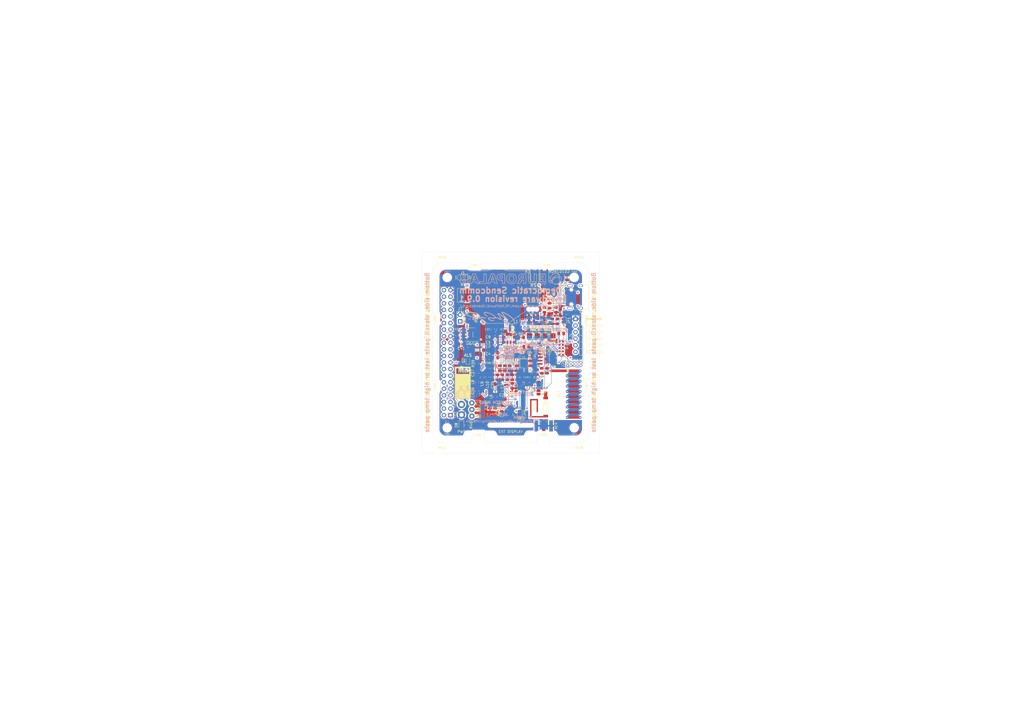
<source format=kicad_pcb>
(kicad_pcb (version 20171130) (host pcbnew 5.1.5+dfsg1-2build2)

  (general
    (thickness 1.6)
    (drawings 177)
    (tracks 1185)
    (zones 0)
    (modules 140)
    (nets 131)
  )

  (page A3)
  (title_block
    (title "Democratic Sendcomm")
    (date 2020-12-08)
    (rev 0.9.1)
    (company "Europalab Devices")
    (comment 1 "Copyright © 2020, Europalab Devices")
    (comment 2 "Fulfilling requirements of 20200210")
    (comment 3 "Pending quality assurance testing")
    (comment 4 "Release revision for manufacturing")
  )

  (layers
    (0 F.Cu signal)
    (1 In1.Cu power)
    (2 In2.Cu power)
    (31 B.Cu signal)
    (34 B.Paste user)
    (35 F.Paste user)
    (36 B.SilkS user)
    (37 F.SilkS user)
    (38 B.Mask user)
    (39 F.Mask user)
    (40 Dwgs.User user)
    (41 Cmts.User user)
    (44 Edge.Cuts user)
    (45 Margin user)
    (46 B.CrtYd user)
    (47 F.CrtYd user)
    (48 B.Fab user)
    (49 F.Fab user)
  )

  (setup
    (last_trace_width 0.09)
    (user_trace_width 0.1016)
    (user_trace_width 0.127)
    (user_trace_width 0.2)
    (trace_clearance 0.09)
    (zone_clearance 0.508)
    (zone_45_only no)
    (trace_min 0.09)
    (via_size 0.356)
    (via_drill 0.2)
    (via_min_size 0.356)
    (via_min_drill 0.2)
    (user_via 0.45 0.2)
    (user_via 0.6 0.3)
    (uvia_size 0.45)
    (uvia_drill 0.1)
    (uvias_allowed no)
    (uvia_min_size 0.45)
    (uvia_min_drill 0.1)
    (edge_width 0.1)
    (segment_width 0.1)
    (pcb_text_width 0.25)
    (pcb_text_size 1 1)
    (mod_edge_width 0.15)
    (mod_text_size 1 1)
    (mod_text_width 0.15)
    (pad_size 1.95 0.6)
    (pad_drill 0)
    (pad_to_mask_clearance 0)
    (aux_axis_origin 0 0)
    (visible_elements 7FFFFFFF)
    (pcbplotparams
      (layerselection 0x313fc_ffffffff)
      (usegerberextensions true)
      (usegerberattributes false)
      (usegerberadvancedattributes false)
      (creategerberjobfile false)
      (excludeedgelayer true)
      (linewidth 0.150000)
      (plotframeref false)
      (viasonmask false)
      (mode 1)
      (useauxorigin false)
      (hpglpennumber 1)
      (hpglpenspeed 20)
      (hpglpendiameter 15.000000)
      (psnegative false)
      (psa4output false)
      (plotreference true)
      (plotvalue true)
      (plotinvisibletext false)
      (padsonsilk false)
      (subtractmaskfromsilk false)
      (outputformat 1)
      (mirror false)
      (drillshape 0)
      (scaleselection 1)
      (outputdirectory "fabsingle"))
  )

  (net 0 "")
  (net 1 GND)
  (net 2 "Net-(AE1-Pad1)")
  (net 3 /Sheet5F53D5B4/RFSWPWR)
  (net 4 "Net-(C8-Pad1)")
  (net 5 /Sheet5F53D5B4/POWAMP)
  (net 6 "Net-(C13-Pad1)")
  (net 7 /Sheet5F53D5B4/HFOUT)
  (net 8 +3V3)
  (net 9 "Net-(C29-Pad1)")
  (net 10 /Sheet5F53D5B4/HPOUT)
  (net 11 /Sheet5F53D5B4/HFIN)
  (net 12 /Sheet5F53D5B4/BANDSEL)
  (net 13 "Net-(BT1-Pad1)")
  (net 14 /Sheet5F53D5B4/USB_BUS)
  (net 15 "Net-(C33-Pad1)")
  (net 16 "Net-(C34-Pad1)")
  (net 17 /Sheet5F53D5B4/CMDRST)
  (net 18 "Net-(D1-Pad2)")
  (net 19 "Net-(D1-Pad1)")
  (net 20 "Net-(D2-Pad1)")
  (net 21 "Net-(D2-Pad2)")
  (net 22 /Sheet5F53D5B4/USB_P)
  (net 23 /Sheet5F53D5B4/USB_N)
  (net 24 /Sheet60040980/ID_SD)
  (net 25 /Sheet60040980/ID_SC)
  (net 26 /Sheet5F53D5B4/SWDCLK)
  (net 27 "Net-(J3-Pad7)")
  (net 28 "Net-(J3-Pad8)")
  (net 29 "Net-(J4-Pad6)")
  (net 30 /Sheet5F53D5B4/CN_VBAT)
  (net 31 /Sheet5F53D5B4/XCEIV)
  (net 32 "Net-(AE5-Pad2)")
  (net 33 "Net-(C1-Pad1)")
  (net 34 "Net-(C7-Pad1)")
  (net 35 "Net-(C14-Pad1)")
  (net 36 "Net-(C17-Pad1)")
  (net 37 "Net-(C18-Pad2)")
  (net 38 "Net-(C19-Pad2)")
  (net 39 "Net-(C23-Pad2)")
  (net 40 "Net-(C23-Pad1)")
  (net 41 "Net-(C24-Pad1)")
  (net 42 "Net-(C24-Pad2)")
  (net 43 "Net-(C29-Pad2)")
  (net 44 "Net-(C33-Pad2)")
  (net 45 "Net-(C35-Pad2)")
  (net 46 "Net-(C40-Pad1)")
  (net 47 "Net-(J2-PadB5)")
  (net 48 "Net-(J2-PadA8)")
  (net 49 "Net-(J2-PadA5)")
  (net 50 "Net-(J2-PadB8)")
  (net 51 "Net-(J3-Pad2)")
  (net 52 "Net-(J3-Pad3)")
  (net 53 "Net-(J3-Pad4)")
  (net 54 "Net-(J3-Pad5)")
  (net 55 "Net-(J3-Pad10)")
  (net 56 "Net-(J3-Pad11)")
  (net 57 "Net-(J3-Pad12)")
  (net 58 "Net-(J3-Pad13)")
  (net 59 "Net-(J3-Pad15)")
  (net 60 "Net-(J3-Pad16)")
  (net 61 "Net-(J3-Pad18)")
  (net 62 "Net-(J3-Pad19)")
  (net 63 "Net-(J3-Pad21)")
  (net 64 "Net-(J3-Pad22)")
  (net 65 "Net-(J3-Pad23)")
  (net 66 "Net-(J3-Pad24)")
  (net 67 "Net-(J3-Pad26)")
  (net 68 "Net-(J3-Pad29)")
  (net 69 "Net-(J3-Pad31)")
  (net 70 "Net-(J3-Pad32)")
  (net 71 "Net-(J3-Pad33)")
  (net 72 "Net-(J3-Pad35)")
  (net 73 "Net-(J3-Pad36)")
  (net 74 "Net-(J3-Pad37)")
  (net 75 "Net-(J3-Pad38)")
  (net 76 "Net-(J3-Pad40)")
  (net 77 "Net-(J4-Pad7)")
  (net 78 "Net-(J4-Pad8)")
  (net 79 "Net-(J5-Pad2)")
  (net 80 "Net-(J5-Pad3)")
  (net 81 "Net-(J5-Pad6)")
  (net 82 "Net-(J6-Pad1)")
  (net 83 "Net-(L1-Pad2)")
  (net 84 "Net-(R3-Pad1)")
  (net 85 "Net-(R4-Pad1)")
  (net 86 "Net-(R4-Pad2)")
  (net 87 "Net-(U2-Pad5)")
  (net 88 "Net-(U3-PadG1)")
  (net 89 "Net-(U3-PadH1)")
  (net 90 "Net-(U3-PadE3)")
  (net 91 "Net-(U3-PadE4)")
  (net 92 "Net-(U3-PadF4)")
  (net 93 "Net-(U3-PadC7)")
  (net 94 "Net-(U3-PadD7)")
  (net 95 "Net-(U3-PadD8)")
  (net 96 "Net-(U5-Pad3)")
  (net 97 "Net-(U5-Pad4)")
  (net 98 "Net-(U8-Pad7)")
  (net 99 "Net-(U8-Pad3)")
  (net 100 "Net-(U8-Pad2)")
  (net 101 "Net-(U8-Pad1)")
  (net 102 "Net-(U9-Pad1)")
  (net 103 "Net-(U9-Pad2)")
  (net 104 "Net-(U9-Pad3)")
  (net 105 "Net-(U9-Pad7)")
  (net 106 /Sheet5F53D5B4/SWDIO)
  (net 107 "Net-(AE2-Pad1)")
  (net 108 "Net-(AE4-Pad1)")
  (net 109 "Net-(AE5-Pad1)")
  (net 110 "Net-(JP10-Pad1)")
  (net 111 "Net-(J6-Pad2)")
  (net 112 "Net-(J6-Pad3)")
  (net 113 "Net-(J6-Pad4)")
  (net 114 "Net-(J7-Pad1)")
  (net 115 "Net-(C95-Pad1)")
  (net 116 /TP_SCL)
  (net 117 /TP_SDA)
  (net 118 "Net-(J20-Pad6)")
  (net 119 "Net-(J20-Pad7)")
  (net 120 "Net-(J20-Pad8)")
  (net 121 "Net-(Q2-Pad2)")
  (net 122 EXT_UART_TX)
  (net 123 EXT_UART_RX)
  (net 124 "Net-(D8-Pad2)")
  (net 125 USB_TST)
  (net 126 "Net-(TP13-Pad1)")
  (net 127 "Net-(C94-Pad2)")
  (net 128 "Net-(C96-Pad1)")
  (net 129 /Sheet5F53D5B4/CRY_XIN-RSVD)
  (net 130 /Sheet5F53D5B4/CRY_XOUT-RSVD)

  (net_class Default "This is the default net class."
    (clearance 0.09)
    (trace_width 0.09)
    (via_dia 0.356)
    (via_drill 0.2)
    (uvia_dia 0.45)
    (uvia_drill 0.1)
    (add_net +3V3)
    (add_net /Sheet5F53D5B4/BANDSEL)
    (add_net /Sheet5F53D5B4/CMDRST)
    (add_net /Sheet5F53D5B4/CN_VBAT)
    (add_net /Sheet5F53D5B4/CRY_XIN-RSVD)
    (add_net /Sheet5F53D5B4/CRY_XOUT-RSVD)
    (add_net /Sheet5F53D5B4/HFIN)
    (add_net /Sheet5F53D5B4/HFOUT)
    (add_net /Sheet5F53D5B4/HPOUT)
    (add_net /Sheet5F53D5B4/POWAMP)
    (add_net /Sheet5F53D5B4/RFSWPWR)
    (add_net /Sheet5F53D5B4/SWDCLK)
    (add_net /Sheet5F53D5B4/SWDIO)
    (add_net /Sheet5F53D5B4/USB_BUS)
    (add_net /Sheet5F53D5B4/USB_N)
    (add_net /Sheet5F53D5B4/USB_P)
    (add_net /Sheet5F53D5B4/XCEIV)
    (add_net /Sheet60040980/ID_SC)
    (add_net /Sheet60040980/ID_SD)
    (add_net /TP_SCL)
    (add_net /TP_SDA)
    (add_net EXT_UART_RX)
    (add_net EXT_UART_TX)
    (add_net GND)
    (add_net "Net-(AE1-Pad1)")
    (add_net "Net-(AE2-Pad1)")
    (add_net "Net-(AE4-Pad1)")
    (add_net "Net-(AE5-Pad1)")
    (add_net "Net-(AE5-Pad2)")
    (add_net "Net-(BT1-Pad1)")
    (add_net "Net-(C1-Pad1)")
    (add_net "Net-(C13-Pad1)")
    (add_net "Net-(C14-Pad1)")
    (add_net "Net-(C17-Pad1)")
    (add_net "Net-(C18-Pad2)")
    (add_net "Net-(C19-Pad2)")
    (add_net "Net-(C23-Pad1)")
    (add_net "Net-(C23-Pad2)")
    (add_net "Net-(C24-Pad1)")
    (add_net "Net-(C24-Pad2)")
    (add_net "Net-(C29-Pad1)")
    (add_net "Net-(C29-Pad2)")
    (add_net "Net-(C33-Pad1)")
    (add_net "Net-(C33-Pad2)")
    (add_net "Net-(C34-Pad1)")
    (add_net "Net-(C35-Pad2)")
    (add_net "Net-(C40-Pad1)")
    (add_net "Net-(C7-Pad1)")
    (add_net "Net-(C8-Pad1)")
    (add_net "Net-(C94-Pad2)")
    (add_net "Net-(C95-Pad1)")
    (add_net "Net-(C96-Pad1)")
    (add_net "Net-(D1-Pad1)")
    (add_net "Net-(D1-Pad2)")
    (add_net "Net-(D2-Pad1)")
    (add_net "Net-(D2-Pad2)")
    (add_net "Net-(D8-Pad2)")
    (add_net "Net-(J2-PadA5)")
    (add_net "Net-(J2-PadA8)")
    (add_net "Net-(J2-PadB5)")
    (add_net "Net-(J2-PadB8)")
    (add_net "Net-(J20-Pad6)")
    (add_net "Net-(J20-Pad7)")
    (add_net "Net-(J20-Pad8)")
    (add_net "Net-(J3-Pad10)")
    (add_net "Net-(J3-Pad11)")
    (add_net "Net-(J3-Pad12)")
    (add_net "Net-(J3-Pad13)")
    (add_net "Net-(J3-Pad15)")
    (add_net "Net-(J3-Pad16)")
    (add_net "Net-(J3-Pad18)")
    (add_net "Net-(J3-Pad19)")
    (add_net "Net-(J3-Pad2)")
    (add_net "Net-(J3-Pad21)")
    (add_net "Net-(J3-Pad22)")
    (add_net "Net-(J3-Pad23)")
    (add_net "Net-(J3-Pad24)")
    (add_net "Net-(J3-Pad26)")
    (add_net "Net-(J3-Pad29)")
    (add_net "Net-(J3-Pad3)")
    (add_net "Net-(J3-Pad31)")
    (add_net "Net-(J3-Pad32)")
    (add_net "Net-(J3-Pad33)")
    (add_net "Net-(J3-Pad35)")
    (add_net "Net-(J3-Pad36)")
    (add_net "Net-(J3-Pad37)")
    (add_net "Net-(J3-Pad38)")
    (add_net "Net-(J3-Pad4)")
    (add_net "Net-(J3-Pad40)")
    (add_net "Net-(J3-Pad5)")
    (add_net "Net-(J3-Pad7)")
    (add_net "Net-(J3-Pad8)")
    (add_net "Net-(J4-Pad6)")
    (add_net "Net-(J4-Pad7)")
    (add_net "Net-(J4-Pad8)")
    (add_net "Net-(J5-Pad2)")
    (add_net "Net-(J5-Pad3)")
    (add_net "Net-(J5-Pad6)")
    (add_net "Net-(J6-Pad1)")
    (add_net "Net-(J6-Pad2)")
    (add_net "Net-(J6-Pad3)")
    (add_net "Net-(J6-Pad4)")
    (add_net "Net-(J7-Pad1)")
    (add_net "Net-(JP10-Pad1)")
    (add_net "Net-(L1-Pad2)")
    (add_net "Net-(Q2-Pad2)")
    (add_net "Net-(R3-Pad1)")
    (add_net "Net-(R4-Pad1)")
    (add_net "Net-(R4-Pad2)")
    (add_net "Net-(TP13-Pad1)")
    (add_net "Net-(U2-Pad5)")
    (add_net "Net-(U3-PadC7)")
    (add_net "Net-(U3-PadD7)")
    (add_net "Net-(U3-PadD8)")
    (add_net "Net-(U3-PadE3)")
    (add_net "Net-(U3-PadE4)")
    (add_net "Net-(U3-PadF4)")
    (add_net "Net-(U3-PadG1)")
    (add_net "Net-(U3-PadH1)")
    (add_net "Net-(U5-Pad3)")
    (add_net "Net-(U5-Pad4)")
    (add_net "Net-(U8-Pad1)")
    (add_net "Net-(U8-Pad2)")
    (add_net "Net-(U8-Pad3)")
    (add_net "Net-(U8-Pad7)")
    (add_net "Net-(U9-Pad1)")
    (add_net "Net-(U9-Pad2)")
    (add_net "Net-(U9-Pad3)")
    (add_net "Net-(U9-Pad7)")
    (add_net USB_TST)
  )

  (net_class Power ""
    (clearance 0.2)
    (trace_width 0.5)
    (via_dia 1)
    (via_drill 0.7)
    (uvia_dia 0.5)
    (uvia_drill 0.1)
  )

  (module Elabdev:Panel_Mousetab_25mm_Single (layer F.Cu) (tedit 5CD9E502) (tstamp 5FEC726C)
    (at 222.5 179.75 90)
    (path /5CD9EB0D)
    (fp_text reference TAB8 (at 0 0) (layer F.SilkS)
      (effects (font (size 0.8 0.8) (thickness 0.13)))
    )
    (fp_text value Pantab (at -3.25 0 180) (layer F.Fab)
      (effects (font (size 1 1) (thickness 0.15)))
    )
    (fp_line (start 1.25 -2.2) (end 1.25 2.2) (layer F.Fab) (width 0.15))
    (fp_line (start -1.25 -2.2) (end -1.25 2.2) (layer F.Fab) (width 0.15))
    (fp_line (start 2.1 -2.6) (end 2.1 2.6) (layer F.CrtYd) (width 0.15))
    (fp_line (start 2.1 2.6) (end -2.1 2.6) (layer F.CrtYd) (width 0.15))
    (fp_line (start -2.1 2.6) (end -2.1 -2.6) (layer F.CrtYd) (width 0.15))
    (fp_line (start -2.1 -2.6) (end 2.1 -2.6) (layer F.CrtYd) (width 0.15))
    (pad "" np_thru_hole circle (at 1.35 2 90) (size 0.5 0.5) (drill 0.5) (layers *.Cu))
    (pad "" np_thru_hole circle (at 1.35 1.2 90) (size 0.5 0.5) (drill 0.5) (layers *.Cu))
    (pad "" np_thru_hole circle (at 1.35 0.4 90) (size 0.5 0.5) (drill 0.5) (layers *.Cu))
    (pad "" np_thru_hole circle (at 1.35 -0.4 90) (size 0.5 0.5) (drill 0.5) (layers *.Cu))
    (pad "" np_thru_hole circle (at 1.35 -1.2 90) (size 0.5 0.5) (drill 0.5) (layers *.Cu))
    (pad "" np_thru_hole circle (at 1.35 -2 90) (size 0.5 0.5) (drill 0.5) (layers *.Cu))
  )

  (module Capacitor_SMD:C_0805_2012Metric (layer F.Cu) (tedit 5B36C52B) (tstamp 5FEB8111)
    (at 211.5 143.0625 270)
    (descr "Capacitor SMD 0805 (2012 Metric), square (rectangular) end terminal, IPC_7351 nominal, (Body size source: https://docs.google.com/spreadsheets/d/1BsfQQcO9C6DZCsRaXUlFlo91Tg2WpOkGARC1WS5S8t0/edit?usp=sharing), generated with kicad-footprint-generator")
    (tags capacitor)
    (path /5F53D5B5/5F609CF5)
    (attr smd)
    (fp_text reference C19 (at -2.0625 0 180) (layer F.SilkS)
      (effects (font (size 0.7 0.7) (thickness 0.1)))
    )
    (fp_text value 15pF (at 0 1.65 90) (layer F.Fab)
      (effects (font (size 1 1) (thickness 0.15)))
    )
    (fp_line (start -1 0.6) (end -1 -0.6) (layer F.Fab) (width 0.1))
    (fp_line (start -1 -0.6) (end 1 -0.6) (layer F.Fab) (width 0.1))
    (fp_line (start 1 -0.6) (end 1 0.6) (layer F.Fab) (width 0.1))
    (fp_line (start 1 0.6) (end -1 0.6) (layer F.Fab) (width 0.1))
    (fp_line (start -0.258578 -0.71) (end 0.258578 -0.71) (layer F.SilkS) (width 0.12))
    (fp_line (start -0.258578 0.71) (end 0.258578 0.71) (layer F.SilkS) (width 0.12))
    (fp_line (start -1.68 0.95) (end -1.68 -0.95) (layer F.CrtYd) (width 0.05))
    (fp_line (start -1.68 -0.95) (end 1.68 -0.95) (layer F.CrtYd) (width 0.05))
    (fp_line (start 1.68 -0.95) (end 1.68 0.95) (layer F.CrtYd) (width 0.05))
    (fp_line (start 1.68 0.95) (end -1.68 0.95) (layer F.CrtYd) (width 0.05))
    (fp_text user %R (at 0 0 90) (layer F.Fab)
      (effects (font (size 0.5 0.5) (thickness 0.08)))
    )
    (pad 1 smd roundrect (at -0.9375 0 270) (size 0.975 1.4) (layers F.Cu F.Paste F.Mask) (roundrect_rratio 0.25)
      (net 1 GND))
    (pad 2 smd roundrect (at 0.9375 0 270) (size 0.975 1.4) (layers F.Cu F.Paste F.Mask) (roundrect_rratio 0.25)
      (net 38 "Net-(C19-Pad2)"))
    (model ${KISYS3DMOD}/Capacitor_SMD.3dshapes/C_0805_2012Metric.wrl
      (at (xyz 0 0 0))
      (scale (xyz 1 1 1))
      (rotate (xyz 0 0 0))
    )
  )

  (module Elabdev:Meinkuerzel_signature_480DPI (layer B.Cu) (tedit 0) (tstamp 5FBE809B)
    (at 202 134 180)
    (fp_text reference G1 (at 0 0) (layer B.SilkS) hide
      (effects (font (size 1.524 1.524) (thickness 0.3)) (justify mirror))
    )
    (fp_text value Meinkuerzel_signature (at 0.75 0) (layer B.SilkS) hide
      (effects (font (size 1.524 1.524) (thickness 0.3)) (justify mirror))
    )
    (fp_poly (pts (xy 7.849084 1.675651) (xy 8.303148 1.632827) (xy 8.685942 1.550363) (xy 8.876057 1.481326)
      (xy 9.07938 1.34976) (xy 9.204465 1.178624) (xy 9.241225 0.986809) (xy 9.210768 0.854557)
      (xy 9.078684 0.643748) (xy 8.864557 0.429964) (xy 8.589687 0.233059) (xy 8.471807 0.165759)
      (xy 8.232808 0.053863) (xy 7.923436 -0.068816) (xy 7.576824 -0.190996) (xy 7.226108 -0.301392)
      (xy 6.904421 -0.388723) (xy 6.731621 -0.426811) (xy 6.398868 -0.490816) (xy 6.556265 -0.586535)
      (xy 6.736632 -0.743549) (xy 6.819572 -0.938245) (xy 6.82625 -1.022915) (xy 6.780462 -1.15416)
      (xy 6.660466 -1.295963) (xy 6.49231 -1.424979) (xy 6.30204 -1.517866) (xy 6.258842 -1.531402)
      (xy 6.0446 -1.569955) (xy 5.805186 -1.581627) (xy 5.582286 -1.566858) (xy 5.417587 -1.526091)
      (xy 5.409578 -1.522402) (xy 5.285381 -1.409276) (xy 5.232727 -1.237525) (xy 5.243042 -1.133742)
      (xy 5.545646 -1.133742) (xy 5.569322 -1.243922) (xy 5.599007 -1.270742) (xy 5.725804 -1.30367)
      (xy 5.911501 -1.301091) (xy 6.117136 -1.267785) (xy 6.303743 -1.20853) (xy 6.368163 -1.176419)
      (xy 6.483421 -1.090411) (xy 6.547775 -1.006994) (xy 6.550669 -0.996984) (xy 6.519163 -0.903747)
      (xy 6.404517 -0.814537) (xy 6.229026 -0.742568) (xy 6.060328 -0.706358) (xy 5.903418 -0.693399)
      (xy 5.806355 -0.717484) (xy 5.726223 -0.79035) (xy 5.718194 -0.79992) (xy 5.596762 -0.979847)
      (xy 5.545646 -1.133742) (xy 5.243042 -1.133742) (xy 5.253531 -1.028227) (xy 5.344918 -0.810631)
      (xy 5.442538 -0.642303) (xy 5.295353 -0.646487) (xy 5.12125 -0.625399) (xy 5.035885 -0.550663)
      (xy 5.027083 -0.501447) (xy 5.075804 -0.410776) (xy 5.222941 -0.351671) (xy 5.469958 -0.32355)
      (xy 5.476875 -0.323261) (xy 5.599677 -0.314345) (xy 5.697993 -0.289875) (xy 5.794712 -0.235966)
      (xy 5.912725 -0.138734) (xy 6.074923 0.015705) (xy 6.138333 0.077935) (xy 6.357426 0.284825)
      (xy 6.520758 0.415811) (xy 6.63982 0.476704) (xy 6.726105 0.473318) (xy 6.791106 0.411464)
      (xy 6.792772 0.408883) (xy 6.813029 0.349999) (xy 6.787897 0.281807) (xy 6.704882 0.184844)
      (xy 6.561666 0.048946) (xy 6.270625 -0.217166) (xy 6.532899 -0.183078) (xy 6.900304 -0.115245)
      (xy 7.289474 -0.008645) (xy 7.678243 0.127507) (xy 8.044445 0.283994) (xy 8.365914 0.451601)
      (xy 8.620483 0.621112) (xy 8.749193 0.738377) (xy 8.856936 0.865956) (xy 8.92727 0.965202)
      (xy 8.942916 1.001728) (xy 8.895983 1.084773) (xy 8.773369 1.176095) (xy 8.602358 1.259484)
      (xy 8.410231 1.318727) (xy 8.408998 1.318992) (xy 8.149682 1.354937) (xy 7.8128 1.371973)
      (xy 7.424917 1.370093) (xy 7.012599 1.349291) (xy 6.686734 1.319437) (xy 6.066773 1.222977)
      (xy 5.517194 1.081213) (xy 5.043989 0.897075) (xy 4.653152 0.673494) (xy 4.350673 0.413401)
      (xy 4.142546 0.119727) (xy 4.114637 0.061443) (xy 4.047094 -0.15251) (xy 4.06025 -0.336634)
      (xy 4.160207 -0.518581) (xy 4.270456 -0.644496) (xy 4.390411 -0.79173) (xy 4.431252 -0.900383)
      (xy 4.427296 -0.922309) (xy 4.357272 -0.99719) (xy 4.242023 -0.977517) (xy 4.082983 -0.863726)
      (xy 4.010682 -0.795217) (xy 3.879838 -0.680755) (xy 3.765594 -0.608691) (xy 3.712637 -0.594925)
      (xy 3.6215 -0.594723) (xy 3.455888 -0.585507) (xy 3.246599 -0.569127) (xy 3.175 -0.562633)
      (xy 2.951086 -0.544014) (xy 2.793821 -0.54282) (xy 2.664643 -0.565021) (xy 2.524987 -0.61659)
      (xy 2.371034 -0.687127) (xy 2.100169 -0.795663) (xy 1.89262 -0.837972) (xy 1.841867 -0.837015)
      (xy 1.72083 -0.812158) (xy 1.663036 -0.745697) (xy 1.637803 -0.635) (xy 1.623821 -0.491701)
      (xy 1.628566 -0.389706) (xy 1.630235 -0.383646) (xy 1.692219 -0.322789) (xy 1.789679 -0.330876)
      (xy 1.885465 -0.399867) (xy 1.916539 -0.445597) (xy 1.984375 -0.573694) (xy 2.371569 -0.384068)
      (xy 2.758764 -0.194442) (xy 3.165319 -0.256321) (xy 3.413597 -0.293214) (xy 3.576071 -0.310583)
      (xy 3.67165 -0.304292) (xy 3.719238 -0.270208) (xy 3.737742 -0.204195) (xy 3.744012 -0.129767)
      (xy 3.817818 0.177969) (xy 3.989413 0.470621) (xy 4.251219 0.74303) (xy 4.595656 0.99004)
      (xy 5.015149 1.206492) (xy 5.502117 1.387229) (xy 6.048984 1.527094) (xy 6.228561 1.561184)
      (xy 6.794861 1.64034) (xy 7.340678 1.678326) (xy 7.849084 1.675651)) (layer B.SilkS) (width 0.01))
    (fp_poly (pts (xy -4.580024 1.756567) (xy -4.544854 1.74305) (xy -4.466016 1.67622) (xy -4.437143 1.580417)
      (xy -4.461964 1.447967) (xy -4.544204 1.271201) (xy -4.68759 1.042447) (xy -4.895848 0.754033)
      (xy -5.172705 0.39829) (xy -5.237349 0.3175) (xy -5.411926 0.098408) (xy -5.577817 -0.112809)
      (xy -5.714811 -0.290245) (xy -5.794689 -0.396875) (xy -5.948296 -0.608542) (xy -5.791961 -0.468507)
      (xy -5.700695 -0.392772) (xy -5.541009 -0.266466) (xy -5.329307 -0.10231) (xy -5.081994 0.086977)
      (xy -4.815472 0.288675) (xy -4.815417 0.288716) (xy -4.345432 0.631252) (xy -3.946225 0.897872)
      (xy -3.615767 1.089474) (xy -3.352032 1.206955) (xy -3.152989 1.251211) (xy -3.016612 1.223138)
      (xy -2.940872 1.123633) (xy -2.939055 1.118116) (xy -2.92791 1.023519) (xy -2.955738 0.908417)
      (xy -3.029742 0.759005) (xy -3.157121 0.561475) (xy -3.345079 0.302021) (xy -3.409058 0.217037)
      (xy -3.654587 -0.113597) (xy -3.860834 -0.404313) (xy -4.022275 -0.646491) (xy -4.133388 -0.831509)
      (xy -4.188652 -0.950744) (xy -4.185335 -0.994958) (xy -4.120655 -0.981486) (xy -3.976478 -0.932768)
      (xy -3.770527 -0.855371) (xy -3.520529 -0.755864) (xy -3.349225 -0.685128) (xy -3.06462 -0.570045)
      (xy -2.797019 -0.469163) (xy -2.569108 -0.390505) (xy -2.403576 -0.342097) (xy -2.349431 -0.331513)
      (xy -2.183877 -0.291941) (xy -2.07811 -0.206425) (xy -2.041672 -0.151915) (xy -1.850086 0.096101)
      (xy -1.567603 0.354844) (xy -1.207453 0.616123) (xy -0.78287 0.87175) (xy -0.307084 1.113536)
      (xy 0.206672 1.333293) (xy 0.574448 1.467145) (xy 0.853452 1.556991) (xy 1.074831 1.61415)
      (xy 1.278935 1.645957) (xy 1.506112 1.659747) (xy 1.647661 1.662241) (xy 1.89537 1.661355)
      (xy 2.061526 1.650821) (xy 2.170245 1.626908) (xy 2.245641 1.585888) (xy 2.269431 1.566069)
      (xy 2.364656 1.413892) (xy 2.378536 1.21834) (xy 2.31231 1.002224) (xy 2.231511 0.867835)
      (xy 2.055394 0.653788) (xy 1.846452 0.444397) (xy 1.622129 0.252501) (xy 1.399873 0.090942)
      (xy 1.19713 -0.02744) (xy 1.031346 -0.089804) (xy 0.931657 -0.088852) (xy 0.853749 -0.025156)
      (xy 0.874571 0.06423) (xy 0.991583 0.174246) (xy 1.09802 0.242886) (xy 1.314624 0.387246)
      (xy 1.527802 0.560014) (xy 1.72429 0.746283) (xy 1.890825 0.931146) (xy 2.014146 1.099697)
      (xy 2.080988 1.237027) (xy 2.078088 1.32823) (xy 2.071165 1.336667) (xy 1.954541 1.387475)
      (xy 1.756832 1.400928) (xy 1.494763 1.380087) (xy 1.185063 1.328013) (xy 0.844457 1.247766)
      (xy 0.489674 1.142406) (xy 0.137439 1.014995) (xy -0.00172 0.957368) (xy -0.385109 0.777304)
      (xy -0.74297 0.581237) (xy -1.065571 0.377182) (xy -1.343179 0.173152) (xy -1.566062 -0.022838)
      (xy -1.724487 -0.202776) (xy -1.808722 -0.358647) (xy -1.809035 -0.482438) (xy -1.789329 -0.514562)
      (xy -1.69188 -0.558953) (xy -1.49842 -0.578536) (xy -1.2158 -0.573404) (xy -0.850872 -0.543648)
      (xy -0.464887 -0.496867) (xy -0.056607 -0.452123) (xy 0.260382 -0.442712) (xy 0.494773 -0.469264)
      (xy 0.655256 -0.532408) (xy 0.714552 -0.58228) (xy 0.776217 -0.725165) (xy 0.746162 -0.908878)
      (xy 0.632079 -1.115352) (xy 0.45893 -1.290216) (xy 0.2117 -1.450188) (xy -0.085638 -1.588107)
      (xy -0.409112 -1.696809) (xy -0.734748 -1.769134) (xy -1.038572 -1.797919) (xy -1.296612 -1.776003)
      (xy -1.42875 -1.731015) (xy -1.546706 -1.617759) (xy -1.577815 -1.519827) (xy -1.560687 -1.389395)
      (xy -1.486335 -1.336349) (xy -1.378138 -1.369493) (xy -1.317893 -1.421952) (xy -1.19986 -1.505637)
      (xy -1.092449 -1.534584) (xy -0.859949 -1.513387) (xy -0.579373 -1.457345) (xy -0.297878 -1.377776)
      (xy -0.068589 -1.288836) (xy 0.116249 -1.181832) (xy 0.284174 -1.050661) (xy 0.411262 -0.917533)
      (xy 0.473586 -0.804658) (xy 0.47625 -0.783054) (xy 0.425256 -0.757675) (xy 0.277287 -0.748743)
      (xy 0.039858 -0.755912) (xy -0.279513 -0.778835) (xy -0.673311 -0.817167) (xy -0.956033 -0.849048)
      (xy -1.308534 -0.882196) (xy -1.57585 -0.8857) (xy -1.774982 -0.85746) (xy -1.922933 -0.795374)
      (xy -2.017888 -0.717835) (xy -2.096716 -0.653738) (xy -2.190635 -0.62131) (xy -2.313833 -0.623423)
      (xy -2.480498 -0.662945) (xy -2.704818 -0.742748) (xy -3.00098 -0.865702) (xy -3.216817 -0.960383)
      (xy -3.585839 -1.11854) (xy -3.874386 -1.227749) (xy -4.094462 -1.290524) (xy -4.258069 -1.309381)
      (xy -4.377212 -1.286836) (xy -4.463891 -1.225404) (xy -4.466704 -1.222337) (xy -4.518051 -1.14061)
      (xy -4.530831 -1.040781) (xy -4.500098 -0.912213) (xy -4.420902 -0.744269) (xy -4.288295 -0.526313)
      (xy -4.097327 -0.247708) (xy -3.863138 0.07498) (xy -3.679345 0.325213) (xy -3.519393 0.545064)
      (xy -3.393108 0.720859) (xy -3.310313 0.838921) (xy -3.280834 0.885525) (xy -3.323557 0.888476)
      (xy -3.399896 0.869711) (xy -3.542096 0.805036) (xy -3.750284 0.678102) (xy -4.027571 0.486762)
      (xy -4.377062 0.228867) (xy -4.801868 -0.097732) (xy -4.81991 -0.111817) (xy -5.187034 -0.396401)
      (xy -5.482932 -0.620081) (xy -5.717862 -0.789492) (xy -5.902078 -0.911266) (xy -6.045837 -0.99204)
      (xy -6.159396 -1.038447) (xy -6.25301 -1.057121) (xy -6.283148 -1.058333) (xy -6.40378 -1.045849)
      (xy -6.450441 -0.994435) (xy -6.455563 -0.939271) (xy -6.445942 -0.865735) (xy -6.412644 -0.776476)
      (xy -6.348546 -0.66103) (xy -6.24652 -0.508935) (xy -6.099443 -0.309727) (xy -5.90019 -0.052942)
      (xy -5.641635 0.271882) (xy -5.570553 0.360397) (xy -5.363566 0.620769) (xy -5.174974 0.863504)
      (xy -5.016826 1.072659) (xy -4.901172 1.23229) (xy -4.84006 1.326453) (xy -4.839117 1.328251)
      (xy -4.786636 1.436383) (xy -4.790145 1.473528) (xy -4.856494 1.462433) (xy -4.877731 1.456477)
      (xy -4.973599 1.420322) (xy -5.140081 1.348706) (xy -5.352621 1.252468) (xy -5.55625 1.156974)
      (xy -6.094525 0.881508) (xy -6.644499 0.565345) (xy -7.182748 0.223911) (xy -7.685848 -0.12737)
      (xy -8.130378 -0.473072) (xy -8.424687 -0.732038) (xy -8.650145 -0.95487) (xy -8.800069 -1.131002)
      (xy -8.884377 -1.276175) (xy -8.912984 -1.406131) (xy -8.905425 -1.495188) (xy -8.906488 -1.61853)
      (xy -8.964006 -1.672137) (xy -9.075823 -1.672519) (xy -9.156792 -1.593028) (xy -9.200558 -1.456755)
      (xy -9.200763 -1.286789) (xy -9.151052 -1.106218) (xy -9.131299 -1.06447) (xy -9.024915 -0.913844)
      (xy -8.843627 -0.718433) (xy -8.601654 -0.490528) (xy -8.313213 -0.242422) (xy -7.992524 0.013592)
      (xy -7.653804 0.265222) (xy -7.3545 0.471681) (xy -6.896098 0.764541) (xy -6.449337 1.028776)
      (xy -6.024338 1.259805) (xy -5.631223 1.453048) (xy -5.280112 1.603926) (xy -4.981128 1.707858)
      (xy -4.744392 1.760265) (xy -4.580024 1.756567)) (layer B.SilkS) (width 0.01))
  )

  (module Elabdev:Panel_Mousetab_25mm_Single (layer F.Cu) (tedit 5CD9E59A) (tstamp 5FBE7343)
    (at 224 114.25 270)
    (path /5CD5C3A7)
    (fp_text reference TAB5 (at 0 0 180) (layer F.SilkS)
      (effects (font (size 0.8 0.8) (thickness 0.13)))
    )
    (fp_text value Pantab (at 0 -3.5 270) (layer F.Fab)
      (effects (font (size 1 1) (thickness 0.15)))
    )
    (fp_line (start -2.1 -2.6) (end 2.1 -2.6) (layer F.CrtYd) (width 0.15))
    (fp_line (start -2.1 2.6) (end -2.1 -2.6) (layer F.CrtYd) (width 0.15))
    (fp_line (start 2.1 2.6) (end -2.1 2.6) (layer F.CrtYd) (width 0.15))
    (fp_line (start 2.1 -2.6) (end 2.1 2.6) (layer F.CrtYd) (width 0.15))
    (fp_line (start -1.25 -2.2) (end -1.25 2.2) (layer F.Fab) (width 0.15))
    (fp_line (start 1.25 -2.2) (end 1.25 2.2) (layer F.Fab) (width 0.15))
    (pad "" np_thru_hole circle (at 1.35 -2 270) (size 0.5 0.5) (drill 0.5) (layers *.Cu))
    (pad "" np_thru_hole circle (at 1.35 -1.2 270) (size 0.5 0.5) (drill 0.5) (layers *.Cu))
    (pad "" np_thru_hole circle (at 1.35 -0.4 270) (size 0.5 0.5) (drill 0.5) (layers *.Cu))
    (pad "" np_thru_hole circle (at 1.35 0.4 270) (size 0.5 0.5) (drill 0.5) (layers *.Cu))
    (pad "" np_thru_hole circle (at 1.35 1.2 270) (size 0.5 0.5) (drill 0.5) (layers *.Cu))
    (pad "" np_thru_hole circle (at 1.35 2 270) (size 0.5 0.5) (drill 0.5) (layers *.Cu))
  )

  (module Elabdev:Elablogoslk-Gfx (layer B.Cu) (tedit 0) (tstamp 5FBDF7AF)
    (at 210 119.5 180)
    (fp_text reference G** (at 0 0) (layer B.SilkS) hide
      (effects (font (size 1.524 1.524) (thickness 0.3)) (justify mirror))
    )
    (fp_text value Elablogoslk (at 0.75 0) (layer B.SilkS) hide
      (effects (font (size 1.524 1.524) (thickness 0.3)) (justify mirror))
    )
    (fp_poly (pts (xy -15.405836 -0.675184) (xy -15.287483 -0.702055) (xy -15.188143 -0.754619) (xy -15.108772 -0.827765)
      (xy -15.050327 -0.916382) (xy -15.013763 -1.015359) (xy -15.000037 -1.119584) (xy -15.010104 -1.223945)
      (xy -15.04492 -1.323332) (xy -15.105441 -1.412633) (xy -15.192623 -1.486737) (xy -15.24833 -1.517344)
      (xy -15.356716 -1.550357) (xy -15.476625 -1.557984) (xy -15.592872 -1.539403) (xy -15.602283 -1.53653)
      (xy -15.678123 -1.497127) (xy -15.752493 -1.432517) (xy -15.815972 -1.352895) (xy -15.859141 -1.268459)
      (xy -15.864155 -1.2531) (xy -15.88425 -1.176683) (xy -15.891257 -1.117668) (xy -15.885212 -1.059627)
      (xy -15.866149 -0.986134) (xy -15.864727 -0.981328) (xy -15.815988 -0.8777) (xy -15.739972 -0.790432)
      (xy -15.643773 -0.72426) (xy -15.534487 -0.683915) (xy -15.419207 -0.674131) (xy -15.405836 -0.675184)) (layer B.Mask) (width 0.01))
    (fp_poly (pts (xy 17.476107 1.827609) (xy 17.687258 1.825899) (xy 17.865618 1.824237) (xy 18.014678 1.822477)
      (xy 18.137934 1.82047) (xy 18.238879 1.818068) (xy 18.321005 1.815122) (xy 18.387806 1.811484)
      (xy 18.442776 1.807007) (xy 18.489407 1.801541) (xy 18.531194 1.794939) (xy 18.57163 1.787052)
      (xy 18.6055 1.779685) (xy 18.771822 1.733432) (xy 18.923911 1.673315) (xy 19.054677 1.602656)
      (xy 19.157033 1.524776) (xy 19.164226 1.5179) (xy 19.246251 1.417951) (xy 19.315464 1.294688)
      (xy 19.365371 1.16053) (xy 19.377923 1.109275) (xy 19.39052 1.010407) (xy 19.393203 0.893754)
      (xy 19.386762 0.771789) (xy 19.371983 0.656983) (xy 19.349655 0.561808) (xy 19.341939 0.539811)
      (xy 19.283862 0.430962) (xy 19.19941 0.326298) (xy 19.097976 0.236127) (xy 19.019624 0.185927)
      (xy 18.914298 0.12941) (xy 18.968542 0.109123) (xy 19.093064 0.054672) (xy 19.194891 -0.009335)
      (xy 19.285933 -0.089714) (xy 19.390804 -0.214403) (xy 19.467199 -0.350129) (xy 19.516977 -0.501894)
      (xy 19.541997 -0.674698) (xy 19.545898 -0.789214) (xy 19.53245 -0.987132) (xy 19.491752 -1.163006)
      (xy 19.423278 -1.317328) (xy 19.326496 -1.450588) (xy 19.200879 -1.563277) (xy 19.045898 -1.655885)
      (xy 18.861023 -1.728905) (xy 18.645726 -1.782826) (xy 18.442214 -1.81358) (xy 18.390712 -1.817354)
      (xy 18.307346 -1.820878) (xy 18.196536 -1.82407) (xy 18.062704 -1.826851) (xy 17.910272 -1.829142)
      (xy 17.743659 -1.830864) (xy 17.567287 -1.831936) (xy 17.403536 -1.83228) (xy 16.528143 -1.832429)
      (xy 16.528143 -1.197429) (xy 17.471571 -1.197429) (xy 17.812474 -1.197429) (xy 17.960507 -1.19621)
      (xy 18.077011 -1.192363) (xy 18.166668 -1.185602) (xy 18.234157 -1.175639) (xy 18.257984 -1.170182)
      (xy 18.384709 -1.1231) (xy 18.482481 -1.054854) (xy 18.552639 -0.964254) (xy 18.589417 -0.8761)
      (xy 18.611394 -0.756961) (xy 18.608994 -0.636283) (xy 18.583832 -0.523232) (xy 18.537525 -0.426977)
      (xy 18.502598 -0.383459) (xy 18.44707 -0.333771) (xy 18.385424 -0.294593) (xy 18.312843 -0.264829)
      (xy 18.22451 -0.243381) (xy 18.115607 -0.229153) (xy 17.981316 -0.221046) (xy 17.816821 -0.217964)
      (xy 17.775464 -0.217851) (xy 17.471571 -0.217714) (xy 17.471571 -1.197429) (xy 16.528143 -1.197429)
      (xy 16.528143 1.197428) (xy 17.471571 1.197428) (xy 17.471571 0.417286) (xy 17.804933 0.417286)
      (xy 17.937918 0.418126) (xy 18.040036 0.420891) (xy 18.116671 0.425945) (xy 18.173209 0.433651)
      (xy 18.215035 0.444376) (xy 18.217426 0.445205) (xy 18.319056 0.498467) (xy 18.395331 0.575146)
      (xy 18.444205 0.67085) (xy 18.463631 0.781188) (xy 18.451564 0.901769) (xy 18.443884 0.931299)
      (xy 18.396902 1.030842) (xy 18.322562 1.110813) (xy 18.227195 1.165118) (xy 18.18819 1.177399)
      (xy 18.143627 1.184049) (xy 18.070672 1.189765) (xy 17.977218 1.19415) (xy 17.871155 1.196808)
      (xy 17.790109 1.197428) (xy 17.471571 1.197428) (xy 16.528143 1.197428) (xy 16.528143 1.835008)
      (xy 17.476107 1.827609)) (layer B.Mask) (width 0.01))
    (fp_poly (pts (xy 14.119941 1.828149) (xy 14.684369 1.823357) (xy 15.359475 0) (xy 16.034582 -1.823357)
      (xy 15.571079 -1.828205) (xy 15.445094 -1.82918) (xy 15.331429 -1.829406) (xy 15.235013 -1.828925)
      (xy 15.160777 -1.827781) (xy 15.11365 -1.826018) (xy 15.098562 -1.824039) (xy 15.090052 -1.80483)
      (xy 15.071782 -1.756797) (xy 15.045759 -1.68544) (xy 15.013987 -1.59626) (xy 14.978473 -1.494759)
      (xy 14.977731 -1.49262) (xy 14.865914 -1.170214) (xy 14.120645 -1.165479) (xy 13.375375 -1.160744)
      (xy 13.306737 -1.355979) (xy 13.272699 -1.452448) (xy 13.236904 -1.553325) (xy 13.204622 -1.643779)
      (xy 13.188986 -1.687286) (xy 13.139873 -1.823357) (xy 12.664678 -1.828197) (xy 12.53823 -1.828961)
      (xy 12.425118 -1.828639) (xy 12.329969 -1.827326) (xy 12.257408 -1.825117) (xy 12.212064 -1.822108)
      (xy 12.19843 -1.818559) (xy 12.205849 -1.799875) (xy 12.225002 -1.749455) (xy 12.255032 -1.669593)
      (xy 12.295087 -1.562586) (xy 12.34431 -1.430729) (xy 12.401847 -1.276318) (xy 12.466842 -1.101648)
      (xy 12.538441 -0.909015) (xy 12.615789 -0.700714) (xy 12.69803 -0.479041) (xy 12.702348 -0.467391)
      (xy 13.614056 -0.467391) (xy 13.61958 -0.47467) (xy 13.636172 -0.480187) (xy 13.66764 -0.484184)
      (xy 13.717795 -0.486904) (xy 13.790447 -0.488587) (xy 13.889405 -0.489478) (xy 14.01848 -0.489817)
      (xy 14.115143 -0.489857) (xy 14.270607 -0.489531) (xy 14.392961 -0.488457) (xy 14.485375 -0.486493)
      (xy 14.551022 -0.483496) (xy 14.59307 -0.479323) (xy 14.614692 -0.473831) (xy 14.619171 -0.467179)
      (xy 14.611769 -0.445613) (xy 14.593892 -0.393441) (xy 14.566814 -0.314385) (xy 14.53181 -0.212168)
      (xy 14.490155 -0.090515) (xy 14.443125 0.046852) (xy 14.391994 0.196209) (xy 14.367839 0.266773)
      (xy 14.315439 0.418794) (xy 14.266379 0.559098) (xy 14.221933 0.684192) (xy 14.183374 0.790582)
      (xy 14.151976 0.874778) (xy 14.129011 0.933285) (xy 14.115754 0.96261) (xy 14.11319 0.965273)
      (xy 14.105039 0.945854) (xy 14.08648 0.895813) (xy 14.058824 0.818867) (xy 14.023386 0.718735)
      (xy 13.981478 0.599134) (xy 13.934414 0.463783) (xy 13.883507 0.316398) (xy 13.865167 0.263071)
      (xy 13.813057 0.111504) (xy 13.764295 -0.030104) (xy 13.720215 -0.157901) (xy 13.682146 -0.268036)
      (xy 13.651421 -0.356659) (xy 13.629372 -0.419918) (xy 13.617329 -0.453964) (xy 13.615787 -0.458107)
      (xy 13.614056 -0.467391) (xy 12.702348 -0.467391) (xy 12.784311 -0.246291) (xy 12.842155 -0.090148)
      (xy 12.931409 0.150825) (xy 13.017702 0.38378) (xy 13.100126 0.606258) (xy 13.177768 0.815802)
      (xy 13.249717 1.009954) (xy 13.315063 1.186256) (xy 13.372895 1.34225) (xy 13.422301 1.47548)
      (xy 13.462371 1.583486) (xy 13.492193 1.663811) (xy 13.510857 1.713998) (xy 13.516223 1.728364)
      (xy 13.555513 1.832942) (xy 14.119941 1.828149)) (layer B.Mask) (width 0.01))
    (fp_poly (pts (xy 10.359571 -1.124857) (xy 12.028714 -1.124857) (xy 12.028714 -1.832429) (xy 9.416143 -1.832429)
      (xy 9.416143 1.832429) (xy 10.359571 1.832429) (xy 10.359571 -1.124857)) (layer B.Mask) (width 0.01))
    (fp_poly (pts (xy 8.199353 0.127) (xy 8.288425 -0.113439) (xy 8.374711 -0.34635) (xy 8.457277 -0.569212)
      (xy 8.535188 -0.7795) (xy 8.607508 -0.974691) (xy 8.673302 -1.152261) (xy 8.731636 -1.309687)
      (xy 8.781574 -1.444447) (xy 8.822182 -1.554015) (xy 8.852524 -1.63587) (xy 8.871666 -1.687486)
      (xy 8.876754 -1.701194) (xy 8.925739 -1.83303) (xy 8.45225 -1.828194) (xy 7.97876 -1.823357)
      (xy 7.866169 -1.496786) (xy 7.753577 -1.170214) (xy 6.263113 -1.160744) (xy 6.215979 -1.292479)
      (xy 6.18957 -1.366538) (xy 6.156119 -1.460694) (xy 6.120643 -1.560816) (xy 6.098384 -1.623786)
      (xy 6.027922 -1.823357) (xy 5.555303 -1.828192) (xy 5.082684 -1.833026) (xy 5.109 -1.764692)
      (xy 5.118841 -1.738485) (xy 5.140399 -1.680606) (xy 5.172801 -1.59341) (xy 5.215173 -1.479255)
      (xy 5.26664 -1.3405) (xy 5.32633 -1.1795) (xy 5.393368 -0.998613) (xy 5.46688 -0.800198)
      (xy 5.545992 -0.586611) (xy 5.590624 -0.466084) (xy 6.500383 -0.466084) (xy 6.503747 -0.473226)
      (xy 6.522197 -0.478851) (xy 6.559117 -0.48312) (xy 6.617891 -0.486194) (xy 6.701902 -0.488231)
      (xy 6.814535 -0.489393) (xy 6.959172 -0.489839) (xy 7.003143 -0.489857) (xy 7.158575 -0.489532)
      (xy 7.280898 -0.488459) (xy 7.373282 -0.486498) (xy 7.438898 -0.483504) (xy 7.480918 -0.479336)
      (xy 7.502511 -0.47385) (xy 7.506956 -0.467179) (xy 7.499509 -0.445611) (xy 7.481591 -0.393437)
      (xy 7.454479 -0.31438) (xy 7.419449 -0.212163) (xy 7.377777 -0.090513) (xy 7.33074 0.046847)
      (xy 7.279613 0.196192) (xy 7.255551 0.266494) (xy 7.203171 0.418497) (xy 7.154136 0.558793)
      (xy 7.109719 0.683886) (xy 7.071192 0.790281) (xy 7.039829 0.874483) (xy 7.016902 0.932996)
      (xy 7.003686 0.962326) (xy 7.001147 0.964994) (xy 6.993017 0.945656) (xy 6.974441 0.89568)
      (xy 6.946726 0.818758) (xy 6.911178 0.718582) (xy 6.869105 0.598844) (xy 6.821814 0.463236)
      (xy 6.770613 0.31545) (xy 6.749793 0.255094) (xy 6.697385 0.103053) (xy 6.648476 -0.038716)
      (xy 6.604368 -0.166446) (xy 6.566363 -0.276369) (xy 6.535764 -0.364717) (xy 6.513876 -0.427723)
      (xy 6.502 -0.461619) (xy 6.500383 -0.466084) (xy 5.590624 -0.466084) (xy 5.629831 -0.36021)
      (xy 5.717523 -0.123352) (xy 5.786688 0.0635) (xy 6.438059 1.823357) (xy 7.570937 1.823357)
      (xy 8.199353 0.127)) (layer B.Mask) (width 0.01))
    (fp_poly (pts (xy 3.261178 1.827277) (xy 3.480979 1.825468) (xy 3.667644 1.823588) (xy 3.824324 1.821528)
      (xy 3.954168 1.819181) (xy 4.060326 1.81644) (xy 4.145949 1.813196) (xy 4.214186 1.809344)
      (xy 4.268189 1.804775) (xy 4.311106 1.799382) (xy 4.346087 1.793058) (xy 4.360384 1.789806)
      (xy 4.57993 1.722356) (xy 4.770202 1.633466) (xy 4.931207 1.523128) (xy 5.062949 1.391336)
      (xy 5.165434 1.238084) (xy 5.238668 1.063365) (xy 5.282655 0.867172) (xy 5.297401 0.6495)
      (xy 5.297399 0.645705) (xy 5.288217 0.449129) (xy 5.259944 0.278882) (xy 5.210498 0.129241)
      (xy 5.137794 -0.005519) (xy 5.039749 -0.131121) (xy 4.999026 -0.174012) (xy 4.895224 -0.267312)
      (xy 4.781879 -0.345945) (xy 4.655594 -0.410816) (xy 4.512975 -0.462831) (xy 4.350626 -0.502892)
      (xy 4.165152 -0.531906) (xy 3.953157 -0.550777) (xy 3.711246 -0.56041) (xy 3.542393 -0.562141)
      (xy 3.229428 -0.562429) (xy 3.229428 -1.832429) (xy 2.286 -1.832429) (xy 2.286 1.161143)
      (xy 3.229428 1.161143) (xy 3.229428 0.124325) (xy 3.596821 0.130257) (xy 3.723136 0.132565)
      (xy 3.819164 0.135281) (xy 3.890902 0.139038) (xy 3.944349 0.144469) (xy 3.985502 0.152208)
      (xy 4.020359 0.16289) (xy 4.054919 0.177147) (xy 4.059313 0.17912) (xy 4.169998 0.247064)
      (xy 4.252769 0.337754) (xy 4.306977 0.449997) (xy 4.331976 0.582598) (xy 4.332071 0.68209)
      (xy 4.311044 0.815987) (xy 4.265746 0.924961) (xy 4.194448 1.012525) (xy 4.152688 1.046406)
      (xy 4.091383 1.0851) (xy 4.025279 1.114474) (xy 3.948479 1.135638) (xy 3.855086 1.149702)
      (xy 3.739205 1.157776) (xy 3.594939 1.16097) (xy 3.543117 1.161143) (xy 3.229428 1.161143)
      (xy 2.286 1.161143) (xy 2.286 1.834702) (xy 3.261178 1.827277)) (layer B.Mask) (width 0.01))
    (fp_poly (pts (xy -5.021036 1.832322) (xy -4.790545 1.831953) (xy -4.592718 1.830742) (xy -4.423936 1.828439)
      (xy -4.280582 1.824796) (xy -4.15904 1.819563) (xy -4.05569 1.812491) (xy -3.966916 1.80333)
      (xy -3.8891 1.791831) (xy -3.818625 1.777744) (xy -3.751873 1.760821) (xy -3.685226 1.740812)
      (xy -3.683 1.7401) (xy -3.505143 1.668202) (xy -3.35675 1.57546) (xy -3.237033 1.461065)
      (xy -3.145204 1.32421) (xy -3.080473 1.164086) (xy -3.065095 1.106714) (xy -3.052126 1.024859)
      (xy -3.044784 0.920167) (xy -3.043076 0.805447) (xy -3.04701 0.693506) (xy -3.056593 0.597152)
      (xy -3.064765 0.553367) (xy -3.122067 0.387982) (xy -3.210124 0.241735) (xy -3.328674 0.114934)
      (xy -3.477456 0.007885) (xy -3.57383 -0.043297) (xy -3.737708 -0.121173) (xy -3.668326 -0.14196)
      (xy -3.581385 -0.180968) (xy -3.486689 -0.24535) (xy -3.393008 -0.328178) (xy -3.309114 -0.42252)
      (xy -3.302741 -0.430815) (xy -3.267184 -0.483895) (xy -3.217707 -0.567269) (xy -3.155723 -0.678343)
      (xy -3.082645 -0.814521) (xy -2.999885 -0.973211) (xy -2.908856 -1.151818) (xy -2.893023 -1.183254)
      (xy -2.82288 -1.322987) (xy -2.758127 -1.452445) (xy -2.700522 -1.56808) (xy -2.651821 -1.666341)
      (xy -2.613784 -1.743682) (xy -2.588166 -1.796552) (xy -2.576727 -1.821403) (xy -2.576286 -1.822789)
      (xy -2.593653 -1.825316) (xy -2.642652 -1.827593) (xy -2.718631 -1.829528) (xy -2.816936 -1.831032)
      (xy -2.932915 -1.832014) (xy -3.061914 -1.832384) (xy -3.070679 -1.832385) (xy -3.565072 -1.832341)
      (xy -3.841286 -1.280998) (xy -3.935266 -1.094993) (xy -4.016708 -0.93913) (xy -4.088439 -0.810677)
      (xy -4.153287 -0.706904) (xy -4.214078 -0.625078) (xy -4.27364 -0.562471) (xy -4.334799 -0.51635)
      (xy -4.400382 -0.483984) (xy -4.473218 -0.462643) (xy -4.556132 -0.449597) (xy -4.651953 -0.442113)
      (xy -4.712607 -0.439322) (xy -4.934857 -0.43053) (xy -4.934857 -1.832429) (xy -5.878286 -1.832429)
      (xy -5.878286 0.194859) (xy -4.934857 0.194859) (xy -4.640036 0.20436) (xy -4.485926 0.211499)
      (xy -4.366408 0.22194) (xy -4.279926 0.23584) (xy -4.249825 0.243746) (xy -4.144318 0.293932)
      (xy -4.063726 0.369853) (xy -4.008771 0.470198) (xy -3.980174 0.593659) (xy -3.978435 0.736049)
      (xy -3.99804 0.857385) (xy -4.035625 0.958384) (xy -4.088688 1.032538) (xy -4.094482 1.037986)
      (xy -4.130735 1.063292) (xy -4.185257 1.093514) (xy -4.218877 1.109665) (xy -4.256325 1.124906)
      (xy -4.295556 1.136159) (xy -4.3433 1.144228) (xy -4.406282 1.149916) (xy -4.491232 1.154025)
      (xy -4.604875 1.15736) (xy -4.621893 1.157773) (xy -4.934857 1.165259) (xy -4.934857 0.194859)
      (xy -5.878286 0.194859) (xy -5.878286 1.832429) (xy -5.021036 1.832322)) (layer B.Mask) (width 0.01))
    (fp_poly (pts (xy -10.867571 1.124857) (xy -12.482286 1.124857) (xy -12.482286 0.435429) (xy -10.976429 0.435429)
      (xy -10.976429 -0.272143) (xy -12.482286 -0.272143) (xy -12.482286 -1.124857) (xy -10.813143 -1.124857)
      (xy -10.813143 -1.832429) (xy -13.425714 -1.832429) (xy -13.425714 1.832429) (xy -10.867571 1.832429)
      (xy -10.867571 1.124857)) (layer B.Mask) (width 0.01))
    (fp_poly (pts (xy -0.228978 1.89448) (xy -0.078724 1.888371) (xy 0.055719 1.876762) (xy 0.151065 1.86234)
      (xy 0.390616 1.801445) (xy 0.605048 1.717288) (xy 0.798897 1.607509) (xy 0.976703 1.469751)
      (xy 1.061357 1.38929) (xy 1.213795 1.212223) (xy 1.337717 1.01768) (xy 1.433707 0.804035)
      (xy 1.502349 0.569664) (xy 1.544225 0.31294) (xy 1.559919 0.032239) (xy 1.560072 0)
      (xy 1.5472 -0.283492) (xy 1.5082 -0.542822) (xy 1.442499 -0.779588) (xy 1.349522 -0.99539)
      (xy 1.228695 -1.191828) (xy 1.079444 -1.370501) (xy 1.061357 -1.389048) (xy 0.896512 -1.53709)
      (xy 0.720815 -1.65755) (xy 0.53061 -1.751843) (xy 0.322238 -1.821386) (xy 0.092042 -1.867598)
      (xy -0.163636 -1.891894) (xy -0.244929 -1.895095) (xy -0.344247 -1.897272) (xy -0.433738 -1.898118)
      (xy -0.505666 -1.897644) (xy -0.552295 -1.895858) (xy -0.562429 -1.894726) (xy -0.602523 -1.888187)
      (xy -0.665462 -1.878473) (xy -0.738175 -1.867598) (xy -0.743857 -1.866762) (xy -0.987164 -1.813977)
      (xy -1.214974 -1.730312) (xy -1.424808 -1.617574) (xy -1.614186 -1.477568) (xy -1.78063 -1.3121)
      (xy -1.92166 -1.122975) (xy -2.025001 -0.933616) (xy -2.105385 -0.721719) (xy -2.162321 -0.489395)
      (xy -2.195876 -0.243481) (xy -2.205744 0) (xy -1.222288 0) (xy -1.221796 -0.128993)
      (xy -1.219948 -0.228802) (xy -1.216185 -0.306517) (xy -1.20995 -0.369231) (xy -1.200684 -0.424036)
      (xy -1.187828 -0.478023) (xy -1.183354 -0.494518) (xy -1.114887 -0.688703) (xy -1.025572 -0.853973)
      (xy -0.916566 -0.989615) (xy -0.789032 -1.09492) (xy -0.644127 -1.169176) (xy -0.483013 -1.211671)
      (xy -0.306849 -1.221694) (xy -0.116795 -1.198534) (xy -0.057367 -1.18504) (xy 0.084118 -1.131346)
      (xy 0.213032 -1.045953) (xy 0.326853 -0.932026) (xy 0.423063 -0.79273) (xy 0.499138 -0.631233)
      (xy 0.55256 -0.450698) (xy 0.56112 -0.408214) (xy 0.584828 -0.229692) (xy 0.593933 -0.038244)
      (xy 0.588859 0.15539) (xy 0.57003 0.340473) (xy 0.537873 0.506266) (xy 0.522796 0.560199)
      (xy 0.450801 0.743853) (xy 0.357363 0.898533) (xy 0.243303 1.023688) (xy 0.109438 1.118771)
      (xy -0.043412 1.183232) (xy -0.214428 1.216521) (xy -0.402793 1.218089) (xy -0.451366 1.213587)
      (xy -0.615554 1.178187) (xy -0.763149 1.110952) (xy -0.893253 1.012766) (xy -1.004968 0.884509)
      (xy -1.097397 0.727063) (xy -1.169644 0.541309) (xy -1.183354 0.494518) (xy -1.197354 0.439443)
      (xy -1.207603 0.385605) (xy -1.214658 0.325911) (xy -1.21908 0.25327) (xy -1.221425 0.160591)
      (xy -1.222252 0.04078) (xy -1.222288 0) (xy -2.205744 0) (xy -2.206117 0.009184)
      (xy -2.193113 0.261761) (xy -2.156929 0.507413) (xy -2.097634 0.739303) (xy -2.015294 0.95059)
      (xy -2.006273 0.969348) (xy -1.884663 1.178429) (xy -1.737221 1.362156) (xy -1.564379 1.520214)
      (xy -1.366569 1.652289) (xy -1.144222 1.758066) (xy -0.897769 1.837229) (xy -0.781432 1.863623)
      (xy -0.671269 1.87966) (xy -0.535583 1.890138) (xy -0.384709 1.895074) (xy -0.228978 1.89448)) (layer B.Mask) (width 0.01))
    (fp_poly (pts (xy -6.826317 0.53975) (xy -6.827566 0.291846) (xy -6.828746 0.077441) (xy -6.829948 -0.106249)
      (xy -6.831263 -0.262012) (xy -6.83278 -0.392631) (xy -6.834591 -0.500893) (xy -6.836785 -0.589584)
      (xy -6.839454 -0.661489) (xy -6.842688 -0.719394) (xy -6.846576 -0.766085) (xy -6.85121 -0.804347)
      (xy -6.856681 -0.836965) (xy -6.863077 -0.866726) (xy -6.870491 -0.896416) (xy -6.8733 -0.907143)
      (xy -6.945951 -1.121606) (xy -7.044066 -1.310445) (xy -7.167245 -1.473259) (xy -7.315092 -1.609643)
      (xy -7.487208 -1.719196) (xy -7.683195 -1.801513) (xy -7.78606 -1.831342) (xy -7.99491 -1.872121)
      (xy -8.223254 -1.895786) (xy -8.458202 -1.901599) (xy -8.686866 -1.888819) (xy -8.721534 -1.885054)
      (xy -8.963638 -1.84308) (xy -9.179163 -1.776508) (xy -9.368393 -1.685132) (xy -9.531612 -1.568747)
      (xy -9.669105 -1.427148) (xy -9.781154 -1.260129) (xy -9.868045 -1.067486) (xy -9.873312 -1.052694)
      (xy -9.89064 -1.002703) (xy -9.90567 -0.956653) (xy -9.918583 -0.911642) (xy -9.929558 -0.86477)
      (xy -9.938774 -0.813136) (xy -9.94641 -0.75384) (xy -9.952646 -0.68398) (xy -9.957661 -0.600657)
      (xy -9.961634 -0.500969) (xy -9.964745 -0.382017) (xy -9.967173 -0.240898) (xy -9.969097 -0.074714)
      (xy -9.970696 0.119438) (xy -9.972151 0.344458) (xy -9.973434 0.566964) (xy -9.980598 1.832428)
      (xy -9.50787 1.832428) (xy -9.035143 1.832429) (xy -9.035006 0.639536) (xy -9.034686 0.395346)
      (xy -9.033808 0.170485) (xy -9.032401 -0.032809) (xy -9.030499 -0.2123) (xy -9.028133 -0.365749)
      (xy -9.025336 -0.490919) (xy -9.022138 -0.585571) (xy -9.018573 -0.647469) (xy -9.01636 -0.667414)
      (xy -8.977519 -0.830688) (xy -8.918726 -0.963883) (xy -8.839697 -1.067414) (xy -8.740148 -1.141696)
      (xy -8.670648 -1.172329) (xy -8.573978 -1.195565) (xy -8.459225 -1.207176) (xy -8.338386 -1.207365)
      (xy -8.223459 -1.196337) (xy -8.126439 -1.174296) (xy -8.095567 -1.162546) (xy -7.993559 -1.101899)
      (xy -7.911492 -1.018493) (xy -7.848023 -0.909845) (xy -7.801809 -0.773475) (xy -7.771504 -0.606899)
      (xy -7.765546 -0.553072) (xy -7.762345 -0.501945) (xy -7.759316 -0.41837) (xy -7.756513 -0.306182)
      (xy -7.75399 -0.169219) (xy -7.7518 -0.011318) (xy -7.749999 0.163684) (xy -7.748639 0.351952)
      (xy -7.747776 0.549647) (xy -7.747468 0.73025) (xy -7.747 1.832429) (xy -6.819926 1.832429)
      (xy -6.826317 0.53975)) (layer B.Mask) (width 0.01))
    (fp_poly (pts (xy -17.270857 2.058311) (xy -17.102743 2.039596) (xy -16.954974 2.011439) (xy -16.938388 2.007237)
      (xy -16.682976 1.922338) (xy -16.444847 1.807365) (xy -16.225908 1.664916) (xy -16.028068 1.497588)
      (xy -15.853234 1.30798) (xy -15.703315 1.098689) (xy -15.580218 0.872311) (xy -15.48585 0.631446)
      (xy -15.422121 0.37869) (xy -15.390938 0.116641) (xy -15.390801 -0.099786) (xy -15.397211 -0.193957)
      (xy -15.406041 -0.286438) (xy -15.415923 -0.364098) (xy -15.4221 -0.39964) (xy -15.442959 -0.499923)
      (xy -15.566749 -0.492929) (xy -15.69629 -0.496243) (xy -15.806108 -0.524692) (xy -15.905682 -0.581873)
      (xy -15.985309 -0.651692) (xy -16.069093 -0.751088) (xy -16.120703 -0.853346) (xy -16.143679 -0.967732)
      (xy -16.144231 -1.067409) (xy -16.120321 -1.203444) (xy -16.066076 -1.323863) (xy -16.008031 -1.399469)
      (xy -15.962886 -1.447295) (xy -16.094134 -1.560257) (xy -16.310437 -1.72361) (xy -16.545788 -1.859063)
      (xy -16.794158 -1.963425) (xy -16.940397 -2.008082) (xy -17.019918 -2.027472) (xy -17.094181 -2.041279)
      (xy -17.17315 -2.05063) (xy -17.266789 -2.056652) (xy -17.385063 -2.060472) (xy -17.408072 -2.060978)
      (xy -17.582144 -2.061629) (xy -17.721649 -2.055588) (xy -17.826043 -2.042881) (xy -17.828434 -2.042434)
      (xy -18.09035 -1.975071) (xy -18.339379 -1.875706) (xy -18.57251 -1.74658) (xy -18.786736 -1.589936)
      (xy -18.979046 -1.408016) (xy -19.14643 -1.203063) (xy -19.285879 -0.977319) (xy -19.303382 -0.943429)
      (xy -19.40388 -0.716746) (xy -19.473153 -0.493719) (xy -19.513584 -0.264321) (xy -19.527555 -0.018526)
      (xy -19.527603 0) (xy -19.523937 0.15642) (xy -19.511711 0.292381) (xy -19.488713 0.423151)
      (xy -19.452732 0.563998) (xy -19.439294 0.609771) (xy -19.395104 0.7569) (xy -19.299659 0.768363)
      (xy -19.217327 0.774864) (xy -19.109125 0.778584) (xy -18.985357 0.77962) (xy -18.856324 0.778069)
      (xy -18.73233 0.774028) (xy -18.623675 0.767594) (xy -18.559667 0.761405) (xy -18.346158 0.726115)
      (xy -18.114459 0.671283) (xy -17.874767 0.599973) (xy -17.637277 0.515246) (xy -17.412186 0.420167)
      (xy -17.391389 0.410506) (xy -17.192189 0.309102) (xy -16.979233 0.186332) (xy -16.762202 0.04853)
      (xy -16.550777 -0.09797) (xy -16.354639 -0.246832) (xy -16.234754 -0.346335) (xy -16.182789 -0.389353)
      (xy -16.140243 -0.420967) (xy -16.115285 -0.435171) (xy -16.113595 -0.435429) (xy -16.098753 -0.418839)
      (xy -16.08788 -0.374973) (xy -16.081591 -0.312682) (xy -16.080498 -0.240821) (xy -16.085215 -0.168243)
      (xy -16.09198 -0.123374) (xy -16.144244 0.049757) (xy -16.231957 0.220297) (xy -16.354341 0.387676)
      (xy -16.510616 0.551322) (xy -16.700002 0.710665) (xy -16.92172 0.865135) (xy -17.17499 1.014159)
      (xy -17.459033 1.157168) (xy -17.773069 1.293591) (xy -18.116318 1.422856) (xy -18.278929 1.47815)
      (xy -18.388878 1.514177) (xy -18.490967 1.547257) (xy -18.578701 1.575313) (xy -18.645583 1.596269)
      (xy -18.68512 1.608052) (xy -18.687143 1.608599) (xy -18.750643 1.625466) (xy -18.659929 1.691696)
      (xy -18.496644 1.795397) (xy -18.30896 1.88838) (xy -18.108236 1.966085) (xy -17.905832 2.023954)
      (xy -17.765054 2.050834) (xy -17.615233 2.064627) (xy -17.446094 2.066887) (xy -17.270857 2.058311)) (layer B.Mask) (width 0.01))
    (fp_poly (pts (xy 17.917836 1.28629) (xy 18.054785 1.279804) (xy 18.165087 1.267294) (xy 18.253486 1.247368)
      (xy 18.324731 1.218633) (xy 18.383566 1.179699) (xy 18.434739 1.129175) (xy 18.476528 1.07498)
      (xy 18.504025 1.031532) (xy 18.521261 0.989192) (xy 18.531376 0.93622) (xy 18.537511 0.86088)
      (xy 18.538464 0.84349) (xy 18.537958 0.720191) (xy 18.520204 0.622334) (xy 18.482677 0.542196)
      (xy 18.422848 0.472055) (xy 18.414344 0.464209) (xy 18.370632 0.426221) (xy 18.330198 0.396654)
      (xy 18.287703 0.374358) (xy 18.237806 0.358182) (xy 18.175166 0.346978) (xy 18.094443 0.339595)
      (xy 17.990296 0.334883) (xy 17.857385 0.331693) (xy 17.793607 0.330563) (xy 17.380857 0.323601)
      (xy 17.380857 0.729383) (xy 17.56512 0.729383) (xy 17.565212 0.64451) (xy 17.566495 0.578701)
      (xy 17.568875 0.538977) (xy 17.570281 0.531476) (xy 17.592055 0.520343) (xy 17.642672 0.512548)
      (xy 17.714852 0.507986) (xy 17.801316 0.506549) (xy 17.894785 0.50813) (xy 17.98798 0.512623)
      (xy 18.073622 0.519919) (xy 18.14443 0.529914) (xy 18.187794 0.540544) (xy 18.272117 0.582877)
      (xy 18.327185 0.643869) (xy 18.355424 0.727116) (xy 18.360543 0.796433) (xy 18.348404 0.904009)
      (xy 18.311217 0.986622) (xy 18.247726 1.046703) (xy 18.2245 1.060112) (xy 18.193142 1.074475)
      (xy 18.159093 1.084668) (xy 18.115636 1.091387) (xy 18.056053 1.095326) (xy 17.973626 1.097179)
      (xy 17.861643 1.097643) (xy 17.571357 1.097643) (xy 17.566315 0.826297) (xy 17.56512 0.729383)
      (xy 17.380857 0.729383) (xy 17.380857 1.288143) (xy 17.749493 1.288143) (xy 17.917836 1.28629)) (layer B.SilkS) (width 0.01))
    (fp_poly (pts (xy 17.68475 -0.127322) (xy 17.877097 -0.129458) (xy 18.03749 -0.136052) (xy 18.170089 -0.14805)
      (xy 18.279056 -0.166399) (xy 18.36855 -0.192045) (xy 18.442734 -0.225937) (xy 18.505768 -0.269019)
      (xy 18.561812 -0.322239) (xy 18.567122 -0.328076) (xy 18.630512 -0.413985) (xy 18.670957 -0.50888)
      (xy 18.691232 -0.621399) (xy 18.694842 -0.725714) (xy 18.677935 -0.871409) (xy 18.630791 -0.9974)
      (xy 18.554075 -1.102703) (xy 18.448456 -1.186334) (xy 18.350027 -1.234497) (xy 18.313242 -1.247952)
      (xy 18.276743 -1.258357) (xy 18.235037 -1.266222) (xy 18.182629 -1.272051) (xy 18.114025 -1.276354)
      (xy 18.023731 -1.279637) (xy 17.906251 -1.282407) (xy 17.81175 -1.284191) (xy 17.380857 -1.291917)
      (xy 17.380857 -0.704548) (xy 17.562286 -0.704548) (xy 17.562912 -0.818333) (xy 17.564662 -0.919775)
      (xy 17.56734 -1.003282) (xy 17.570755 -1.063261) (xy 17.57471 -1.09412) (xy 17.575893 -1.096785)
      (xy 17.599123 -1.10204) (xy 17.651483 -1.104745) (xy 17.725926 -1.10518) (xy 17.815407 -1.103622)
      (xy 17.912878 -1.100348) (xy 18.011294 -1.095636) (xy 18.103609 -1.089763) (xy 18.182776 -1.083008)
      (xy 18.24175 -1.075649) (xy 18.269857 -1.069441) (xy 18.372131 -1.019227) (xy 18.445362 -0.949066)
      (xy 18.490921 -0.856888) (xy 18.510181 -0.740622) (xy 18.51105 -0.705457) (xy 18.497542 -0.583062)
      (xy 18.456802 -0.484556) (xy 18.388504 -0.409483) (xy 18.292323 -0.357388) (xy 18.253848 -0.345005)
      (xy 18.213991 -0.338923) (xy 18.14545 -0.333689) (xy 18.055824 -0.329671) (xy 17.952712 -0.327237)
      (xy 17.87525 -0.326673) (xy 17.562286 -0.326572) (xy 17.562286 -0.704548) (xy 17.380857 -0.704548)
      (xy 17.380857 -0.127) (xy 17.68475 -0.127322)) (layer B.SilkS) (width 0.01))
    (fp_poly (pts (xy 14.121277 1.222939) (xy 14.139569 1.177499) (xy 14.167285 1.103946) (xy 14.203299 1.005403)
      (xy 14.246485 0.884992) (xy 14.29572 0.745835) (xy 14.349877 0.591055) (xy 14.407831 0.423773)
      (xy 14.432643 0.351674) (xy 14.491932 0.179065) (xy 14.547704 0.016714) (xy 14.598838 -0.132122)
      (xy 14.644217 -0.264186) (xy 14.68272 -0.376222) (xy 14.713228 -0.464971) (xy 14.734623 -0.527178)
      (xy 14.745784 -0.559586) (xy 14.747119 -0.563436) (xy 14.731103 -0.568092) (xy 14.681055 -0.572105)
      (xy 14.599223 -0.575414) (xy 14.487856 -0.577957) (xy 14.349204 -0.579674) (xy 14.185514 -0.580502)
      (xy 14.117417 -0.580571) (xy 13.481668 -0.580571) (xy 13.550179 -0.382995) (xy 13.752286 -0.382995)
      (xy 13.769527 -0.387914) (xy 13.817649 -0.392225) (xy 13.891247 -0.39569) (xy 13.984918 -0.398066)
      (xy 14.093258 -0.399114) (xy 14.115143 -0.399143) (xy 14.245154 -0.398608) (xy 14.342499 -0.396854)
      (xy 14.410781 -0.393655) (xy 14.453605 -0.388786) (xy 14.474576 -0.382022) (xy 14.478196 -0.376464)
      (xy 14.472592 -0.350253) (xy 14.456769 -0.296749) (xy 14.432498 -0.220971) (xy 14.401551 -0.127939)
      (xy 14.365696 -0.022673) (xy 14.326704 0.089808) (xy 14.286347 0.204483) (xy 14.246393 0.316334)
      (xy 14.208614 0.42034) (xy 14.174779 0.511481) (xy 14.14666 0.584739) (xy 14.126026 0.635093)
      (xy 14.114648 0.657524) (xy 14.11333 0.658087) (xy 14.104503 0.638312) (xy 14.085886 0.589371)
      (xy 14.059288 0.516479) (xy 14.02652 0.424854) (xy 13.989388 0.31971) (xy 13.949703 0.206264)
      (xy 13.909273 0.089732) (xy 13.869907 -0.02467) (xy 13.833414 -0.131725) (xy 13.801604 -0.226219)
      (xy 13.776283 -0.302935) (xy 13.759263 -0.356657) (xy 13.752351 -0.382169) (xy 13.752286 -0.382995)
      (xy 13.550179 -0.382995) (xy 13.596483 -0.249464) (xy 13.632184 -0.146279) (xy 13.676964 -0.016496)
      (xy 13.72816 0.132149) (xy 13.78311 0.29192) (xy 13.839153 0.455081) (xy 13.893627 0.613895)
      (xy 13.907075 0.653143) (xy 13.954158 0.790045) (xy 13.997809 0.915927) (xy 14.036575 1.026684)
      (xy 14.069005 1.118214) (xy 14.09365 1.186412) (xy 14.109057 1.227174) (xy 14.113533 1.237145)
      (xy 14.121277 1.222939)) (layer B.SilkS) (width 0.01))
    (fp_poly (pts (xy 7.009104 1.222935) (xy 7.027411 1.177482) (xy 7.055126 1.103908) (xy 7.091127 1.005334)
      (xy 7.134289 0.884879) (xy 7.183489 0.745666) (xy 7.237604 0.590814) (xy 7.29551 0.423444)
      (xy 7.320643 0.350304) (xy 7.379884 0.177599) (xy 7.435614 0.015195) (xy 7.486717 -0.133657)
      (xy 7.532076 -0.265709) (xy 7.570575 -0.377713) (xy 7.601097 -0.46642) (xy 7.622526 -0.528581)
      (xy 7.633746 -0.560946) (xy 7.635119 -0.564806) (xy 7.619103 -0.568506) (xy 7.570757 -0.571889)
      (xy 7.494034 -0.574854) (xy 7.392888 -0.577303) (xy 7.271274 -0.579136) (xy 7.133146 -0.580256)
      (xy 7.005309 -0.580571) (xy 6.369451 -0.580571) (xy 6.437761 -0.382739) (xy 6.640286 -0.382739)
      (xy 6.657585 -0.387871) (xy 6.706114 -0.392305) (xy 6.780819 -0.395812) (xy 6.876647 -0.398163)
      (xy 6.988546 -0.399131) (xy 7.003143 -0.399143) (xy 7.133127 -0.398609) (xy 7.230445 -0.396857)
      (xy 7.298702 -0.393662) (xy 7.341504 -0.388798) (xy 7.362457 -0.38204) (xy 7.366067 -0.376464)
      (xy 7.360381 -0.350266) (xy 7.344441 -0.296776) (xy 7.320027 -0.221016) (xy 7.288918 -0.128009)
      (xy 7.252894 -0.022775) (xy 7.213731 0.089663) (xy 7.173211 0.204285) (xy 7.133111 0.316067)
      (xy 7.09521 0.419989) (xy 7.061287 0.511028) (xy 7.033121 0.584164) (xy 7.012492 0.634373)
      (xy 7.001177 0.656636) (xy 6.999915 0.657173) (xy 6.991125 0.637536) (xy 6.972575 0.588723)
      (xy 6.94607 0.515949) (xy 6.913413 0.424431) (xy 6.876408 0.319386) (xy 6.83686 0.206031)
      (xy 6.796572 0.089582) (xy 6.757349 -0.024744) (xy 6.720994 -0.13173) (xy 6.689313 -0.22616)
      (xy 6.664108 -0.302817) (xy 6.647184 -0.356485) (xy 6.640345 -0.381947) (xy 6.640286 -0.382739)
      (xy 6.437761 -0.382739) (xy 6.515103 -0.15875) (xy 6.56389 -0.017316) (xy 6.620546 0.147163)
      (xy 6.681187 0.3234) (xy 6.741931 0.500109) (xy 6.798896 0.666004) (xy 6.825601 0.743857)
      (xy 6.868787 0.869149) (xy 6.908519 0.98316) (xy 6.943194 1.081393) (xy 6.971211 1.159348)
      (xy 6.990966 1.212526) (xy 7.000856 1.236427) (xy 7.001331 1.237146) (xy 7.009104 1.222935)) (layer B.SilkS) (width 0.01))
    (fp_poly (pts (xy 3.469821 1.25172) (xy 3.639453 1.249943) (xy 3.777717 1.244388) (xy 3.889387 1.234487)
      (xy 3.97924 1.219671) (xy 4.05205 1.199373) (xy 4.107012 1.175919) (xy 4.20351 1.119377)
      (xy 4.274558 1.057688) (xy 4.330625 0.980547) (xy 4.358698 0.928143) (xy 4.386927 0.867671)
      (xy 4.404373 0.817864) (xy 4.413558 0.766132) (xy 4.417003 0.699888) (xy 4.417343 0.635381)
      (xy 4.415033 0.54058) (xy 4.40758 0.470903) (xy 4.393344 0.415356) (xy 4.379391 0.381)
      (xy 4.30689 0.260497) (xy 4.21178 0.167276) (xy 4.160013 0.132901) (xy 4.101562 0.102304)
      (xy 4.03976 0.07869) (xy 3.969016 0.061238) (xy 3.883741 0.049123) (xy 3.778344 0.041522)
      (xy 3.647235 0.037612) (xy 3.506107 0.036569) (xy 3.138714 0.036286) (xy 3.138714 0.217714)
      (xy 3.319474 0.217714) (xy 3.588658 0.217714) (xy 3.724055 0.219535) (xy 3.828565 0.225268)
      (xy 3.907418 0.235318) (xy 3.952931 0.245952) (xy 4.064296 0.295777) (xy 4.149888 0.369752)
      (xy 4.207908 0.464789) (xy 4.236555 0.577799) (xy 4.23403 0.705695) (xy 4.231259 0.7236)
      (xy 4.196708 0.839804) (xy 4.13642 0.930844) (xy 4.049545 0.997964) (xy 4.040041 1.003057)
      (xy 3.966856 1.029431) (xy 3.864473 1.049521) (xy 3.739561 1.062525) (xy 3.598793 1.067643)
      (xy 3.510643 1.066628) (xy 3.329214 1.061357) (xy 3.324344 0.639536) (xy 3.319474 0.217714)
      (xy 3.138714 0.217714) (xy 3.138714 1.251857) (xy 3.469821 1.25172)) (layer B.SilkS) (width 0.01))
    (fp_poly (pts (xy -4.748893 1.25172) (xy -4.559352 1.248116) (xy -4.401825 1.236609) (xy -4.272639 1.215848)
      (xy -4.168118 1.184484) (xy -4.08459 1.141166) (xy -4.018379 1.084545) (xy -3.965811 1.013271)
      (xy -3.934517 0.9525) (xy -3.912616 0.894379) (xy -3.899826 0.832542) (xy -3.894092 0.754357)
      (xy -3.893196 0.6985) (xy -3.901781 0.551017) (xy -3.929914 0.430791) (xy -3.97935 0.33346)
      (xy -4.051842 0.254657) (xy -4.080489 0.23243) (xy -4.134998 0.197795) (xy -4.193639 0.171348)
      (xy -4.262099 0.152095) (xy -4.346064 0.139043) (xy -4.451222 0.131199) (xy -4.583258 0.12757)
      (xy -4.68415 0.127) (xy -5.025572 0.127) (xy -5.025572 0.308429) (xy -4.844879 0.308429)
      (xy -4.611947 0.308429) (xy -4.463964 0.311908) (xy -4.351524 0.32235) (xy -4.286369 0.335941)
      (xy -4.200675 0.373113) (xy -4.138882 0.428683) (xy -4.098966 0.506327) (xy -4.078909 0.609718)
      (xy -4.075915 0.718603) (xy -4.09141 0.834003) (xy -4.132387 0.923963) (xy -4.199746 0.989733)
      (xy -4.294387 1.03256) (xy -4.303907 1.035233) (xy -4.350131 1.04304) (xy -4.422652 1.049937)
      (xy -4.511483 1.055172) (xy -4.605431 1.057973) (xy -4.835072 1.061357) (xy -4.839975 0.684893)
      (xy -4.844879 0.308429) (xy -5.025572 0.308429) (xy -5.025572 1.251857) (xy -4.748893 1.25172)) (layer B.SilkS) (width 0.01))
    (fp_poly (pts (xy -0.142398 1.293463) (xy 0.024867 1.254036) (xy 0.172149 1.186568) (xy 0.302524 1.089623)
      (xy 0.41907 0.961765) (xy 0.426631 0.951832) (xy 0.519148 0.804754) (xy 0.58968 0.63735)
      (xy 0.63892 0.446978) (xy 0.667562 0.230994) (xy 0.676323 0) (xy 0.673196 -0.168269)
      (xy 0.662767 -0.310503) (xy 0.643462 -0.436496) (xy 0.613709 -0.556043) (xy 0.571936 -0.67894)
      (xy 0.563982 -0.699699) (xy 0.481161 -0.86925) (xy 0.375 -1.014254) (xy 0.247987 -1.13247)
      (xy 0.102613 -1.221656) (xy -0.058636 -1.279569) (xy -0.087072 -1.286064) (xy -0.181882 -1.299098)
      (xy -0.295056 -1.304288) (xy -0.412669 -1.301865) (xy -0.520799 -1.29206) (xy -0.596816 -1.277574)
      (xy -0.758614 -1.215966) (xy -0.902124 -1.123795) (xy -1.026333 -1.002409) (xy -1.13023 -0.853154)
      (xy -1.212801 -0.677376) (xy -1.273035 -0.476423) (xy -1.297973 -0.344714) (xy -1.317523 -0.157129)
      (xy -1.321776 0.03894) (xy -1.319088 0.089237) (xy -1.138305 0.089237) (xy -1.137369 -0.126739)
      (xy -1.114624 -0.332425) (xy -1.070915 -0.522167) (xy -1.007084 -0.690309) (xy -0.952748 -0.789214)
      (xy -0.856844 -0.910573) (xy -0.740847 -1.00905) (xy -0.611589 -1.079515) (xy -0.53096 -1.106099)
      (xy -0.446071 -1.118252) (xy -0.339824 -1.120426) (xy -0.225476 -1.113529) (xy -0.116285 -1.098471)
      (xy -0.025507 -1.07616) (xy -0.009205 -1.070323) (xy 0.108861 -1.006051) (xy 0.216671 -0.910803)
      (xy 0.310638 -0.789269) (xy 0.387179 -0.646139) (xy 0.442709 -0.486103) (xy 0.445453 -0.475435)
      (xy 0.469064 -0.352468) (xy 0.485322 -0.206355) (xy 0.493409 -0.049644) (xy 0.492509 0.105118)
      (xy 0.48822 0.180613) (xy 0.461955 0.388456) (xy 0.416876 0.567864) (xy 0.351698 0.72217)
      (xy 0.265138 0.85471) (xy 0.200713 0.926871) (xy 0.117737 1.001173) (xy 0.034832 1.054148)
      (xy -0.056426 1.088811) (xy -0.16446 1.108173) (xy -0.297696 1.115247) (xy -0.326571 1.115451)
      (xy -0.420698 1.114782) (xy -0.488437 1.111445) (xy -0.539668 1.103929) (xy -0.584269 1.090725)
      (xy -0.63212 1.070321) (xy -0.637177 1.067961) (xy -0.775729 0.984032) (xy -0.891719 0.872529)
      (xy -0.985388 0.733071) (xy -1.05698 0.565273) (xy -1.106737 0.368752) (xy -1.11659 0.309848)
      (xy -1.138305 0.089237) (xy -1.319088 0.089237) (xy -1.311373 0.233595) (xy -1.286953 0.416943)
      (xy -1.249159 0.579086) (xy -1.2354 0.621852) (xy -1.154666 0.810239) (xy -1.053645 0.96897)
      (xy -0.932844 1.097662) (xy -0.792773 1.195926) (xy -0.633939 1.263379) (xy -0.456853 1.299633)
      (xy -0.332724 1.306286) (xy -0.142398 1.293463)) (layer B.SilkS) (width 0.01))
    (fp_poly (pts (xy 17.376321 1.936112) (xy 17.575843 1.93377) (xy 17.763562 1.930852) (xy 17.935943 1.927453)
      (xy 18.089453 1.923672) (xy 18.220558 1.919605) (xy 18.325725 1.915347) (xy 18.401419 1.910997)
      (xy 18.442214 1.906961) (xy 18.670522 1.862132) (xy 18.866845 1.803284) (xy 19.033238 1.728967)
      (xy 19.171756 1.637729) (xy 19.284455 1.52812) (xy 19.37339 1.398687) (xy 19.440615 1.24798)
      (xy 19.459863 1.188357) (xy 19.480984 1.083762) (xy 19.491611 0.958021) (xy 19.491764 0.824715)
      (xy 19.481464 0.697427) (xy 19.460729 0.58974) (xy 19.458962 0.583541) (xy 19.418042 0.476828)
      (xy 19.360429 0.370567) (xy 19.293466 0.276554) (xy 19.224493 0.206584) (xy 19.224207 0.206356)
      (xy 19.185345 0.173472) (xy 19.161942 0.150046) (xy 19.158858 0.144704) (xy 19.172423 0.130162)
      (xy 19.208156 0.10075) (xy 19.25861 0.062563) (xy 19.263795 0.058775) (xy 19.39463 -0.05863)
      (xy 19.499534 -0.201191) (xy 19.578146 -0.368319) (xy 19.624026 -0.529259) (xy 19.639187 -0.638775)
      (xy 19.644323 -0.767829) (xy 19.639906 -0.902915) (xy 19.626408 -1.030522) (xy 19.6043 -1.137144)
      (xy 19.602584 -1.143) (xy 19.532238 -1.318415) (xy 19.433044 -1.471932) (xy 19.305321 -1.603238)
      (xy 19.149388 -1.71202) (xy 18.965565 -1.797967) (xy 18.915968 -1.81562) (xy 18.848076 -1.837521)
      (xy 18.782367 -1.856262) (xy 18.715456 -1.872085) (xy 18.643952 -1.885232) (xy 18.564469 -1.895946)
      (xy 18.473618 -1.904467) (xy 18.368011 -1.911039) (xy 18.244261 -1.915902) (xy 18.09898 -1.9193)
      (xy 17.92878 -1.921473) (xy 17.730272 -1.922664) (xy 17.500068 -1.923115) (xy 17.410279 -1.923143)
      (xy 16.437429 -1.923143) (xy 16.437429 -1.744294) (xy 16.618857 -1.744294) (xy 17.566821 -1.736325)
      (xy 17.824538 -1.73372) (xy 18.046591 -1.730539) (xy 18.232874 -1.726785) (xy 18.383283 -1.722461)
      (xy 18.497712 -1.71757) (xy 18.576056 -1.712115) (xy 18.614571 -1.706958) (xy 18.808199 -1.65522)
      (xy 18.978908 -1.588644) (xy 19.122995 -1.509047) (xy 19.236758 -1.418246) (xy 19.265852 -1.387464)
      (xy 19.350709 -1.264489) (xy 19.412342 -1.119965) (xy 19.450079 -0.960769) (xy 19.463245 -0.79378)
      (xy 19.451169 -0.625877) (xy 19.413176 -0.463938) (xy 19.367336 -0.350672) (xy 19.299338 -0.235825)
      (xy 19.215789 -0.140697) (xy 19.111879 -0.061808) (xy 18.982799 0.004323) (xy 18.823736 0.061175)
      (xy 18.780629 0.073808) (xy 18.718223 0.091052) (xy 18.676877 0.103954) (xy 18.658558 0.115602)
      (xy 18.665235 0.129083) (xy 18.698876 0.147485) (xy 18.761447 0.173895) (xy 18.854919 0.211401)
      (xy 18.87296 0.218673) (xy 19.012121 0.289833) (xy 19.126957 0.379746) (xy 19.213055 0.484642)
      (xy 19.239234 0.531538) (xy 19.287613 0.669318) (xy 19.309412 0.822107) (xy 19.30552 0.9812)
      (xy 19.276823 1.137895) (xy 19.224209 1.283489) (xy 19.149919 1.40751) (xy 19.084229 1.473537)
      (xy 18.991644 1.538818) (xy 18.881229 1.597746) (xy 18.771379 1.641635) (xy 18.702495 1.663597)
      (xy 18.634955 1.682139) (xy 18.565031 1.697543) (xy 18.489 1.710091) (xy 18.403135 1.720064)
      (xy 18.30371 1.727744) (xy 18.187 1.733412) (xy 18.049278 1.73735) (xy 17.886821 1.73984)
      (xy 17.695901 1.741163) (xy 17.472793 1.741601) (xy 17.448893 1.741607) (xy 16.618857 1.741714)
      (xy 16.618857 -1.744294) (xy 16.437429 -1.744294) (xy 16.437429 1.945407) (xy 17.376321 1.936112)) (layer B.SilkS) (width 0.01))
    (fp_poly (pts (xy 10.454715 0.458107) (xy 10.459357 -1.025071) (xy 11.289393 -1.02979) (xy 12.119428 -1.034509)
      (xy 12.12071 -1.383576) (xy 12.121228 -1.503872) (xy 12.12207 -1.591663) (xy 12.123689 -1.650731)
      (xy 12.126534 -1.684855) (xy 12.131057 -1.697816) (xy 12.13771 -1.693396) (xy 12.146943 -1.675374)
      (xy 12.153705 -1.660071) (xy 12.164282 -1.633274) (xy 12.186537 -1.574796) (xy 12.219591 -1.487001)
      (xy 12.262565 -1.37225) (xy 12.314579 -1.232908) (xy 12.374755 -1.071336) (xy 12.442212 -0.889897)
      (xy 12.516072 -0.690955) (xy 12.595455 -0.476873) (xy 12.679481 -0.250012) (xy 12.767271 -0.012736)
      (xy 12.837317 0.176754) (xy 13.489214 1.941008) (xy 14.116691 1.941147) (xy 14.744167 1.941286)
      (xy 15.454739 0.022679) (xy 15.548293 -0.230044) (xy 15.638246 -0.473272) (xy 15.723803 -0.70484)
      (xy 15.804167 -0.922583) (xy 15.878542 -1.124338) (xy 15.946132 -1.307939) (xy 16.006142 -1.471221)
      (xy 16.057775 -1.612021) (xy 16.100234 -1.728172) (xy 16.132725 -1.817512) (xy 16.154451 -1.877875)
      (xy 16.164616 -1.907096) (xy 16.165298 -1.909536) (xy 16.147875 -1.912871) (xy 16.098501 -1.915909)
      (xy 16.021512 -1.918549) (xy 15.921242 -1.920684) (xy 15.802026 -1.922213) (xy 15.6682 -1.923032)
      (xy 15.595626 -1.923143) (xy 15.025967 -1.923143) (xy 14.978944 -1.791607) (xy 14.952683 -1.717525)
      (xy 14.9196 -1.623298) (xy 14.884658 -1.523097) (xy 14.862962 -1.4605) (xy 14.794004 -1.260929)
      (xy 13.447698 -1.251419) (xy 13.400558 -1.383174) (xy 13.374144 -1.457242) (xy 13.340689 -1.551404)
      (xy 13.305208 -1.651531) (xy 13.282947 -1.7145) (xy 13.212477 -1.914072) (xy 11.268953 -1.918689)
      (xy 9.325428 -1.923306) (xy 9.325428 1.741714) (xy 9.506857 1.741714) (xy 9.506857 -1.741714)
      (xy 11.938 -1.741714) (xy 12.332911 -1.741714) (xy 13.077053 -1.741714) (xy 13.14562 -1.546679)
      (xy 13.17965 -1.450233) (xy 13.215443 -1.349365) (xy 13.247723 -1.258924) (xy 13.263305 -1.215571)
      (xy 13.312424 -1.0795) (xy 14.11893 -1.07478) (xy 14.925436 -1.070059) (xy 15.040853 -1.405887)
      (xy 15.156269 -1.741714) (xy 15.909676 -1.741714) (xy 15.885285 -1.673679) (xy 15.87531 -1.646414)
      (xy 15.853944 -1.588431) (xy 15.822241 -1.502571) (xy 15.78125 -1.391673) (xy 15.732026 -1.258578)
      (xy 15.67562 -1.106126) (xy 15.613084 -0.937156) (xy 15.54547 -0.75451) (xy 15.473831 -0.561026)
      (xy 15.399218 -0.359546) (xy 15.322684 -0.15291) (xy 15.245281 0.056043) (xy 15.168061 0.264473)
      (xy 15.092076 0.469538) (xy 15.018378 0.668399) (xy 14.94802 0.858216) (xy 14.882053 1.036149)
      (xy 14.82153 1.199357) (xy 14.767504 1.345001) (xy 14.721025 1.47024) (xy 14.683146 1.572234)
      (xy 14.654919 1.648143) (xy 14.637397 1.695127) (xy 14.6318 1.709964) (xy 14.625672 1.719356)
      (xy 14.612887 1.726701) (xy 14.589407 1.732247) (xy 14.551193 1.736242) (xy 14.494207 1.738937)
      (xy 14.414409 1.740578) (xy 14.30776 1.741417) (xy 14.170223 1.7417) (xy 14.116367 1.741714)
      (xy 13.613473 1.741714) (xy 12.98366 0.040031) (xy 12.895445 -0.198432) (xy 12.810696 -0.42775)
      (xy 12.730277 -0.645574) (xy 12.655051 -0.849555) (xy 12.585882 -1.037343) (xy 12.523634 -1.206589)
      (xy 12.469169 -1.354944) (xy 12.423353 -1.480059) (xy 12.387048 -1.579585) (xy 12.361118 -1.651173)
      (xy 12.346426 -1.692473) (xy 12.343379 -1.701683) (xy 12.332911 -1.741714) (xy 11.938 -1.741714)
      (xy 11.938 -1.215571) (xy 10.268857 -1.215571) (xy 10.268857 1.741714) (xy 9.506857 1.741714)
      (xy 9.325428 1.741714) (xy 9.325428 1.941286) (xy 10.450074 1.941286) (xy 10.454715 0.458107)) (layer B.SilkS) (width 0.01))
    (fp_poly (pts (xy 8.342452 0.021647) (xy 8.436013 -0.231131) (xy 8.525975 -0.474401) (xy 8.611541 -0.706002)
      (xy 8.691918 -0.92377) (xy 8.766308 -1.125542) (xy 8.833916 -1.309155) (xy 8.893946 -1.472446)
      (xy 8.945603 -1.613253) (xy 8.988092 -1.729411) (xy 9.020616 -1.818759) (xy 9.04238 -1.879132)
      (xy 9.052588 -1.908369) (xy 9.053286 -1.910822) (xy 9.035864 -1.913811) (xy 8.986479 -1.916255)
      (xy 8.90945 -1.918095) (xy 8.809096 -1.919271) (xy 8.689735 -1.91972) (xy 8.555688 -1.919384)
      (xy 8.479625 -1.918862) (xy 7.905965 -1.914072) (xy 7.794095 -1.5875) (xy 7.682226 -1.260929)
      (xy 6.335026 -1.251419) (xy 6.306359 -1.328745) (xy 6.289966 -1.373987) (xy 6.264728 -1.44487)
      (xy 6.233702 -1.532758) (xy 6.199945 -1.629015) (xy 6.189101 -1.660071) (xy 6.100509 -1.914072)
      (xy 5.524715 -1.918865) (xy 5.359581 -1.91997) (xy 5.22763 -1.920176) (xy 5.125771 -1.919385)
      (xy 5.050909 -1.917498) (xy 4.999952 -1.914416) (xy 4.969807 -1.910039) (xy 4.957381 -1.90427)
      (xy 4.956883 -1.900722) (xy 4.964112 -1.880991) (xy 4.983121 -1.829413) (xy 5.013103 -1.748173)
      (xy 5.015488 -1.741714) (xy 5.210541 -1.741714) (xy 5.964912 -1.741714) (xy 6.051638 -1.49225)
      (xy 6.085521 -1.395336) (xy 6.117973 -1.303485) (xy 6.145812 -1.225647) (xy 6.165851 -1.170771)
      (xy 6.169476 -1.161143) (xy 6.200588 -1.0795) (xy 7.813222 -1.07006) (xy 8.041564 -1.741714)
      (xy 8.798373 -1.741714) (xy 8.746266 -1.601107) (xy 8.732295 -1.56342) (xy 8.706701 -1.494393)
      (xy 8.670479 -1.396707) (xy 8.624623 -1.273045) (xy 8.570128 -1.126089) (xy 8.507988 -0.958519)
      (xy 8.439198 -0.773018) (xy 8.364751 -0.572267) (xy 8.285643 -0.358948) (xy 8.202868 -0.135743)
      (xy 8.118886 0.090714) (xy 8.034396 0.318552) (xy 7.953255 0.537389) (xy 7.876384 0.744738)
      (xy 7.804705 0.938109) (xy 7.73914 1.115016) (xy 7.680611 1.272969) (xy 7.630039 1.409481)
      (xy 7.588348 1.522064) (xy 7.556458 1.608229) (xy 7.535292 1.665488) (xy 7.525772 1.691353)
      (xy 7.525603 1.691821) (xy 7.507593 1.741714) (xy 6.501027 1.741714) (xy 5.941841 0.231321)
      (xy 5.856713 0.001399) (xy 5.773565 -0.223154) (xy 5.693483 -0.4394) (xy 5.617556 -0.644403)
      (xy 5.546871 -0.835226) (xy 5.482518 -1.008933) (xy 5.425583 -1.162587) (xy 5.377155 -1.293252)
      (xy 5.338321 -1.39799) (xy 5.31017 -1.473865) (xy 5.296598 -1.510393) (xy 5.210541 -1.741714)
      (xy 5.015488 -1.741714) (xy 5.05325 -1.639457) (xy 5.102755 -1.505448) (xy 5.160811 -1.348333)
      (xy 5.226609 -1.170296) (xy 5.299343 -0.973523) (xy 5.378205 -0.760198) (xy 5.462387 -0.532508)
      (xy 5.551082 -0.292636) (xy 5.643482 -0.042768) (xy 5.67103 0.031723) (xy 6.377214 1.941231)
      (xy 7.004416 1.941258) (xy 7.631618 1.941286) (xy 8.342452 0.021647)) (layer B.SilkS) (width 0.01))
    (fp_poly (pts (xy 3.01625 1.940874) (xy 3.273532 1.940293) (xy 3.497801 1.93864) (xy 3.69232 1.935636)
      (xy 3.860351 1.931003) (xy 4.005159 1.924463) (xy 4.130006 1.915738) (xy 4.238156 1.904548)
      (xy 4.332872 1.890616) (xy 4.417418 1.873663) (xy 4.495056 1.853411) (xy 4.569051 1.829582)
      (xy 4.641912 1.802196) (xy 4.83296 1.707983) (xy 4.99948 1.588044) (xy 5.139894 1.444131)
      (xy 5.252628 1.277999) (xy 5.336106 1.091401) (xy 5.364595 0.997857) (xy 5.381743 0.903857)
      (xy 5.392195 0.785541) (xy 5.395952 0.654256) (xy 5.393017 0.521348) (xy 5.383393 0.398164)
      (xy 5.367082 0.29605) (xy 5.364449 0.284827) (xy 5.299106 0.089679) (xy 5.204644 -0.084037)
      (xy 5.081605 -0.235786) (xy 4.930534 -0.365033) (xy 4.751975 -0.471244) (xy 4.546471 -0.553883)
      (xy 4.495588 -0.56946) (xy 4.379476 -0.599033) (xy 4.257194 -0.621449) (xy 4.122218 -0.637368)
      (xy 3.968024 -0.647451) (xy 3.788088 -0.652357) (xy 3.669393 -0.653092) (xy 3.320143 -0.653143)
      (xy 3.320143 -1.923143) (xy 2.195286 -1.923143) (xy 2.195286 1.741714) (xy 2.376714 1.741714)
      (xy 2.376714 -1.741714) (xy 3.138714 -1.741714) (xy 3.138714 -0.471714) (xy 3.551464 -0.471565)
      (xy 3.750681 -0.470056) (xy 3.919196 -0.465375) (xy 4.062495 -0.457059) (xy 4.18606 -0.444643)
      (xy 4.295375 -0.427666) (xy 4.395924 -0.405662) (xy 4.426857 -0.397561) (xy 4.588037 -0.344679)
      (xy 4.723943 -0.278599) (xy 4.844805 -0.193617) (xy 4.927176 -0.118598) (xy 5.035118 0.0047)
      (xy 5.115454 0.13495) (xy 5.170407 0.278089) (xy 5.202203 0.440055) (xy 5.213069 0.626783)
      (xy 5.213099 0.644071) (xy 5.201054 0.842512) (xy 5.1649 1.017155) (xy 5.103218 1.17252)
      (xy 5.014587 1.313128) (xy 4.995097 1.337915) (xy 4.915652 1.418759) (xy 4.811885 1.499503)
      (xy 4.694959 1.57246) (xy 4.576038 1.629948) (xy 4.563923 1.634761) (xy 4.502246 1.657776)
      (xy 4.442968 1.677258) (xy 4.382504 1.693498) (xy 4.31727 1.706785) (xy 4.243679 1.717411)
      (xy 4.158148 1.725667) (xy 4.057091 1.731843) (xy 3.936922 1.736231) (xy 3.794058 1.73912)
      (xy 3.624913 1.740802) (xy 3.425901 1.741567) (xy 3.245195 1.741714) (xy 2.376714 1.741714)
      (xy 2.195286 1.741714) (xy 2.195286 1.941286) (xy 3.01625 1.940874)) (layer B.SilkS) (width 0.01))
    (fp_poly (pts (xy -5.021036 1.935852) (xy -4.793119 1.933396) (xy -4.597931 1.93078) (xy -4.431914 1.92773)
      (xy -4.291511 1.923976) (xy -4.173166 1.919243) (xy -4.073321 1.913259) (xy -3.988418 1.905752)
      (xy -3.914902 1.896449) (xy -3.849214 1.885076) (xy -3.787798 1.871363) (xy -3.727097 1.855035)
      (xy -3.663553 1.83582) (xy -3.646714 1.830504) (xy -3.460903 1.755335) (xy -3.302861 1.656943)
      (xy -3.172953 1.535885) (xy -3.071538 1.392716) (xy -2.998981 1.227994) (xy -2.955642 1.042274)
      (xy -2.941883 0.836113) (xy -2.944535 0.751664) (xy -2.970788 0.549618) (xy -3.02521 0.369394)
      (xy -3.10744 0.211664) (xy -3.217114 0.077101) (xy -3.35387 -0.033624) (xy -3.375691 -0.047515)
      (xy -3.483201 -0.113874) (xy -3.366217 -0.221069) (xy -3.298153 -0.289678) (xy -3.228775 -0.369677)
      (xy -3.172279 -0.444616) (xy -3.168753 -0.449882) (xy -3.143002 -0.492801) (xy -3.103432 -0.564026)
      (xy -3.052268 -0.659315) (xy -2.991732 -0.774428) (xy -2.924049 -0.905124) (xy -2.851443 -1.047161)
      (xy -2.776138 -1.196299) (xy -2.750589 -1.247321) (xy -2.412905 -1.923143) (xy -3.025274 -1.92205)
      (xy -3.637643 -1.920956) (xy -3.900714 -1.383645) (xy -3.967594 -1.248649) (xy -4.033121 -1.119355)
      (xy -4.094697 -1.000671) (xy -4.149724 -0.897503) (xy -4.195605 -0.814757) (xy -4.229743 -0.75734)
      (xy -4.241768 -0.739427) (xy -4.311228 -0.65759) (xy -4.385523 -0.600761) (xy -4.472559 -0.565391)
      (xy -4.580244 -0.547934) (xy -4.676322 -0.544463) (xy -4.844143 -0.544286) (xy -4.844143 -1.923143)
      (xy -5.969 -1.923143) (xy -5.969 1.741714) (xy -5.787572 1.741714) (xy -5.787572 -1.741714)
      (xy -5.025572 -1.741714) (xy -5.025572 -0.339443) (xy -4.757964 -0.349293) (xy -4.615205 -0.356806)
      (xy -4.501654 -0.369184) (xy -4.41032 -0.388818) (xy -4.33421 -0.418097) (xy -4.266333 -0.459414)
      (xy -4.199696 -0.515158) (xy -4.160212 -0.553672) (xy -4.128038 -0.587342) (xy -4.098819 -0.621326)
      (xy -4.070192 -0.659671) (xy -4.039793 -0.706426) (xy -4.005259 -0.765639) (xy -3.964226 -0.84136)
      (xy -3.914332 -0.937635) (xy -3.853212 -1.058514) (xy -3.78022 -1.204601) (xy -3.512659 -1.741714)
      (xy -3.117044 -1.741714) (xy -3.001632 -1.741413) (xy -2.899484 -1.74057) (xy -2.815804 -1.739275)
      (xy -2.755791 -1.737619) (xy -2.724649 -1.735693) (xy -2.721429 -1.734814) (xy -2.729312 -1.714735)
      (xy -2.751416 -1.666979) (xy -2.785428 -1.596169) (xy -2.829029 -1.506927) (xy -2.879906 -1.403874)
      (xy -2.935743 -1.291632) (xy -2.994223 -1.174823) (xy -3.053031 -1.058069) (xy -3.109852 -0.945991)
      (xy -3.16237 -0.843212) (xy -3.20827 -0.754353) (xy -3.245234 -0.684036) (xy -3.270949 -0.636883)
      (xy -3.275267 -0.629395) (xy -3.328852 -0.547567) (xy -3.393496 -0.462195) (xy -3.456371 -0.390068)
      (xy -3.464272 -0.382014) (xy -3.52968 -0.322374) (xy -3.59628 -0.276035) (xy -3.672386 -0.239122)
      (xy -3.766312 -0.207756) (xy -3.88637 -0.178064) (xy -3.915147 -0.171793) (xy -3.981172 -0.15591)
      (xy -4.028904 -0.141053) (xy -4.05115 -0.129617) (xy -4.051219 -0.126459) (xy -4.029411 -0.116167)
      (xy -3.979986 -0.097286) (xy -3.909871 -0.07234) (xy -3.82599 -0.043852) (xy -3.809547 -0.038405)
      (xy -3.624817 0.032779) (xy -3.473046 0.114728) (xy -3.351849 0.209977) (xy -3.258843 0.321064)
      (xy -3.191644 0.450527) (xy -3.147871 0.600903) (xy -3.134627 0.680158) (xy -3.123922 0.86667)
      (xy -3.142164 1.040976) (xy -3.187999 1.19989) (xy -3.260074 1.340225) (xy -3.357033 1.458799)
      (xy -3.477523 1.552423) (xy -3.514224 1.573174) (xy -3.584489 1.608523) (xy -3.652391 1.638616)
      (xy -3.721475 1.663869) (xy -3.795287 1.684694) (xy -3.877373 1.701508) (xy -3.971278 1.714725)
      (xy -4.080549 1.724759) (xy -4.208732 1.732026) (xy -4.359372 1.73694) (xy -4.536016 1.739916)
      (xy -4.74221 1.741367) (xy -4.955377 1.741714) (xy -5.787572 1.741714) (xy -5.969 1.741714)
      (xy -5.969 1.94538) (xy -5.021036 1.935852)) (layer B.SilkS) (width 0.01))
    (fp_poly (pts (xy -10.776857 1.034143) (xy -12.391572 1.034143) (xy -12.391572 0.526143) (xy -10.867571 0.526143)
      (xy -10.867571 -0.362459) (xy -11.625036 -0.367194) (xy -12.3825 -0.371929) (xy -12.3825 -1.025071)
      (xy -11.552464 -1.02979) (xy -10.722429 -1.034509) (xy -10.722429 -1.923143) (xy -13.516429 -1.923143)
      (xy -13.516429 1.741714) (xy -13.335 1.741714) (xy -13.335 -1.741714) (xy -10.903857 -1.741714)
      (xy -10.903857 -1.215571) (xy -12.573 -1.215571) (xy -12.573 -0.181429) (xy -11.067143 -0.181429)
      (xy -11.067143 0.344714) (xy -12.573 0.344714) (xy -12.573 1.215571) (xy -10.958286 1.215571)
      (xy -10.958286 1.741714) (xy -13.335 1.741714) (xy -13.516429 1.741714) (xy -13.516429 1.941286)
      (xy -10.776857 1.941286) (xy -10.776857 1.034143)) (layer B.SilkS) (width 0.01))
    (fp_poly (pts (xy -0.046283 1.984082) (xy 0.206367 1.948594) (xy 0.438248 1.888182) (xy 0.653008 1.801885)
      (xy 0.854296 1.688741) (xy 0.863269 1.68289) (xy 1.060133 1.532969) (xy 1.229056 1.359949)
      (xy 1.369982 1.163952) (xy 1.482853 0.945099) (xy 1.567611 0.703512) (xy 1.624201 0.439313)
      (xy 1.652563 0.152623) (xy 1.656141 0) (xy 1.650921 -0.206425) (xy 1.634193 -0.389393)
      (xy 1.60436 -0.560355) (xy 1.559824 -0.730762) (xy 1.549429 -0.764462) (xy 1.457142 -0.999911)
      (xy 1.336272 -1.213596) (xy 1.188095 -1.40437) (xy 1.013888 -1.571083) (xy 0.81493 -1.712588)
      (xy 0.592497 -1.827734) (xy 0.347866 -1.915375) (xy 0.237793 -1.943941) (xy 0.138714 -1.961261)
      (xy 0.012862 -1.974747) (xy -0.130428 -1.984159) (xy -0.281823 -1.989257) (xy -0.431987 -1.989801)
      (xy -0.571587 -1.985551) (xy -0.691288 -1.976269) (xy -0.743857 -1.969163) (xy -1.007432 -1.90967)
      (xy -1.249849 -1.821488) (xy -1.470339 -1.705094) (xy -1.668133 -1.560968) (xy -1.842461 -1.389587)
      (xy -1.991658 -1.192804) (xy -2.102886 -0.99137) (xy -2.190391 -0.766757) (xy -2.253579 -0.523747)
      (xy -2.291856 -0.267119) (xy -2.304115 -0.012316) (xy -2.120384 -0.012316) (xy -2.10703 -0.264384)
      (xy -2.068583 -0.509321) (xy -2.005038 -0.74061) (xy -1.923837 -0.936898) (xy -1.804176 -1.139844)
      (xy -1.658886 -1.317388) (xy -1.488809 -1.468943) (xy -1.294788 -1.593923) (xy -1.077667 -1.691741)
      (xy -0.838287 -1.761812) (xy -0.700337 -1.787863) (xy -0.580115 -1.801343) (xy -0.43776 -1.809191)
      (xy -0.287005 -1.811256) (xy -0.141586 -1.807386) (xy -0.015238 -1.797433) (xy 0 -1.795564)
      (xy 0.255898 -1.746905) (xy 0.489644 -1.670102) (xy 0.70078 -1.565372) (xy 0.888852 -1.432931)
      (xy 1.016957 -1.312949) (xy 1.150303 -1.153665) (xy 1.258198 -0.982405) (xy 1.344639 -0.791805)
      (xy 1.409617 -0.589489) (xy 1.425642 -0.528394) (xy 1.437741 -0.475056) (xy 1.446463 -0.422873)
      (xy 1.452357 -0.365243) (xy 1.455973 -0.295562) (xy 1.45786 -0.20723) (xy 1.458566 -0.093645)
      (xy 1.458653 0) (xy 1.45843 0.134227) (xy 1.457396 0.238771) (xy 1.455001 0.320235)
      (xy 1.450695 0.38522) (xy 1.443931 0.440328) (xy 1.434158 0.492163) (xy 1.420828 0.547325)
      (xy 1.409617 0.589488) (xy 1.330888 0.824444) (xy 1.228367 1.033318) (xy 1.10063 1.218603)
      (xy 0.96659 1.363777) (xy 0.796652 1.50436) (xy 0.610401 1.617267) (xy 0.405269 1.703477)
      (xy 0.178686 1.763968) (xy -0.071918 1.799717) (xy -0.201375 1.808371) (xy -0.485139 1.807121)
      (xy -0.749468 1.777341) (xy -0.993452 1.719492) (xy -1.216179 1.634035) (xy -1.416738 1.521431)
      (xy -1.594219 1.382141) (xy -1.747709 1.216626) (xy -1.876299 1.025348) (xy -1.922927 0.936897)
      (xy -2.009916 0.721489) (xy -2.071824 0.487139) (xy -2.108647 0.240364) (xy -2.120384 -0.012316)
      (xy -2.304115 -0.012316) (xy -2.304629 -0.001654) (xy -2.291303 0.267869) (xy -2.251285 0.536669)
      (xy -2.222335 0.664371) (xy -2.143763 0.906369) (xy -2.03683 1.126522) (xy -1.902794 1.32395)
      (xy -1.742912 1.49777) (xy -1.558442 1.647103) (xy -1.35064 1.771065) (xy -1.120765 1.868776)
      (xy -0.870073 1.939355) (xy -0.599822 1.981919) (xy -0.323349 1.995607) (xy -0.046283 1.984082)) (layer B.SilkS) (width 0.01))
    (fp_poly (pts (xy -8.944429 0.736098) (xy -8.944112 0.469691) (xy -8.943175 0.22854) (xy -8.941642 0.014178)
      (xy -8.939534 -0.171866) (xy -8.936874 -0.32806) (xy -8.933683 -0.452872) (xy -8.929984 -0.544772)
      (xy -8.925799 -0.602229) (xy -8.9249 -0.609497) (xy -8.894127 -0.764874) (xy -8.848 -0.888581)
      (xy -8.784047 -0.982869) (xy -8.699797 -1.049988) (xy -8.592782 -1.09219) (xy -8.460531 -1.111725)
      (xy -8.3717 -1.113562) (xy -8.230369 -1.099565) (xy -8.114949 -1.061226) (xy -8.023084 -0.996955)
      (xy -7.95242 -0.905164) (xy -7.905397 -0.798877) (xy -7.897745 -0.775735) (xy -7.891118 -0.752839)
      (xy -7.885433 -0.727499) (xy -7.880603 -0.697025) (xy -7.876541 -0.658725) (xy -7.873164 -0.609909)
      (xy -7.870384 -0.547887) (xy -7.868116 -0.469968) (xy -7.866275 -0.373462) (xy -7.864774 -0.255677)
      (xy -7.863528 -0.113923) (xy -7.862452 0.05449) (xy -7.861459 0.252253) (xy -7.860463 0.482057)
      (xy -7.859853 0.630464) (xy -7.854505 1.941286) (xy -6.71032 1.941286) (xy -6.717671 0.630464)
      (xy -6.719101 0.380417) (xy -6.720449 0.163838) (xy -6.721804 -0.022093) (xy -6.723258 -0.180193)
      (xy -6.7249 -0.313281) (xy -6.726822 -0.424175) (xy -6.729113 -0.515692) (xy -6.731864 -0.590652)
      (xy -6.735166 -0.651872) (xy -6.739108 -0.702172) (xy -6.743782 -0.744368) (xy -6.749277 -0.781279)
      (xy -6.755685 -0.815723) (xy -6.763094 -0.850519) (xy -6.765534 -0.861484) (xy -6.831907 -1.092178)
      (xy -6.922 -1.295665) (xy -7.036305 -1.472392) (xy -7.175311 -1.622807) (xy -7.33951 -1.747357)
      (xy -7.529392 -1.846491) (xy -7.745446 -1.920656) (xy -7.978294 -1.968833) (xy -8.080355 -1.980171)
      (xy -8.205972 -1.987973) (xy -8.344559 -1.992153) (xy -8.485529 -1.992624) (xy -8.6183 -1.989298)
      (xy -8.732284 -1.982089) (xy -8.789849 -1.975491) (xy -8.998041 -1.933704) (xy -9.197776 -1.871663)
      (xy -9.343571 -1.809514) (xy -9.426175 -1.765523) (xy -9.497696 -1.718116) (xy -9.569306 -1.658969)
      (xy -9.652177 -1.579757) (xy -9.652888 -1.579047) (xy -9.763125 -1.459018) (xy -9.847845 -1.341565)
      (xy -9.914735 -1.214624) (xy -9.962166 -1.093566) (xy -9.979549 -1.04346) (xy -9.994677 -0.998219)
      (xy -10.007717 -0.955029) (xy -10.018841 -0.911078) (xy -10.028218 -0.863551) (xy -10.036019 -0.809638)
      (xy -10.042413 -0.746523) (xy -10.04757 -0.671395) (xy -10.051661 -0.58144) (xy -10.054855 -0.473846)
      (xy -10.057322 -0.345799) (xy -10.059233 -0.194487) (xy -10.060758 -0.017096) (xy -10.062066 0.189187)
      (xy -10.063328 0.427174) (xy -10.064173 0.594179) (xy -10.069997 1.741714) (xy -9.887857 1.741714)
      (xy -9.887498 0.594179) (xy -9.887252 0.330067) (xy -9.886506 0.099291) (xy -9.884988 -0.101098)
      (xy -9.882422 -0.274051) (xy -9.878534 -0.422515) (xy -9.87305 -0.549441) (xy -9.865696 -0.657778)
      (xy -9.856197 -0.750475) (xy -9.84428 -0.830481) (xy -9.829669 -0.900746) (xy -9.812091 -0.96422)
      (xy -9.791271 -1.02385) (xy -9.766935 -1.082587) (xy -9.738809 -1.14338) (xy -9.722857 -1.17625)
      (xy -9.622798 -1.340714) (xy -9.496 -1.480897) (xy -9.343029 -1.596417) (xy -9.16445 -1.68689)
      (xy -8.960829 -1.751935) (xy -8.834548 -1.77736) (xy -8.76535 -1.788773) (xy -8.708167 -1.798409)
      (xy -8.674236 -1.804371) (xy -8.672286 -1.804745) (xy -8.621839 -1.809934) (xy -8.543992 -1.812402)
      (xy -8.447511 -1.812375) (xy -8.341161 -1.810082) (xy -8.233709 -1.805752) (xy -8.133921 -1.799613)
      (xy -8.050561 -1.791894) (xy -8.019143 -1.787723) (xy -7.825211 -1.750306) (xy -7.659695 -1.700352)
      (xy -7.515997 -1.634843) (xy -7.387517 -1.550762) (xy -7.267657 -1.44509) (xy -7.265663 -1.443097)
      (xy -7.172119 -1.339238) (xy -7.097465 -1.231086) (xy -7.035893 -1.108541) (xy -6.981594 -0.961502)
      (xy -6.972832 -0.933869) (xy -6.922192 -0.771071) (xy -6.916499 0.485321) (xy -6.910807 1.741714)
      (xy -7.674429 1.741714) (xy -7.674429 0.570735) (xy -7.674536 0.328702) (xy -7.674898 0.120105)
      (xy -7.675579 -0.057905) (xy -7.67664 -0.208177) (xy -7.678144 -0.33356) (xy -7.680153 -0.436904)
      (xy -7.68273 -0.521057) (xy -7.685936 -0.588868) (xy -7.689834 -0.643187) (xy -7.694487 -0.686863)
      (xy -7.699957 -0.722745) (xy -7.703092 -0.739014) (xy -7.74847 -0.900361) (xy -7.812822 -1.031644)
      (xy -7.898198 -1.134895) (xy -8.006645 -1.212145) (xy -8.14021 -1.265426) (xy -8.259536 -1.291101)
      (xy -8.425952 -1.302754) (xy -8.581471 -1.286201) (xy -8.722266 -1.243122) (xy -8.844506 -1.175194)
      (xy -8.944364 -1.084096) (xy -9.01801 -0.971509) (xy -9.025519 -0.955246) (xy -9.042376 -0.916514)
      (xy -9.056941 -0.880311) (xy -9.069398 -0.843761) (xy -9.079932 -0.803987) (xy -9.088726 -0.758115)
      (xy -9.095964 -0.703267) (xy -9.101833 -0.636568) (xy -9.106515 -0.555142) (xy -9.110194 -0.456113)
      (xy -9.113057 -0.336606) (xy -9.115285 -0.193743) (xy -9.117065 -0.02465) (xy -9.11858 0.173549)
      (xy -9.120014 0.403732) (xy -9.120753 0.530679) (xy -9.127749 1.741714) (xy -9.887857 1.741714)
      (xy -10.069997 1.741714) (xy -10.07101 1.941286) (xy -8.944429 1.941286) (xy -8.944429 0.736098)) (layer B.SilkS) (width 0.01))
    (fp_poly (pts (xy -17.296013 2.160559) (xy -17.146955 2.147625) (xy -17.01788 2.127067) (xy -17.011837 2.125773)
      (xy -16.745147 2.049925) (xy -16.492279 1.942406) (xy -16.256146 1.805414) (xy -16.039659 1.641144)
      (xy -15.84573 1.451794) (xy -15.677272 1.23956) (xy -15.542936 1.0177) (xy -15.432149 0.7745)
      (xy -15.354991 0.53052) (xy -15.309681 0.278492) (xy -15.29444 0.01115) (xy -15.294429 0.003282)
      (xy -15.298471 -0.139348) (xy -15.3098 -0.280217) (xy -15.32722 -0.409001) (xy -15.349537 -0.515371)
      (xy -15.357739 -0.543688) (xy -15.355416 -0.564047) (xy -15.329992 -0.582366) (xy -15.275454 -0.602783)
      (xy -15.268804 -0.604899) (xy -15.162741 -0.655064) (xy -15.06468 -0.732155) (xy -14.984955 -0.826886)
      (xy -14.948096 -0.893002) (xy -14.915202 -1.001259) (xy -14.903988 -1.121411) (xy -14.914464 -1.239923)
      (xy -14.946639 -1.343257) (xy -14.947804 -1.345701) (xy -15.022979 -1.461189) (xy -15.124166 -1.554603)
      (xy -15.246006 -1.622102) (xy -15.38314 -1.659847) (xy -15.387074 -1.660428) (xy -15.491406 -1.659995)
      (xy -15.604795 -1.633404) (xy -15.715456 -1.5842) (xy -15.779665 -1.542285) (xy -15.870979 -1.473172)
      (xy -15.950097 -1.555302) (xy -16.081266 -1.674272) (xy -16.23939 -1.789717) (xy -16.415182 -1.896314)
      (xy -16.599354 -1.98874) (xy -16.78262 -2.061672) (xy -16.891 -2.094578) (xy -17.047658 -2.129727)
      (xy -17.209836 -2.155371) (xy -17.367777 -2.17058) (xy -17.511725 -2.174422) (xy -17.631925 -2.165967)
      (xy -17.634857 -2.165544) (xy -17.674946 -2.159671) (xy -17.737875 -2.150465) (xy -17.81058 -2.139838)
      (xy -17.816286 -2.139004) (xy -18.064866 -2.084852) (xy -18.308663 -1.997087) (xy -18.54328 -1.878379)
      (xy -18.764318 -1.7314) (xy -18.967378 -1.558819) (xy -19.148062 -1.363308) (xy -19.197318 -1.300487)
      (xy -19.279292 -1.179057) (xy -19.361727 -1.034591) (xy -19.438347 -0.879707) (xy -19.502877 -0.727026)
      (xy -19.546388 -0.598593) (xy -19.596363 -0.372839) (xy -19.622134 -0.135568) (xy -19.623294 0.015294)
      (xy -19.438684 0.015294) (xy -19.435462 -0.11985) (xy -19.426996 -0.248532) (xy -19.413417 -0.360178)
      (xy -19.406283 -0.399143) (xy -19.335194 -0.653214) (xy -19.23167 -0.893807) (xy -19.098013 -1.11793)
      (xy -18.936525 -1.322597) (xy -18.749507 -1.504818) (xy -18.53926 -1.661604) (xy -18.3515 -1.768912)
      (xy -18.102407 -1.87556) (xy -17.852172 -1.946261) (xy -17.598514 -1.981337) (xy -17.339147 -1.981111)
      (xy -17.0815 -1.94776) (xy -16.85852 -1.892837) (xy -16.65007 -1.81372) (xy -16.448808 -1.706971)
      (xy -16.24739 -1.569152) (xy -16.207859 -1.53867) (xy -16.096218 -1.451093) (xy -16.160605 -1.325598)
      (xy -16.213366 -1.187745) (xy -16.234458 -1.048571) (xy -16.052281 -1.048571) (xy -16.031838 -1.168768)
      (xy -16.00986 -1.224633) (xy -15.989545 -1.265059) (xy -15.97637 -1.286894) (xy -15.974808 -1.288143)
      (xy -15.9736 -1.271673) (xy -15.975278 -1.228665) (xy -15.9791 -1.17344) (xy -15.976769 -1.114912)
      (xy -15.798888 -1.114912) (xy -15.782507 -1.219803) (xy -15.733025 -1.319033) (xy -15.69601 -1.364734)
      (xy -15.609118 -1.433166) (xy -15.508967 -1.469377) (xy -15.40059 -1.472484) (xy -15.289022 -1.441604)
      (xy -15.280192 -1.437677) (xy -15.201936 -1.383432) (xy -15.139246 -1.304623) (xy -15.097557 -1.211528)
      (xy -15.082299 -1.114425) (xy -15.085859 -1.069994) (xy -15.119357 -0.965711) (xy -15.177402 -0.881608)
      (xy -15.254047 -0.819151) (xy -15.343345 -0.779808) (xy -15.439348 -0.765044) (xy -15.536107 -0.776325)
      (xy -15.627675 -0.815118) (xy -15.708105 -0.882888) (xy -15.7306 -0.911048) (xy -15.781731 -1.010086)
      (xy -15.798888 -1.114912) (xy -15.976769 -1.114912) (xy -15.973468 -1.032067) (xy -15.935024 -0.901205)
      (xy -15.866385 -0.785474) (xy -15.770167 -0.689499) (xy -15.670136 -0.62762) (xy -15.620299 -0.602204)
      (xy -15.600929 -0.587963) (xy -15.609046 -0.582006) (xy -15.622304 -0.581234) (xy -15.707408 -0.594049)
      (xy -15.799509 -0.630575) (xy -15.885003 -0.684656) (xy -15.921248 -0.716578) (xy -15.995745 -0.815363)
      (xy -16.039837 -0.928398) (xy -16.052281 -1.048571) (xy -16.234458 -1.048571) (xy -16.234934 -1.045431)
      (xy -16.225692 -0.905079) (xy -16.186024 -0.773113) (xy -16.120934 -0.66192) (xy -16.07517 -0.60192)
      (xy -16.197335 -0.494486) (xy -16.495715 -0.249344) (xy -16.806412 -0.026992) (xy -17.123796 0.168963)
      (xy -17.44224 0.334918) (xy -17.607894 0.408797) (xy -17.925188 0.527413) (xy -18.235479 0.613419)
      (xy -18.544775 0.668075) (xy -18.859088 0.692643) (xy -18.968731 0.694366) (xy -19.0705 0.693682)
      (xy -19.161697 0.691696) (xy -19.235145 0.688669) (xy -19.283667 0.684863) (xy -19.297591 0.682391)
      (xy -19.318647 0.668168) (xy -19.338512 0.636698) (xy -19.358733 0.583669) (xy -19.380857 0.504772)
      (xy -19.406432 0.395695) (xy -19.415582 0.353786) (xy -19.428875 0.262684) (xy -19.436532 0.146329)
      (xy -19.438684 0.015294) (xy -19.623294 0.015294) (xy -19.623985 0.105038) (xy -19.602197 0.340797)
      (xy -19.557055 0.563525) (xy -19.500205 0.737314) (xy -19.476014 0.795271) (xy -19.455127 0.828398)
      (xy -19.427735 0.8457) (xy -19.384028 0.856181) (xy -19.367489 0.859127) (xy -19.318903 0.8645)
      (xy -19.242269 0.869218) (xy -19.145823 0.872939) (xy -19.037803 0.875323) (xy -18.959286 0.876015)
      (xy -18.816862 0.875149) (xy -18.699029 0.871032) (xy -18.594173 0.862823) (xy -18.490677 0.849678)
      (xy -18.405929 0.835895) (xy -18.051516 0.756421) (xy -17.697254 0.64199) (xy -17.34584 0.493844)
      (xy -16.999974 0.313221) (xy -16.662353 0.101362) (xy -16.412386 -0.080203) (xy -16.345574 -0.131743)
      (xy -16.284702 -0.178695) (xy -16.23877 -0.214119) (xy -16.223508 -0.225886) (xy -16.177602 -0.261271)
      (xy -16.18817 -0.158877) (xy -16.220167 -0.017945) (xy -16.286538 0.12666) (xy -16.385758 0.273345)
      (xy -16.516299 0.420513) (xy -16.676635 0.56657) (xy -16.865239 0.709919) (xy -17.080585 0.848966)
      (xy -17.238136 0.938422) (xy -17.429229 1.035044) (xy -17.646671 1.133785) (xy -17.880988 1.230988)
      (xy -18.122704 1.322994) (xy -18.362346 1.406146) (xy -18.59044 1.476785) (xy -18.7325 1.515397)
      (xy -18.813249 1.536528) (xy -18.880746 1.555404) (xy -18.927359 1.569812) (xy -18.945054 1.577045)
      (xy -18.937656 1.592075) (xy -18.905115 1.622661) (xy -18.853973 1.663963) (xy -18.548229 1.663963)
      (xy -18.195864 1.542899) (xy -17.818042 1.404312) (xy -17.475922 1.260402) (xy -17.169295 1.111041)
      (xy -16.89795 0.956099) (xy -16.661679 0.795448) (xy -16.460271 0.628959) (xy -16.293516 0.456502)
      (xy -16.177146 0.30254) (xy -16.095717 0.157981) (xy -16.037163 0.007634) (xy -16.002429 -0.142528)
      (xy -15.992458 -0.28653) (xy -16.008192 -0.418399) (xy -16.04657 -0.52462) (xy -16.064244 -0.563339)
      (xy -16.062768 -0.577274) (xy -16.039718 -0.566483) (xy -15.992667 -0.531025) (xy -15.986472 -0.526063)
      (xy -15.893478 -0.468732) (xy -15.780852 -0.425622) (xy -15.664129 -0.402007) (xy -15.612728 -0.399143)
      (xy -15.554885 -0.397723) (xy -15.523059 -0.39047) (xy -15.507008 -0.372895) (xy -15.498881 -0.34925)
      (xy -15.494292 -0.314813) (xy -15.490482 -0.251324) (xy -15.48771 -0.166011) (xy -15.486234 -0.066104)
      (xy -15.486111 0.009071) (xy -15.487144 0.128679) (xy -15.489794 0.220872) (xy -15.494959 0.294516)
      (xy -15.503535 0.358476) (xy -15.516419 0.421616) (xy -15.534507 0.492801) (xy -15.53536 0.495975)
      (xy -15.620774 0.748075) (xy -15.734233 0.980107) (xy -15.873059 1.190961) (xy -16.034572 1.379529)
      (xy -16.216093 1.544699) (xy -16.414942 1.685361) (xy -16.62844 1.800407) (xy -16.853908 1.888725)
      (xy -17.088666 1.949206) (xy -17.330035 1.980741) (xy -17.575336 1.982218) (xy -17.821889 1.952528)
      (xy -18.067015 1.890561) (xy -18.308035 1.795208) (xy -18.468007 1.710853) (xy -18.548229 1.663963)
      (xy -18.853973 1.663963) (xy -18.852879 1.664846) (xy -18.7864 1.714674) (xy -18.711126 1.768191)
      (xy -18.632507 1.821439) (xy -18.555994 1.870464) (xy -18.487035 1.911309) (xy -18.476607 1.917072)
      (xy -18.332118 1.986283) (xy -18.164027 2.050685) (xy -17.985016 2.105739) (xy -17.870714 2.133941)
      (xy -17.752406 2.152558) (xy -17.609807 2.16313) (xy -17.453987 2.165762) (xy -17.296013 2.160559)) (layer B.SilkS) (width 0.01))
  )

  (module Jumper:SolderJumper-2_P1.3mm_Bridged_RoundedPad1.0x1.5mm (layer F.Cu) (tedit 5C745284) (tstamp 5FBED780)
    (at 220.75 160 270)
    (descr "SMD Solder Jumper, 1x1.5mm, rounded Pads, 0.3mm gap, bridged with 1 copper strip")
    (tags "solder jumper open")
    (path /5F5C0728/5F989558)
    (attr virtual)
    (fp_text reference JP4 (at 0 -1.25 unlocked) (layer F.SilkS)
      (effects (font (size 1 1) (thickness 0.15)) (justify left))
    )
    (fp_text value SolderBridge (at 0 1.9 270) (layer F.Fab)
      (effects (font (size 1 1) (thickness 0.15)))
    )
    (fp_poly (pts (xy 0.25 -0.3) (xy -0.25 -0.3) (xy -0.25 0.3) (xy 0.25 0.3)) (layer F.Cu) (width 0))
    (fp_line (start 1.65 1.25) (end -1.65 1.25) (layer F.CrtYd) (width 0.05))
    (fp_line (start 1.65 1.25) (end 1.65 -1.25) (layer F.CrtYd) (width 0.05))
    (fp_line (start -1.65 -1.25) (end -1.65 1.25) (layer F.CrtYd) (width 0.05))
    (fp_line (start -1.65 -1.25) (end 1.65 -1.25) (layer F.CrtYd) (width 0.05))
    (fp_line (start -0.7 -1) (end 0.7 -1) (layer F.SilkS) (width 0.12))
    (fp_line (start 1.4 -0.3) (end 1.4 0.3) (layer F.SilkS) (width 0.12))
    (fp_line (start 0.7 1) (end -0.7 1) (layer F.SilkS) (width 0.12))
    (fp_line (start -1.4 0.3) (end -1.4 -0.3) (layer F.SilkS) (width 0.12))
    (fp_arc (start -0.7 -0.3) (end -0.7 -1) (angle -90) (layer F.SilkS) (width 0.12))
    (fp_arc (start -0.7 0.3) (end -1.4 0.3) (angle -90) (layer F.SilkS) (width 0.12))
    (fp_arc (start 0.7 0.3) (end 0.7 1) (angle -90) (layer F.SilkS) (width 0.12))
    (fp_arc (start 0.7 -0.3) (end 1.4 -0.3) (angle -90) (layer F.SilkS) (width 0.12))
    (pad 1 smd custom (at -0.65 0 270) (size 1 0.5) (layers F.Cu F.Mask)
      (net 2 "Net-(AE1-Pad1)") (zone_connect 2)
      (options (clearance outline) (anchor rect))
      (primitives
        (gr_circle (center 0 0.25) (end 0.5 0.25) (width 0))
        (gr_circle (center 0 -0.25) (end 0.5 -0.25) (width 0))
        (gr_poly (pts
           (xy 0 -0.75) (xy 0.5 -0.75) (xy 0.5 0.75) (xy 0 0.75)) (width 0))
      ))
    (pad 2 smd custom (at 0.65 0 270) (size 1 0.5) (layers F.Cu F.Mask)
      (net 110 "Net-(JP10-Pad1)") (zone_connect 2)
      (options (clearance outline) (anchor rect))
      (primitives
        (gr_circle (center 0 0.25) (end 0.5 0.25) (width 0))
        (gr_circle (center 0 -0.25) (end 0.5 -0.25) (width 0))
        (gr_poly (pts
           (xy 0 -0.75) (xy -0.5 -0.75) (xy -0.5 0.75) (xy 0 0.75)) (width 0))
      ))
  )

  (module Elabdev:TFBGA-64_8x8_6.0x6.0mm_P0.65mm (layer F.Cu) (tedit 5F6BA77A) (tstamp 5F68786E)
    (at 210 148)
    (path /5F53D5B5/6052EF69)
    (solder_mask_margin 0.025)
    (clearance 0.0508)
    (attr smd)
    (fp_text reference U3 (at 4.25 0) (layer F.SilkS)
      (effects (font (size 1 1) (thickness 0.15)))
    )
    (fp_text value ATSAMR34 (at 0 4) (layer F.Fab)
      (effects (font (size 1 1) (thickness 0.15)))
    )
    (fp_line (start -2 -3) (end -3 -2) (layer F.Fab) (width 0.1))
    (fp_line (start -3 -2) (end -3 3) (layer F.Fab) (width 0.1))
    (fp_line (start -3 3) (end 3 3) (layer F.Fab) (width 0.1))
    (fp_line (start 3 3) (end 3 -3) (layer F.Fab) (width 0.1))
    (fp_line (start 3 -3) (end -2 -3) (layer F.Fab) (width 0.1))
    (fp_line (start 1.62 -3.12) (end 3.12 -3.12) (layer F.SilkS) (width 0.12))
    (fp_line (start 3.12 -3.12) (end 3.12 -1.62) (layer F.SilkS) (width 0.12))
    (fp_line (start 1.62 -3.12) (end 3.12 -3.12) (layer F.SilkS) (width 0.12))
    (fp_line (start 3.12 -3.12) (end 3.12 -1.62) (layer F.SilkS) (width 0.12))
    (fp_line (start 1.62 3.12) (end 3.12 3.12) (layer F.SilkS) (width 0.12))
    (fp_line (start 3.12 3.12) (end 3.12 1.62) (layer F.SilkS) (width 0.12))
    (fp_line (start 1.62 -3.12) (end 3.12 -3.12) (layer F.SilkS) (width 0.12))
    (fp_line (start 3.12 -3.12) (end 3.12 -1.62) (layer F.SilkS) (width 0.12))
    (fp_line (start -1.62 3.12) (end -3.12 3.12) (layer F.SilkS) (width 0.12))
    (fp_line (start -3.12 3.12) (end -3.12 1.62) (layer F.SilkS) (width 0.12))
    (fp_line (start -1.62 -3.12) (end -2 -3.12) (layer F.SilkS) (width 0.12))
    (fp_line (start -2 -3.12) (end -3.12 -2) (layer F.SilkS) (width 0.12))
    (fp_line (start -3.12 -2) (end -3.12 -1.62) (layer F.SilkS) (width 0.12))
    (fp_circle (center -3 -3) (end -3 -2.9) (layer F.SilkS) (width 0.2))
    (fp_line (start -4 -4) (end 4 -4) (layer F.CrtYd) (width 0.05))
    (fp_line (start 4 -4) (end 4 4) (layer F.CrtYd) (width 0.05))
    (fp_line (start 4 4) (end -4 4) (layer F.CrtYd) (width 0.05))
    (fp_line (start -4 4) (end -4 -4) (layer F.CrtYd) (width 0.05))
    (pad A1 smd circle (at -2.275 -2.275) (size 0.32 0.32) (layers F.Cu F.Paste F.Mask)
      (net 11 /Sheet5F53D5B4/HFIN))
    (pad B1 smd circle (at -2.275 -1.625) (size 0.32 0.32) (layers F.Cu F.Paste F.Mask)
      (net 7 /Sheet5F53D5B4/HFOUT))
    (pad C1 smd circle (at -2.275 -0.975) (size 0.32 0.32) (layers F.Cu F.Paste F.Mask)
      (net 33 "Net-(C1-Pad1)"))
    (pad D1 smd circle (at -2.275 -0.325) (size 0.32 0.32) (layers F.Cu F.Paste F.Mask)
      (net 5 /Sheet5F53D5B4/POWAMP))
    (pad E1 smd circle (at -2.275 0.325) (size 0.32 0.32) (layers F.Cu F.Paste F.Mask)
      (net 1 GND))
    (pad F1 smd circle (at -2.275 0.975) (size 0.32 0.32) (layers F.Cu F.Paste F.Mask)
      (net 10 /Sheet5F53D5B4/HPOUT))
    (pad G1 smd circle (at -2.275 1.625) (size 0.32 0.32) (layers F.Cu F.Paste F.Mask)
      (net 88 "Net-(U3-PadG1)"))
    (pad H1 smd circle (at -2.275 2.275) (size 0.32 0.32) (layers F.Cu F.Paste F.Mask)
      (net 89 "Net-(U3-PadH1)"))
    (pad A2 smd circle (at -1.625 -2.275) (size 0.32 0.32) (layers F.Cu F.Paste F.Mask)
      (net 1 GND))
    (pad B2 smd circle (at -1.625 -1.625) (size 0.32 0.32) (layers F.Cu F.Paste F.Mask)
      (net 1 GND))
    (pad C2 smd circle (at -1.625 -0.975) (size 0.32 0.32) (layers F.Cu F.Paste F.Mask)
      (net 33 "Net-(C1-Pad1)"))
    (pad D2 smd circle (at -1.625 -0.325) (size 0.32 0.32) (layers F.Cu F.Paste F.Mask)
      (net 31 /Sheet5F53D5B4/XCEIV))
    (pad E2 smd circle (at -1.625 0.325) (size 0.32 0.32) (layers F.Cu F.Paste F.Mask)
      (net 1 GND))
    (pad F2 smd circle (at -1.625 0.975) (size 0.32 0.32) (layers F.Cu F.Paste F.Mask)
      (net 1 GND))
    (pad G2 smd circle (at -1.625 1.625) (size 0.32 0.32) (layers F.Cu F.Paste F.Mask)
      (net 1 GND))
    (pad H2 smd circle (at -1.625 2.275) (size 0.32 0.32) (layers F.Cu F.Paste F.Mask)
      (net 35 "Net-(C14-Pad1)"))
    (pad A3 smd circle (at -0.975 -2.275) (size 0.32 0.32) (layers F.Cu F.Paste F.Mask)
      (net 37 "Net-(C18-Pad2)"))
    (pad B3 smd circle (at -0.975 -1.625) (size 0.32 0.32) (layers F.Cu F.Paste F.Mask)
      (net 1 GND))
    (pad C3 smd circle (at -0.975 -0.975) (size 0.32 0.32) (layers F.Cu F.Paste F.Mask)
      (net 30 /Sheet5F53D5B4/CN_VBAT))
    (pad D3 smd circle (at -0.975 -0.325) (size 0.32 0.32) (layers F.Cu F.Paste F.Mask)
      (net 122 EXT_UART_TX))
    (pad E3 smd circle (at -0.975 0.325) (size 0.32 0.32) (layers F.Cu F.Paste F.Mask)
      (net 90 "Net-(U3-PadE3)"))
    (pad F3 smd circle (at -0.975 0.975) (size 0.32 0.32) (layers F.Cu F.Paste F.Mask)
      (net 125 USB_TST))
    (pad G3 smd circle (at -0.975 1.625) (size 0.32 0.32) (layers F.Cu F.Paste F.Mask)
      (net 1 GND))
    (pad H3 smd circle (at -0.975 2.275) (size 0.32 0.32) (layers F.Cu F.Paste F.Mask)
      (net 33 "Net-(C1-Pad1)"))
    (pad A4 smd circle (at -0.325 -2.275) (size 0.32 0.32) (layers F.Cu F.Paste F.Mask)
      (net 38 "Net-(C19-Pad2)"))
    (pad B4 smd circle (at -0.325 -1.625) (size 0.32 0.32) (layers F.Cu F.Paste F.Mask)
      (net 121 "Net-(Q2-Pad2)"))
    (pad C4 smd circle (at -0.325 -0.975) (size 0.32 0.32) (layers F.Cu F.Paste F.Mask)
      (net 123 EXT_UART_RX))
    (pad D4 smd circle (at -0.325 -0.325) (size 0.32 0.32) (layers F.Cu F.Paste F.Mask)
      (net 1 GND))
    (pad E4 smd circle (at -0.325 0.325) (size 0.32 0.32) (layers F.Cu F.Paste F.Mask)
      (net 91 "Net-(U3-PadE4)"))
    (pad F4 smd circle (at -0.325 0.975) (size 0.32 0.32) (layers F.Cu F.Paste F.Mask)
      (net 92 "Net-(U3-PadF4)"))
    (pad G4 smd circle (at -0.325 1.625) (size 0.32 0.32) (layers F.Cu F.Paste F.Mask)
      (net 8 +3V3))
    (pad H4 smd circle (at -0.325 2.275) (size 0.32 0.32) (layers F.Cu F.Paste F.Mask)
      (net 6 "Net-(C13-Pad1)"))
    (pad A5 smd circle (at 0.325 -2.275) (size 0.32 0.32) (layers F.Cu F.Paste F.Mask)
      (net 36 "Net-(C17-Pad1)"))
    (pad B5 smd circle (at 0.325 -1.625) (size 0.32 0.32) (layers F.Cu F.Paste F.Mask)
      (net 1 GND))
    (pad C5 smd circle (at 0.325 -0.975) (size 0.32 0.32) (layers F.Cu F.Paste F.Mask)
      (net 26 /Sheet5F53D5B4/SWDCLK))
    (pad D5 smd circle (at 0.325 -0.325) (size 0.32 0.32) (layers F.Cu F.Paste F.Mask)
      (net 106 /Sheet5F53D5B4/SWDIO))
    (pad E5 smd circle (at 0.325 0.325) (size 0.32 0.32) (layers F.Cu F.Paste F.Mask)
      (net 126 "Net-(TP13-Pad1)"))
    (pad F5 smd circle (at 0.325 0.975) (size 0.32 0.32) (layers F.Cu F.Paste F.Mask)
      (net 3 /Sheet5F53D5B4/RFSWPWR))
    (pad G5 smd circle (at 0.325 1.625) (size 0.32 0.32) (layers F.Cu F.Paste F.Mask)
      (net 1 GND))
    (pad H5 smd circle (at 0.325 2.275) (size 0.32 0.32) (layers F.Cu F.Paste F.Mask)
      (net 1 GND))
    (pad A6 smd circle (at 0.975 -2.275) (size 0.32 0.32) (layers F.Cu F.Paste F.Mask)
      (net 83 "Net-(L1-Pad2)"))
    (pad B6 smd circle (at 0.975 -1.625) (size 0.32 0.32) (layers F.Cu F.Paste F.Mask)
      (net 17 /Sheet5F53D5B4/CMDRST))
    (pad C6 smd circle (at 0.975 -0.975) (size 0.32 0.32) (layers F.Cu F.Paste F.Mask)
      (net 85 "Net-(R4-Pad1)"))
    (pad D6 smd circle (at 0.975 -0.325) (size 0.32 0.32) (layers F.Cu F.Paste F.Mask)
      (net 1 GND))
    (pad E6 smd circle (at 0.975 0.325) (size 0.32 0.32) (layers F.Cu F.Paste F.Mask)
      (net 116 /TP_SCL))
    (pad F6 smd circle (at 0.975 0.975) (size 0.32 0.32) (layers F.Cu F.Paste F.Mask)
      (net 12 /Sheet5F53D5B4/BANDSEL))
    (pad G6 smd circle (at 0.975 1.625) (size 0.32 0.32) (layers F.Cu F.Paste F.Mask)
      (net 1 GND))
    (pad H6 smd circle (at 0.975 2.275) (size 0.32 0.32) (layers F.Cu F.Paste F.Mask)
      (net 127 "Net-(C94-Pad2)"))
    (pad A7 smd circle (at 1.625 -2.275) (size 0.32 0.32) (layers F.Cu F.Paste F.Mask)
      (net 8 +3V3))
    (pad B7 smd circle (at 1.625 -1.625) (size 0.32 0.32) (layers F.Cu F.Paste F.Mask)
      (net 1 GND))
    (pad C7 smd circle (at 1.625 -0.975) (size 0.32 0.32) (layers F.Cu F.Paste F.Mask)
      (net 93 "Net-(U3-PadC7)"))
    (pad D7 smd circle (at 1.625 -0.325) (size 0.32 0.32) (layers F.Cu F.Paste F.Mask)
      (net 94 "Net-(U3-PadD7)"))
    (pad E7 smd circle (at 1.625 0.325) (size 0.32 0.32) (layers F.Cu F.Paste F.Mask)
      (net 19 "Net-(D1-Pad1)"))
    (pad F7 smd circle (at 1.625 0.975) (size 0.32 0.32) (layers F.Cu F.Paste F.Mask)
      (net 117 /TP_SDA))
    (pad G7 smd circle (at 1.625 1.625) (size 0.32 0.32) (layers F.Cu F.Paste F.Mask)
      (net 1 GND))
    (pad H7 smd circle (at 1.625 2.275) (size 0.32 0.32) (layers F.Cu F.Paste F.Mask)
      (net 115 "Net-(C95-Pad1)"))
    (pad A8 smd circle (at 2.275 -2.275) (size 0.32 0.32) (layers F.Cu F.Paste F.Mask)
      (net 8 +3V3))
    (pad B8 smd circle (at 2.275 -1.625) (size 0.32 0.32) (layers F.Cu F.Paste F.Mask)
      (net 23 /Sheet5F53D5B4/USB_N))
    (pad C8 smd circle (at 2.275 -0.975) (size 0.32 0.32) (layers F.Cu F.Paste F.Mask)
      (net 22 /Sheet5F53D5B4/USB_P))
    (pad D8 smd circle (at 2.275 -0.325) (size 0.32 0.32) (layers F.Cu F.Paste F.Mask)
      (net 95 "Net-(U3-PadD8)"))
    (pad E8 smd circle (at 2.275 0.325) (size 0.32 0.32) (layers F.Cu F.Paste F.Mask)
      (net 20 "Net-(D2-Pad1)"))
    (pad F8 smd circle (at 2.275 0.975) (size 0.32 0.32) (layers F.Cu F.Paste F.Mask)
      (net 129 /Sheet5F53D5B4/CRY_XIN-RSVD))
    (pad G8 smd circle (at 2.275 1.625) (size 0.32 0.32) (layers F.Cu F.Paste F.Mask)
      (net 130 /Sheet5F53D5B4/CRY_XOUT-RSVD))
    (pad H8 smd circle (at 2.275 2.275) (size 0.32 0.32) (layers F.Cu F.Paste F.Mask)
      (net 8 +3V3))
    (model ${KISYS3DMOD}/Package_BGA.3dshapes/TFBGA-64_5x5mm_Layout8x8_P0.5mm.wrl
      (at (xyz 0 0 0))
      (scale (xyz 1.2 1.2 1.2))
      (rotate (xyz 0 0 0))
    )
  )

  (module TestPoint:TestPoint_THTPad_D2.0mm_Drill1.0mm (layer F.Cu) (tedit 5A0F774F) (tstamp 5FBA0BE2)
    (at 195 172.5)
    (descr "THT pad as test Point, diameter 2.0mm, hole diameter 1.0mm")
    (tags "test point THT pad")
    (path /5F97637F)
    (attr virtual)
    (fp_text reference TP5 (at 2 0 90) (layer F.SilkS)
      (effects (font (size 0.7 0.7) (thickness 0.1)))
    )
    (fp_text value Probe (at 0 2.25) (layer F.Fab)
      (effects (font (size 1 1) (thickness 0.15)))
    )
    (fp_circle (center 0 0) (end 0 1.2) (layer F.SilkS) (width 0.12))
    (fp_circle (center 0 0) (end 1.5 0) (layer F.CrtYd) (width 0.05))
    (fp_text user %R (at 0 -2.15) (layer F.Fab)
      (effects (font (size 1 1) (thickness 0.15)))
    )
    (pad 1 thru_hole circle (at 0 0) (size 2 2) (drill 1) (layers *.Cu *.Mask)
      (net 116 /TP_SCL))
  )

  (module TestPoint:TestPoint_THTPad_D2.0mm_Drill1.0mm (layer F.Cu) (tedit 5A0F774F) (tstamp 5FBA0BEA)
    (at 195 169.96)
    (descr "THT pad as test Point, diameter 2.0mm, hole diameter 1.0mm")
    (tags "test point THT pad")
    (path /5F97786E)
    (attr virtual)
    (fp_text reference TP6 (at 2 0.04 90) (layer F.SilkS)
      (effects (font (size 0.7 0.7) (thickness 0.1)))
    )
    (fp_text value Probe (at 0 2.25) (layer F.Fab)
      (effects (font (size 1 1) (thickness 0.15)))
    )
    (fp_circle (center 0 0) (end 0 1.2) (layer F.SilkS) (width 0.12))
    (fp_circle (center 0 0) (end 1.5 0) (layer F.CrtYd) (width 0.05))
    (fp_text user %R (at 0 -2.15) (layer F.Fab)
      (effects (font (size 1 1) (thickness 0.15)))
    )
    (pad 1 thru_hole circle (at 0 0) (size 2 2) (drill 1) (layers *.Cu *.Mask)
      (net 117 /TP_SDA))
  )

  (module Inductor_SMD:L_0603_1608Metric (layer F.Cu) (tedit 5B301BBE) (tstamp 5F687507)
    (at 201 157.35 270)
    (descr "Inductor SMD 0603 (1608 Metric), square (rectangular) end terminal, IPC_7351 nominal, (Body size source: http://www.tortai-tech.com/upload/download/2011102023233369053.pdf), generated with kicad-footprint-generator")
    (tags inductor)
    (path /5F5C0728/5F5D6DC7)
    (attr smd)
    (fp_text reference L10 (at 3 0 90) (layer F.SilkS)
      (effects (font (size 1 1) (thickness 0.15)))
    )
    (fp_text value 11nH (at 0 1.65 90) (layer F.Fab)
      (effects (font (size 1 1) (thickness 0.15)))
    )
    (fp_text user %R (at 0 0 90) (layer F.Fab)
      (effects (font (size 0.5 0.5) (thickness 0.08)))
    )
    (fp_line (start 1.48 0.73) (end -1.48 0.73) (layer F.CrtYd) (width 0.05))
    (fp_line (start 1.48 -0.73) (end 1.48 0.73) (layer F.CrtYd) (width 0.05))
    (fp_line (start -1.48 -0.73) (end 1.48 -0.73) (layer F.CrtYd) (width 0.05))
    (fp_line (start -1.48 0.73) (end -1.48 -0.73) (layer F.CrtYd) (width 0.05))
    (fp_line (start -0.162779 0.51) (end 0.162779 0.51) (layer F.SilkS) (width 0.12))
    (fp_line (start -0.162779 -0.51) (end 0.162779 -0.51) (layer F.SilkS) (width 0.12))
    (fp_line (start 0.8 0.4) (end -0.8 0.4) (layer F.Fab) (width 0.1))
    (fp_line (start 0.8 -0.4) (end 0.8 0.4) (layer F.Fab) (width 0.1))
    (fp_line (start -0.8 -0.4) (end 0.8 -0.4) (layer F.Fab) (width 0.1))
    (fp_line (start -0.8 0.4) (end -0.8 -0.4) (layer F.Fab) (width 0.1))
    (pad 2 smd roundrect (at 0.7875 0 270) (size 0.875 0.95) (layers F.Cu F.Paste F.Mask) (roundrect_rratio 0.25)
      (net 45 "Net-(C35-Pad2)"))
    (pad 1 smd roundrect (at -0.7875 0 270) (size 0.875 0.95) (layers F.Cu F.Paste F.Mask) (roundrect_rratio 0.25)
      (net 16 "Net-(C34-Pad1)"))
    (model ${KISYS3DMOD}/Inductor_SMD.3dshapes/L_0603_1608Metric.wrl
      (at (xyz 0 0 0))
      (scale (xyz 1 1 1))
      (rotate (xyz 0 0 0))
    )
  )

  (module Elabdev:L_Murata_LQH3NPN (layer F.Cu) (tedit 5FE7612F) (tstamp 5F68751C)
    (at 210.75 138.5)
    (descr https://www.murata.com/~/media/webrenewal/products/inductor/chip/tokoproducts/wirewoundferritetypeforpl/m_dem3518c.ashx)
    (tags "Inductor SMD DEM35xxC")
    (path /5F53D5B5/5F643B51)
    (attr smd)
    (fp_text reference L1 (at 1.25 -2.5) (layer F.SilkS)
      (effects (font (size 1 1) (thickness 0.15)))
    )
    (fp_text value LQH3NPN100MJRL (at 0 3.024) (layer F.Fab)
      (effects (font (size 1 1) (thickness 0.15)))
    )
    (fp_line (start -1.75 -1.6) (end -1.75 1.6) (layer F.CrtYd) (width 0.05))
    (fp_line (start -1.75 1.6) (end 1.75 1.6) (layer F.CrtYd) (width 0.05))
    (fp_line (start 1.75 1.6) (end 1.75 -1.6) (layer F.CrtYd) (width 0.05))
    (fp_line (start 1.75 -1.6) (end -1.75 -1.6) (layer F.CrtYd) (width 0.05))
    (fp_line (start -1.5 -1.35) (end 1.5 -1.35) (layer F.Fab) (width 0.1))
    (fp_line (start 1.5 -1.35) (end 1.5 1.35) (layer F.Fab) (width 0.1))
    (fp_line (start 1.5 1.35) (end -1.5 1.35) (layer F.Fab) (width 0.1))
    (fp_line (start -1.5 1.35) (end -1.5 -1.35) (layer F.Fab) (width 0.1))
    (fp_line (start -1.5 -1.6) (end 1.5 -1.6) (layer F.SilkS) (width 0.12))
    (fp_line (start -1.5 1.6) (end 1.5 1.6) (layer F.SilkS) (width 0.12))
    (fp_text user %R (at 0 0) (layer F.Fab)
      (effects (font (size 0.7 0.7) (thickness 0.105)))
    )
    (pad 1 smd rect (at -1.1 0) (size 0.8 2.7) (layers F.Cu F.Mask)
      (net 36 "Net-(C17-Pad1)"))
    (pad 2 smd rect (at 1.1 0) (size 0.8 2.7) (layers F.Cu F.Mask)
      (net 83 "Net-(L1-Pad2)"))
    (model ${KISYS3DMOD}/Inductor_SMD.3dshapes/L_Murata_DEM35xxC.wrl
      (at (xyz 0 0 0))
      (scale (xyz 1 1 1))
      (rotate (xyz 0 0 0))
    )
  )

  (module Elabdev:Panel_Mousetab_25mm_Single (layer F.Cu) (tedit 5CD9E59A) (tstamp 5F4C0A71)
    (at 196 114.25 270)
    (path /5CD5C3A7)
    (fp_text reference TAB4 (at 0 0 180) (layer F.SilkS)
      (effects (font (size 0.8 0.8) (thickness 0.13)))
    )
    (fp_text value Pantab (at 0 -3.5 270) (layer F.Fab)
      (effects (font (size 1 1) (thickness 0.15)))
    )
    (fp_line (start 1.25 -2.2) (end 1.25 2.2) (layer F.Fab) (width 0.15))
    (fp_line (start -1.25 -2.2) (end -1.25 2.2) (layer F.Fab) (width 0.15))
    (fp_line (start 2.1 -2.6) (end 2.1 2.6) (layer F.CrtYd) (width 0.15))
    (fp_line (start 2.1 2.6) (end -2.1 2.6) (layer F.CrtYd) (width 0.15))
    (fp_line (start -2.1 2.6) (end -2.1 -2.6) (layer F.CrtYd) (width 0.15))
    (fp_line (start -2.1 -2.6) (end 2.1 -2.6) (layer F.CrtYd) (width 0.15))
    (pad "" np_thru_hole circle (at 1.35 2 270) (size 0.5 0.5) (drill 0.5) (layers *.Cu))
    (pad "" np_thru_hole circle (at 1.35 1.2 270) (size 0.5 0.5) (drill 0.5) (layers *.Cu))
    (pad "" np_thru_hole circle (at 1.35 0.4 270) (size 0.5 0.5) (drill 0.5) (layers *.Cu))
    (pad "" np_thru_hole circle (at 1.35 -0.4 270) (size 0.5 0.5) (drill 0.5) (layers *.Cu))
    (pad "" np_thru_hole circle (at 1.35 -1.2 270) (size 0.5 0.5) (drill 0.5) (layers *.Cu))
    (pad "" np_thru_hole circle (at 1.35 -2 270) (size 0.5 0.5) (drill 0.5) (layers *.Cu))
  )

  (module Elabdev:Panel_Mousetab_25mm_Single (layer F.Cu) (tedit 5CD9E502) (tstamp 5CE1C45C)
    (at 197.5 179.75 90)
    (path /5CD9EB0D)
    (fp_text reference TAB1 (at 0 0) (layer F.SilkS)
      (effects (font (size 0.8 0.8) (thickness 0.13)))
    )
    (fp_text value Pantab (at -3.25 0 180) (layer F.Fab)
      (effects (font (size 1 1) (thickness 0.15)))
    )
    (fp_line (start -2.1 -2.6) (end 2.1 -2.6) (layer F.CrtYd) (width 0.15))
    (fp_line (start -2.1 2.6) (end -2.1 -2.6) (layer F.CrtYd) (width 0.15))
    (fp_line (start 2.1 2.6) (end -2.1 2.6) (layer F.CrtYd) (width 0.15))
    (fp_line (start 2.1 -2.6) (end 2.1 2.6) (layer F.CrtYd) (width 0.15))
    (fp_line (start -1.25 -2.2) (end -1.25 2.2) (layer F.Fab) (width 0.15))
    (fp_line (start 1.25 -2.2) (end 1.25 2.2) (layer F.Fab) (width 0.15))
    (pad "" np_thru_hole circle (at 1.35 -2 90) (size 0.5 0.5) (drill 0.5) (layers *.Cu))
    (pad "" np_thru_hole circle (at 1.35 -1.2 90) (size 0.5 0.5) (drill 0.5) (layers *.Cu))
    (pad "" np_thru_hole circle (at 1.35 -0.4 90) (size 0.5 0.5) (drill 0.5) (layers *.Cu))
    (pad "" np_thru_hole circle (at 1.35 0.4 90) (size 0.5 0.5) (drill 0.5) (layers *.Cu))
    (pad "" np_thru_hole circle (at 1.35 1.2 90) (size 0.5 0.5) (drill 0.5) (layers *.Cu))
    (pad "" np_thru_hole circle (at 1.35 2 90) (size 0.5 0.5) (drill 0.5) (layers *.Cu))
  )

  (module Elabdev:Panel_Mousetab_25mm_Single (layer F.Cu) (tedit 5CD5AA6C) (tstamp 5F4C1007)
    (at 180.75 161)
    (path /5CD5C074)
    (fp_text reference TAB2 (at 0 0 90) (layer F.SilkS)
      (effects (font (size 0.8 0.8) (thickness 0.13)))
    )
    (fp_text value Pantab (at -2.5 0 -270) (layer F.Fab)
      (effects (font (size 1 1) (thickness 0.15)))
    )
    (fp_line (start -2.1 -2.6) (end 2.1 -2.6) (layer F.CrtYd) (width 0.15))
    (fp_line (start -2.1 2.6) (end -2.1 -2.6) (layer F.CrtYd) (width 0.15))
    (fp_line (start 2.1 2.6) (end -2.1 2.6) (layer F.CrtYd) (width 0.15))
    (fp_line (start 2.1 -2.6) (end 2.1 2.6) (layer F.CrtYd) (width 0.15))
    (fp_line (start -1.25 -2.2) (end -1.25 2.2) (layer F.Fab) (width 0.15))
    (fp_line (start 1.25 -2.2) (end 1.25 2.2) (layer F.Fab) (width 0.15))
    (pad "" np_thru_hole circle (at 1.35 -2) (size 0.5 0.5) (drill 0.5) (layers *.Cu))
    (pad "" np_thru_hole circle (at 1.35 -1.2) (size 0.5 0.5) (drill 0.5) (layers *.Cu))
    (pad "" np_thru_hole circle (at 1.35 -0.4) (size 0.5 0.5) (drill 0.5) (layers *.Cu))
    (pad "" np_thru_hole circle (at 1.35 0.4) (size 0.5 0.5) (drill 0.5) (layers *.Cu))
    (pad "" np_thru_hole circle (at 1.35 1.2) (size 0.5 0.5) (drill 0.5) (layers *.Cu))
    (pad "" np_thru_hole circle (at 1.35 2) (size 0.5 0.5) (drill 0.5) (layers *.Cu))
  )

  (module Elabdev:Panel_Mousetab_25mm_Single (layer F.Cu) (tedit 5CD5AA6C) (tstamp 5F4C1047)
    (at 180.75 135)
    (path /5CD5C074)
    (fp_text reference TAB3 (at 0 0 90) (layer F.SilkS)
      (effects (font (size 0.8 0.8) (thickness 0.13)))
    )
    (fp_text value Pantab (at -2.5 0 -270) (layer F.Fab)
      (effects (font (size 1 1) (thickness 0.15)))
    )
    (fp_line (start 1.25 -2.2) (end 1.25 2.2) (layer F.Fab) (width 0.15))
    (fp_line (start -1.25 -2.2) (end -1.25 2.2) (layer F.Fab) (width 0.15))
    (fp_line (start 2.1 -2.6) (end 2.1 2.6) (layer F.CrtYd) (width 0.15))
    (fp_line (start 2.1 2.6) (end -2.1 2.6) (layer F.CrtYd) (width 0.15))
    (fp_line (start -2.1 2.6) (end -2.1 -2.6) (layer F.CrtYd) (width 0.15))
    (fp_line (start -2.1 -2.6) (end 2.1 -2.6) (layer F.CrtYd) (width 0.15))
    (pad "" np_thru_hole circle (at 1.35 2) (size 0.5 0.5) (drill 0.5) (layers *.Cu))
    (pad "" np_thru_hole circle (at 1.35 1.2) (size 0.5 0.5) (drill 0.5) (layers *.Cu))
    (pad "" np_thru_hole circle (at 1.35 0.4) (size 0.5 0.5) (drill 0.5) (layers *.Cu))
    (pad "" np_thru_hole circle (at 1.35 -0.4) (size 0.5 0.5) (drill 0.5) (layers *.Cu))
    (pad "" np_thru_hole circle (at 1.35 -1.2) (size 0.5 0.5) (drill 0.5) (layers *.Cu))
    (pad "" np_thru_hole circle (at 1.35 -2) (size 0.5 0.5) (drill 0.5) (layers *.Cu))
  )

  (module Elabdev:Panel_Mousetab_25mm_Single (layer F.Cu) (tedit 5CD5AA6C) (tstamp 5F4C108A)
    (at 239.25 135 180)
    (path /5CD5C074)
    (fp_text reference TAB6 (at 0 0 90) (layer F.SilkS)
      (effects (font (size 0.8 0.8) (thickness 0.13)))
    )
    (fp_text value Pantab (at -2.5 0 90) (layer F.Fab)
      (effects (font (size 1 1) (thickness 0.15)))
    )
    (fp_line (start 1.25 -2.2) (end 1.25 2.2) (layer F.Fab) (width 0.15))
    (fp_line (start -1.25 -2.2) (end -1.25 2.2) (layer F.Fab) (width 0.15))
    (fp_line (start 2.1 -2.6) (end 2.1 2.6) (layer F.CrtYd) (width 0.15))
    (fp_line (start 2.1 2.6) (end -2.1 2.6) (layer F.CrtYd) (width 0.15))
    (fp_line (start -2.1 2.6) (end -2.1 -2.6) (layer F.CrtYd) (width 0.15))
    (fp_line (start -2.1 -2.6) (end 2.1 -2.6) (layer F.CrtYd) (width 0.15))
    (pad "" np_thru_hole circle (at 1.35 2 180) (size 0.5 0.5) (drill 0.5) (layers *.Cu))
    (pad "" np_thru_hole circle (at 1.35 1.2 180) (size 0.5 0.5) (drill 0.5) (layers *.Cu))
    (pad "" np_thru_hole circle (at 1.35 0.4 180) (size 0.5 0.5) (drill 0.5) (layers *.Cu))
    (pad "" np_thru_hole circle (at 1.35 -0.4 180) (size 0.5 0.5) (drill 0.5) (layers *.Cu))
    (pad "" np_thru_hole circle (at 1.35 -1.2 180) (size 0.5 0.5) (drill 0.5) (layers *.Cu))
    (pad "" np_thru_hole circle (at 1.35 -2 180) (size 0.5 0.5) (drill 0.5) (layers *.Cu))
  )

  (module Elabdev:Panel_Mousetab_25mm_Single (layer F.Cu) (tedit 5CD5AA6C) (tstamp 5F4C1067)
    (at 239.25 161 180)
    (path /5CD5C074)
    (fp_text reference TAB7 (at 0 0 90) (layer F.SilkS)
      (effects (font (size 0.8 0.8) (thickness 0.13)))
    )
    (fp_text value Pantab (at -2.5 0 90) (layer F.Fab)
      (effects (font (size 1 1) (thickness 0.15)))
    )
    (fp_line (start -2.1 -2.6) (end 2.1 -2.6) (layer F.CrtYd) (width 0.15))
    (fp_line (start -2.1 2.6) (end -2.1 -2.6) (layer F.CrtYd) (width 0.15))
    (fp_line (start 2.1 2.6) (end -2.1 2.6) (layer F.CrtYd) (width 0.15))
    (fp_line (start 2.1 -2.6) (end 2.1 2.6) (layer F.CrtYd) (width 0.15))
    (fp_line (start -1.25 -2.2) (end -1.25 2.2) (layer F.Fab) (width 0.15))
    (fp_line (start 1.25 -2.2) (end 1.25 2.2) (layer F.Fab) (width 0.15))
    (pad "" np_thru_hole circle (at 1.35 -2 180) (size 0.5 0.5) (drill 0.5) (layers *.Cu))
    (pad "" np_thru_hole circle (at 1.35 -1.2 180) (size 0.5 0.5) (drill 0.5) (layers *.Cu))
    (pad "" np_thru_hole circle (at 1.35 -0.4 180) (size 0.5 0.5) (drill 0.5) (layers *.Cu))
    (pad "" np_thru_hole circle (at 1.35 0.4 180) (size 0.5 0.5) (drill 0.5) (layers *.Cu))
    (pad "" np_thru_hole circle (at 1.35 1.2 180) (size 0.5 0.5) (drill 0.5) (layers *.Cu))
    (pad "" np_thru_hole circle (at 1.35 2 180) (size 0.5 0.5) (drill 0.5) (layers *.Cu))
  )

  (module Connector_PinSocket_2.54mm:PinSocket_2x20_P2.54mm_Vertical (layer B.Cu) (tedit 5A19A433) (tstamp 5F683F15)
    (at 186.77 172.13)
    (descr "Through hole straight socket strip, 2x20, 2.54mm pitch, double cols (from Kicad 4.0.7), script generated")
    (tags "Through hole socket strip THT 2x20 2.54mm double row")
    (path /60040981/5F6A7FD9)
    (fp_text reference J3 (at -1.27 2.77) (layer B.SilkS)
      (effects (font (size 1 1) (thickness 0.15)) (justify mirror))
    )
    (fp_text value RPIHAT-40W (at -1.27 -51.03) (layer B.Fab)
      (effects (font (size 1 1) (thickness 0.15)) (justify mirror))
    )
    (fp_line (start -3.81 1.27) (end 0.27 1.27) (layer B.Fab) (width 0.1))
    (fp_line (start 0.27 1.27) (end 1.27 0.27) (layer B.Fab) (width 0.1))
    (fp_line (start 1.27 0.27) (end 1.27 -49.53) (layer B.Fab) (width 0.1))
    (fp_line (start 1.27 -49.53) (end -3.81 -49.53) (layer B.Fab) (width 0.1))
    (fp_line (start -3.81 -49.53) (end -3.81 1.27) (layer B.Fab) (width 0.1))
    (fp_line (start -3.87 1.33) (end -1.27 1.33) (layer B.SilkS) (width 0.12))
    (fp_line (start -3.87 1.33) (end -3.87 -49.59) (layer B.SilkS) (width 0.12))
    (fp_line (start -3.87 -49.59) (end 1.33 -49.59) (layer B.SilkS) (width 0.12))
    (fp_line (start 1.33 -1.27) (end 1.33 -49.59) (layer B.SilkS) (width 0.12))
    (fp_line (start -1.27 -1.27) (end 1.33 -1.27) (layer B.SilkS) (width 0.12))
    (fp_line (start -1.27 1.33) (end -1.27 -1.27) (layer B.SilkS) (width 0.12))
    (fp_line (start 1.33 1.33) (end 1.33 0) (layer B.SilkS) (width 0.12))
    (fp_line (start 0 1.33) (end 1.33 1.33) (layer B.SilkS) (width 0.12))
    (fp_line (start -4.34 1.8) (end 1.76 1.8) (layer B.CrtYd) (width 0.05))
    (fp_line (start 1.76 1.8) (end 1.76 -50) (layer B.CrtYd) (width 0.05))
    (fp_line (start 1.76 -50) (end -4.34 -50) (layer B.CrtYd) (width 0.05))
    (fp_line (start -4.34 -50) (end -4.34 1.8) (layer B.CrtYd) (width 0.05))
    (fp_text user %R (at -1.27 -24.13 -90) (layer B.Fab)
      (effects (font (size 1 1) (thickness 0.15)) (justify mirror))
    )
    (pad 1 thru_hole rect (at 0 0) (size 1.7 1.7) (drill 1) (layers *.Cu *.Mask)
      (net 8 +3V3))
    (pad 2 thru_hole oval (at -2.54 0) (size 1.7 1.7) (drill 1) (layers *.Cu *.Mask)
      (net 51 "Net-(J3-Pad2)"))
    (pad 3 thru_hole oval (at 0 -2.54) (size 1.7 1.7) (drill 1) (layers *.Cu *.Mask)
      (net 52 "Net-(J3-Pad3)"))
    (pad 4 thru_hole oval (at -2.54 -2.54) (size 1.7 1.7) (drill 1) (layers *.Cu *.Mask)
      (net 53 "Net-(J3-Pad4)"))
    (pad 5 thru_hole oval (at 0 -5.08) (size 1.7 1.7) (drill 1) (layers *.Cu *.Mask)
      (net 54 "Net-(J3-Pad5)"))
    (pad 6 thru_hole oval (at -2.54 -5.08) (size 1.7 1.7) (drill 1) (layers *.Cu *.Mask)
      (net 1 GND))
    (pad 7 thru_hole oval (at 0 -7.62) (size 1.7 1.7) (drill 1) (layers *.Cu *.Mask)
      (net 27 "Net-(J3-Pad7)"))
    (pad 8 thru_hole oval (at -2.54 -7.62) (size 1.7 1.7) (drill 1) (layers *.Cu *.Mask)
      (net 28 "Net-(J3-Pad8)"))
    (pad 9 thru_hole oval (at 0 -10.16) (size 1.7 1.7) (drill 1) (layers *.Cu *.Mask)
      (net 1 GND))
    (pad 10 thru_hole oval (at -2.54 -10.16) (size 1.7 1.7) (drill 1) (layers *.Cu *.Mask)
      (net 55 "Net-(J3-Pad10)"))
    (pad 11 thru_hole oval (at 0 -12.7) (size 1.7 1.7) (drill 1) (layers *.Cu *.Mask)
      (net 56 "Net-(J3-Pad11)"))
    (pad 12 thru_hole oval (at -2.54 -12.7) (size 1.7 1.7) (drill 1) (layers *.Cu *.Mask)
      (net 57 "Net-(J3-Pad12)"))
    (pad 13 thru_hole oval (at 0 -15.24) (size 1.7 1.7) (drill 1) (layers *.Cu *.Mask)
      (net 58 "Net-(J3-Pad13)"))
    (pad 14 thru_hole oval (at -2.54 -15.24) (size 1.7 1.7) (drill 1) (layers *.Cu *.Mask)
      (net 1 GND))
    (pad 15 thru_hole oval (at 0 -17.78) (size 1.7 1.7) (drill 1) (layers *.Cu *.Mask)
      (net 59 "Net-(J3-Pad15)"))
    (pad 16 thru_hole oval (at -2.54 -17.78) (size 1.7 1.7) (drill 1) (layers *.Cu *.Mask)
      (net 60 "Net-(J3-Pad16)"))
    (pad 17 thru_hole oval (at 0 -20.32) (size 1.7 1.7) (drill 1) (layers *.Cu *.Mask)
      (net 8 +3V3))
    (pad 18 thru_hole oval (at -2.54 -20.32) (size 1.7 1.7) (drill 1) (layers *.Cu *.Mask)
      (net 61 "Net-(J3-Pad18)"))
    (pad 19 thru_hole oval (at 0 -22.86) (size 1.7 1.7) (drill 1) (layers *.Cu *.Mask)
      (net 62 "Net-(J3-Pad19)"))
    (pad 20 thru_hole oval (at -2.54 -22.86) (size 1.7 1.7) (drill 1) (layers *.Cu *.Mask)
      (net 1 GND))
    (pad 21 thru_hole oval (at 0 -25.4) (size 1.7 1.7) (drill 1) (layers *.Cu *.Mask)
      (net 63 "Net-(J3-Pad21)"))
    (pad 22 thru_hole oval (at -2.54 -25.4) (size 1.7 1.7) (drill 1) (layers *.Cu *.Mask)
      (net 64 "Net-(J3-Pad22)"))
    (pad 23 thru_hole oval (at 0 -27.94) (size 1.7 1.7) (drill 1) (layers *.Cu *.Mask)
      (net 65 "Net-(J3-Pad23)"))
    (pad 24 thru_hole oval (at -2.54 -27.94) (size 1.7 1.7) (drill 1) (layers *.Cu *.Mask)
      (net 66 "Net-(J3-Pad24)"))
    (pad 25 thru_hole oval (at 0 -30.48) (size 1.7 1.7) (drill 1) (layers *.Cu *.Mask)
      (net 1 GND))
    (pad 26 thru_hole oval (at -2.54 -30.48) (size 1.7 1.7) (drill 1) (layers *.Cu *.Mask)
      (net 67 "Net-(J3-Pad26)"))
    (pad 27 thru_hole oval (at 0 -33.02) (size 1.7 1.7) (drill 1) (layers *.Cu *.Mask)
      (net 24 /Sheet60040980/ID_SD))
    (pad 28 thru_hole oval (at -2.54 -33.02) (size 1.7 1.7) (drill 1) (layers *.Cu *.Mask)
      (net 25 /Sheet60040980/ID_SC))
    (pad 29 thru_hole oval (at 0 -35.56) (size 1.7 1.7) (drill 1) (layers *.Cu *.Mask)
      (net 68 "Net-(J3-Pad29)"))
    (pad 30 thru_hole oval (at -2.54 -35.56) (size 1.7 1.7) (drill 1) (layers *.Cu *.Mask)
      (net 1 GND))
    (pad 31 thru_hole oval (at 0 -38.1) (size 1.7 1.7) (drill 1) (layers *.Cu *.Mask)
      (net 69 "Net-(J3-Pad31)"))
    (pad 32 thru_hole oval (at -2.54 -38.1) (size 1.7 1.7) (drill 1) (layers *.Cu *.Mask)
      (net 70 "Net-(J3-Pad32)"))
    (pad 33 thru_hole oval (at 0 -40.64) (size 1.7 1.7) (drill 1) (layers *.Cu *.Mask)
      (net 71 "Net-(J3-Pad33)"))
    (pad 34 thru_hole oval (at -2.54 -40.64) (size 1.7 1.7) (drill 1) (layers *.Cu *.Mask)
      (net 1 GND))
    (pad 35 thru_hole oval (at 0 -43.18) (size 1.7 1.7) (drill 1) (layers *.Cu *.Mask)
      (net 72 "Net-(J3-Pad35)"))
    (pad 36 thru_hole oval (at -2.54 -43.18) (size 1.7 1.7) (drill 1) (layers *.Cu *.Mask)
      (net 73 "Net-(J3-Pad36)"))
    (pad 37 thru_hole oval (at 0 -45.72) (size 1.7 1.7) (drill 1) (layers *.Cu *.Mask)
      (net 74 "Net-(J3-Pad37)"))
    (pad 38 thru_hole oval (at -2.54 -45.72) (size 1.7 1.7) (drill 1) (layers *.Cu *.Mask)
      (net 75 "Net-(J3-Pad38)"))
    (pad 39 thru_hole oval (at 0 -48.26) (size 1.7 1.7) (drill 1) (layers *.Cu *.Mask)
      (net 1 GND))
    (pad 40 thru_hole oval (at -2.54 -48.26) (size 1.7 1.7) (drill 1) (layers *.Cu *.Mask)
      (net 76 "Net-(J3-Pad40)"))
    (model ${KISYS3DMOD}/Connector_PinSocket_2.54mm.3dshapes/PinSocket_2x20_P2.54mm_Vertical.wrl
      (at (xyz 0 0 0))
      (scale (xyz 1 1 1))
      (rotate (xyz 0 0 0))
    )
  )

  (module RF_Antenna:Texas_SWRA416_868MHz_915MHz (layer F.Cu) (tedit 5CF40AFD) (tstamp 5F686F31)
    (at 231 164 270)
    (descr http://www.ti.com/lit/an/swra416/swra416.pdf)
    (tags "PCB antenna")
    (path /5F5C0728/60008187)
    (attr smd)
    (fp_text reference AE1 (at 0 2.5 90) (layer F.SilkS)
      (effects (font (size 1 1) (thickness 0.15)))
    )
    (fp_text value Antenna (at 0.1 -7.6 90) (layer F.Fab)
      (effects (font (size 1 1) (thickness 0.15)))
    )
    (fp_line (start 9.7 2.1) (end 6.2 5.7) (layer Dwgs.User) (width 0.12))
    (fp_line (start 9.7 0.1) (end 4.3 5.7) (layer Dwgs.User) (width 0.12))
    (fp_line (start 9.7 -1.9) (end 2.3 5.7) (layer Dwgs.User) (width 0.12))
    (fp_line (start 9.7 -3.9) (end 0.2 5.7) (layer Dwgs.User) (width 0.12))
    (fp_line (start 9.7 -5.9) (end -1.8 5.7) (layer Dwgs.User) (width 0.12))
    (fp_line (start 8.3 -6.5) (end -3.8 5.7) (layer Dwgs.User) (width 0.12))
    (fp_line (start 6.3 -6.5) (end -5.8 5.7) (layer Dwgs.User) (width 0.12))
    (fp_line (start 4.3 -6.5) (end -7.8 5.7) (layer Dwgs.User) (width 0.12))
    (fp_line (start -9.7 5.5) (end 2.3 -6.5) (layer Dwgs.User) (width 0.12))
    (fp_line (start -9.7 3.5) (end 0.3 -6.5) (layer Dwgs.User) (width 0.12))
    (fp_line (start -9.7 1.5) (end -1.7 -6.5) (layer Dwgs.User) (width 0.12))
    (fp_line (start -9.7 -0.5) (end -3.7 -6.5) (layer Dwgs.User) (width 0.12))
    (fp_line (start -9.7 -2.5) (end -5.7 -6.5) (layer Dwgs.User) (width 0.12))
    (fp_line (start -9.7 -4.5) (end -7.7 -6.5) (layer Dwgs.User) (width 0.12))
    (fp_line (start 9.7 -6.5) (end -9.7 -6.5) (layer Dwgs.User) (width 0.15))
    (fp_line (start 9.7 5.7) (end 9.7 -6.5) (layer Dwgs.User) (width 0.15))
    (fp_line (start -9.7 5.7) (end 9.7 5.7) (layer Dwgs.User) (width 0.15))
    (fp_line (start -9.7 -6.5) (end -9.7 5.7) (layer Dwgs.User) (width 0.15))
    (fp_line (start 7 -5.8) (end 8 -4.8) (layer B.Cu) (width 1))
    (fp_line (start 8 -1.8) (end 9 -0.8) (layer B.Cu) (width 1))
    (fp_line (start 8 -4.8) (end 8 -1.8) (layer B.Cu) (width 1))
    (fp_line (start 9 -5.8) (end 9 -0.8) (layer F.Cu) (width 1))
    (fp_line (start 5 -5.8) (end 6 -4.8) (layer B.Cu) (width 1))
    (fp_line (start 6 -1.8) (end 7 -0.8) (layer B.Cu) (width 1))
    (fp_line (start 6 -4.8) (end 6 -1.8) (layer B.Cu) (width 1))
    (fp_line (start 7 -5.8) (end 7 -0.8) (layer F.Cu) (width 1))
    (fp_line (start 3 -5.8) (end 4 -4.8) (layer B.Cu) (width 1))
    (fp_line (start 4 -1.8) (end 5 -0.8) (layer B.Cu) (width 1))
    (fp_line (start 4 -4.8) (end 4 -1.8) (layer B.Cu) (width 1))
    (fp_line (start 5 -5.8) (end 5 -0.8) (layer F.Cu) (width 1))
    (fp_line (start 1 -5.8) (end 2 -4.8) (layer B.Cu) (width 1))
    (fp_line (start 2 -1.8) (end 3 -0.8) (layer B.Cu) (width 1))
    (fp_line (start 2 -4.8) (end 2 -1.8) (layer B.Cu) (width 1))
    (fp_line (start 3 -5.8) (end 3 -0.8) (layer F.Cu) (width 1))
    (fp_line (start -1 -5.8) (end 0 -4.8) (layer B.Cu) (width 1))
    (fp_line (start 0 -1.8) (end 1 -0.8) (layer B.Cu) (width 1))
    (fp_line (start 0 -4.8) (end 0 -1.8) (layer B.Cu) (width 1))
    (fp_line (start 1 -5.8) (end 1 -0.8) (layer F.Cu) (width 1))
    (fp_line (start -3 -5.8) (end -2 -4.8) (layer B.Cu) (width 1))
    (fp_line (start -2 -1.8) (end -1 -0.8) (layer B.Cu) (width 1))
    (fp_line (start -2 -4.8) (end -2 -1.8) (layer B.Cu) (width 1))
    (fp_line (start -1 -5.8) (end -1 -0.8) (layer F.Cu) (width 1))
    (fp_line (start -4 -4.8) (end -4 -1.8) (layer B.Cu) (width 1))
    (fp_line (start -5 -5.8) (end -4 -4.8) (layer B.Cu) (width 1))
    (fp_line (start -4 -1.8) (end -3 -0.8) (layer B.Cu) (width 1))
    (fp_line (start -3 -5.8) (end -3 -0.8) (layer F.Cu) (width 1))
    (fp_line (start -6 -4.8) (end -6 -1.8) (layer B.Cu) (width 1))
    (fp_line (start -7 -5.8) (end -6 -4.8) (layer B.Cu) (width 1))
    (fp_line (start -6 -1.8) (end -5 -0.8) (layer B.Cu) (width 1))
    (fp_line (start -5 -5.8) (end -5 -0.8) (layer F.Cu) (width 1))
    (fp_line (start -7 -5.8) (end -7 -0.8) (layer F.Cu) (width 1))
    (fp_line (start -9 5.2) (end -9 -5.8) (layer F.Cu) (width 1))
    (fp_line (start -9 -5.8) (end -8 -4.8) (layer B.Cu) (width 1))
    (fp_line (start -8 -4.8) (end -8 -1.8) (layer B.Cu) (width 1))
    (fp_line (start -8 -1.8) (end -7 -0.8) (layer B.Cu) (width 1))
    (fp_line (start 9.7 4.1) (end 8.2 5.7) (layer Dwgs.User) (width 0.12))
    (fp_line (start -9.9 -6.7) (end -9.9 5.9) (layer F.CrtYd) (width 0.05))
    (fp_line (start -9.9 5.9) (end 9.9 5.9) (layer F.CrtYd) (width 0.05))
    (fp_line (start 9.9 5.9) (end 9.9 -6.7) (layer F.CrtYd) (width 0.05))
    (fp_line (start 9.9 -6.7) (end -9.9 -6.7) (layer F.CrtYd) (width 0.05))
    (fp_line (start 9.9 -6.7) (end -9.9 -6.7) (layer B.CrtYd) (width 0.05))
    (fp_line (start 9.9 5.9) (end 9.9 -6.7) (layer B.CrtYd) (width 0.05))
    (fp_line (start -9.9 -6.7) (end -9.9 5.9) (layer B.CrtYd) (width 0.05))
    (fp_line (start -9.9 5.9) (end 9.9 5.9) (layer B.CrtYd) (width 0.05))
    (fp_text user "KEEP-OUT ZONE" (at 1 -2.8 90) (layer Cmts.User)
      (effects (font (size 1 1) (thickness 0.15)))
    )
    (fp_text user "No metal, traces or " (at 1 0.2 90) (layer Cmts.User)
      (effects (font (size 1 1) (thickness 0.15)))
    )
    (fp_text user "any components on" (at 1 2.2 90) (layer Cmts.User)
      (effects (font (size 1 1) (thickness 0.15)))
    )
    (fp_text user " any PCB layer." (at 1 4.2 90) (layer Cmts.User)
      (effects (font (size 1 1) (thickness 0.15)))
    )
    (fp_text user %R (at -0.4 6.6 90) (layer F.Fab)
      (effects (font (size 1 1) (thickness 0.15)))
    )
    (pad "" thru_hole circle (at 9 -0.8 90) (size 1 1) (drill 0.4) (layers *.Cu))
    (pad "" thru_hole circle (at 9 -5.8 90) (size 1 1) (drill 0.4) (layers *.Cu))
    (pad "" thru_hole circle (at 7 -5.8 90) (size 1 1) (drill 0.4) (layers *.Cu))
    (pad "" thru_hole circle (at 7 -0.8 90) (size 1 1) (drill 0.4) (layers *.Cu))
    (pad "" thru_hole circle (at 5 -0.8 90) (size 1 1) (drill 0.4) (layers *.Cu))
    (pad "" thru_hole circle (at 5 -5.8 90) (size 1 1) (drill 0.4) (layers *.Cu))
    (pad "" thru_hole circle (at 3 -0.8 90) (size 1 1) (drill 0.4) (layers *.Cu))
    (pad "" thru_hole circle (at 3 -5.8 90) (size 1 1) (drill 0.4) (layers *.Cu))
    (pad "" thru_hole circle (at 1 -5.8 90) (size 1 1) (drill 0.4) (layers *.Cu))
    (pad "" thru_hole circle (at 1 -0.8 90) (size 1 1) (drill 0.4) (layers *.Cu))
    (pad "" thru_hole circle (at -1 -0.8 90) (size 1 1) (drill 0.4) (layers *.Cu))
    (pad "" thru_hole circle (at -1 -5.8 90) (size 1 1) (drill 0.4) (layers *.Cu))
    (pad "" thru_hole circle (at -3 -5.8 90) (size 1 1) (drill 0.4) (layers *.Cu))
    (pad "" thru_hole circle (at -3 -0.8 90) (size 1 1) (drill 0.4) (layers *.Cu))
    (pad "" thru_hole circle (at -5 -0.8 90) (size 1 1) (drill 0.4) (layers *.Cu))
    (pad "" thru_hole circle (at -5 -5.8 90) (size 1 1) (drill 0.4) (layers *.Cu))
    (pad "" thru_hole circle (at -7 -5.8 90) (size 1 1) (drill 0.4) (layers *.Cu))
    (pad "" thru_hole circle (at -7 -0.8 90) (size 1 1) (drill 0.4) (layers *.Cu))
    (pad "" thru_hole circle (at -9 -5.8 90) (size 1 1) (drill 0.4) (layers *.Cu))
    (pad 1 smd trapezoid (at -9 5.9 90) (size 0.4 0.8) (rect_delta 0 0.3 ) (layers F.Cu)
      (net 2 "Net-(AE1-Pad1)"))
  )

  (module Connector_Coaxial:U.FL_Hirose_U.FL-R-SMT-1_Vertical (layer F.Cu) (tedit 5A1DBFC3) (tstamp 5F686F5E)
    (at 210 173 270)
    (descr "Hirose U.FL Coaxial https://www.hirose.com/product/en/products/U.FL/U.FL-R-SMT-1%2810%29/")
    (tags "Hirose U.FL Coaxial")
    (path /5F5C0728/5F5D6D7C)
    (attr smd)
    (fp_text reference AE2 (at 0.5 -4 180) (layer F.SilkS)
      (effects (font (size 1 1) (thickness 0.15)))
    )
    (fp_text value Antenna_Shield (at 0.475 3.2 90) (layer F.Fab)
      (effects (font (size 1 1) (thickness 0.15)))
    )
    (fp_text user %R (at 0.475 0) (layer F.Fab)
      (effects (font (size 0.6 0.6) (thickness 0.09)))
    )
    (fp_line (start -2.02 1) (end -2.02 -1) (layer F.CrtYd) (width 0.05))
    (fp_line (start -1.32 1) (end -2.02 1) (layer F.CrtYd) (width 0.05))
    (fp_line (start 2.08 1.8) (end 2.28 1.8) (layer F.CrtYd) (width 0.05))
    (fp_line (start 2.08 2.5) (end 2.08 1.8) (layer F.CrtYd) (width 0.05))
    (fp_line (start 2.28 1.8) (end 2.28 -1.8) (layer F.CrtYd) (width 0.05))
    (fp_line (start -1.32 1.8) (end -1.12 1.8) (layer F.CrtYd) (width 0.05))
    (fp_line (start -1.12 2.5) (end -1.12 1.8) (layer F.CrtYd) (width 0.05))
    (fp_line (start 2.08 2.5) (end -1.12 2.5) (layer F.CrtYd) (width 0.05))
    (fp_line (start 1.835 -1.35) (end 1.835 1.35) (layer F.SilkS) (width 0.12))
    (fp_line (start -0.885 -0.76) (end -1.515 -0.76) (layer F.SilkS) (width 0.12))
    (fp_line (start -0.885 1.4) (end -0.885 0.76) (layer F.SilkS) (width 0.12))
    (fp_line (start -0.925 -0.3) (end -1.075 -0.15) (layer F.Fab) (width 0.1))
    (fp_line (start 1.775 -1.3) (end 1.375 -1.3) (layer F.Fab) (width 0.1))
    (fp_line (start 1.375 -1.5) (end 1.375 -1.3) (layer F.Fab) (width 0.1))
    (fp_line (start -0.425 -1.5) (end 1.375 -1.5) (layer F.Fab) (width 0.1))
    (fp_line (start 1.775 -1.3) (end 1.775 1.3) (layer F.Fab) (width 0.1))
    (fp_line (start 1.775 1.3) (end 1.375 1.3) (layer F.Fab) (width 0.1))
    (fp_line (start 1.375 1.5) (end 1.375 1.3) (layer F.Fab) (width 0.1))
    (fp_line (start -0.425 1.5) (end 1.375 1.5) (layer F.Fab) (width 0.1))
    (fp_line (start -0.425 -1.3) (end -0.825 -1.3) (layer F.Fab) (width 0.1))
    (fp_line (start -0.425 -1.5) (end -0.425 -1.3) (layer F.Fab) (width 0.1))
    (fp_line (start -0.825 -0.3) (end -0.825 -1.3) (layer F.Fab) (width 0.1))
    (fp_line (start -0.925 -0.3) (end -0.825 -0.3) (layer F.Fab) (width 0.1))
    (fp_line (start -1.075 0.3) (end -1.075 -0.15) (layer F.Fab) (width 0.1))
    (fp_line (start -1.075 0.3) (end -0.825 0.3) (layer F.Fab) (width 0.1))
    (fp_line (start -0.825 0.3) (end -0.825 1.3) (layer F.Fab) (width 0.1))
    (fp_line (start -0.425 1.3) (end -0.825 1.3) (layer F.Fab) (width 0.1))
    (fp_line (start -0.425 1.5) (end -0.425 1.3) (layer F.Fab) (width 0.1))
    (fp_line (start -0.885 -1.4) (end -0.885 -0.76) (layer F.SilkS) (width 0.12))
    (fp_line (start 2.08 -1.8) (end 2.28 -1.8) (layer F.CrtYd) (width 0.05))
    (fp_line (start 2.08 -1.8) (end 2.08 -2.5) (layer F.CrtYd) (width 0.05))
    (fp_line (start -1.32 -1) (end -1.32 -1.8) (layer F.CrtYd) (width 0.05))
    (fp_line (start 2.08 -2.5) (end -1.12 -2.5) (layer F.CrtYd) (width 0.05))
    (fp_line (start -1.12 -1.8) (end -1.12 -2.5) (layer F.CrtYd) (width 0.05))
    (fp_line (start -1.32 -1.8) (end -1.12 -1.8) (layer F.CrtYd) (width 0.05))
    (fp_line (start -1.32 1.8) (end -1.32 1) (layer F.CrtYd) (width 0.05))
    (fp_line (start -1.32 -1) (end -2.02 -1) (layer F.CrtYd) (width 0.05))
    (pad 2 smd rect (at 0.475 1.475 270) (size 2.2 1.05) (layers F.Cu F.Paste F.Mask)
      (net 1 GND))
    (pad 1 smd rect (at -1.05 0 270) (size 1.05 1) (layers F.Cu F.Paste F.Mask)
      (net 107 "Net-(AE2-Pad1)"))
    (pad 2 smd rect (at 0.475 -1.475 270) (size 2.2 1.05) (layers F.Cu F.Paste F.Mask)
      (net 1 GND))
    (model ${KISYS3DMOD}/Connector_Coaxial.3dshapes/U.FL_Hirose_U.FL-R-SMT-1_Vertical.wrl
      (offset (xyz 0.4749999928262157 0 0))
      (scale (xyz 1 1 1))
      (rotate (xyz 0 0 0))
    )
  )

  (module Connector_Coaxial:SMA_Samtec_SMA-J-P-X-ST-EM1_EdgeMount (layer F.Cu) (tedit 5DAA3454) (tstamp 5F686FA8)
    (at 222.75 176.25)
    (descr "Connector SMA, 0Hz to 20GHz, 50Ohm, Edge Mount (http://suddendocs.samtec.com/prints/sma-j-p-x-st-em1-mkt.pdf)")
    (tags "SMA Straight Samtec Edge Mount")
    (path /5F5C0728/6000659E)
    (attr smd)
    (fp_text reference AE4 (at 4.75 0 90 unlocked) (layer F.SilkS)
      (effects (font (size 1 1) (thickness 0.15)))
    )
    (fp_text value Antenna_Shield (at 0 13) (layer F.Fab)
      (effects (font (size 1 1) (thickness 0.15)))
    )
    (fp_text user "Board Thickness: 1.57mm" (at 0 -5.45) (layer Cmts.User)
      (effects (font (size 1 1) (thickness 0.15)))
    )
    (fp_line (start 0.84 -1.71) (end 1.95 -1.71) (layer F.SilkS) (width 0.12))
    (fp_line (start -1.95 -1.71) (end -0.84 -1.71) (layer F.SilkS) (width 0.12))
    (fp_line (start 0.84 2) (end 1.95 2) (layer F.SilkS) (width 0.12))
    (fp_line (start -1.95 2) (end -0.84 2) (layer F.SilkS) (width 0.12))
    (fp_line (start 3.68 2.6) (end 3.68 12.12) (layer B.CrtYd) (width 0.05))
    (fp_line (start 4 2.6) (end 3.68 2.6) (layer B.CrtYd) (width 0.05))
    (fp_line (start -3.68 12.12) (end -3.68 2.6) (layer B.CrtYd) (width 0.05))
    (fp_line (start -3.68 2.6) (end -4 2.6) (layer B.CrtYd) (width 0.05))
    (fp_line (start 3.68 2.6) (end 3.68 12.12) (layer F.CrtYd) (width 0.05))
    (fp_line (start 3.68 2.6) (end 4 2.6) (layer F.CrtYd) (width 0.05))
    (fp_line (start -3.68 12.12) (end -3.68 2.6) (layer F.CrtYd) (width 0.05))
    (fp_line (start -3.68 2.6) (end -4 2.6) (layer F.CrtYd) (width 0.05))
    (fp_text user "PCB Edge" (at 0 2.6) (layer Dwgs.User)
      (effects (font (size 0.5 0.5) (thickness 0.1)))
    )
    (fp_line (start 4.1 2.1) (end -4.1 2.1) (layer Dwgs.User) (width 0.1))
    (fp_line (start -3.175 -1.71) (end -3.175 11.62) (layer F.Fab) (width 0.1))
    (fp_line (start -2.365 -1.71) (end -3.175 -1.71) (layer F.Fab) (width 0.1))
    (fp_line (start -2.365 2.1) (end -2.365 -1.71) (layer F.Fab) (width 0.1))
    (fp_line (start 2.365 2.1) (end -2.365 2.1) (layer F.Fab) (width 0.1))
    (fp_line (start 2.365 -1.71) (end 2.365 2.1) (layer F.Fab) (width 0.1))
    (fp_line (start 3.175 -1.71) (end 2.365 -1.71) (layer F.Fab) (width 0.1))
    (fp_line (start 3.175 -1.71) (end 3.175 11.62) (layer F.Fab) (width 0.1))
    (fp_line (start 3.165 11.62) (end -3.165 11.62) (layer F.Fab) (width 0.1))
    (fp_line (start -4 -2.6) (end 4 -2.6) (layer B.CrtYd) (width 0.05))
    (fp_line (start -4 2.6) (end -4 -2.6) (layer B.CrtYd) (width 0.05))
    (fp_line (start 3.68 12.12) (end -3.68 12.12) (layer B.CrtYd) (width 0.05))
    (fp_line (start 4 2.6) (end 4 -2.6) (layer B.CrtYd) (width 0.05))
    (fp_line (start -4 -2.6) (end 4 -2.6) (layer F.CrtYd) (width 0.05))
    (fp_line (start -4 2.6) (end -4 -2.6) (layer F.CrtYd) (width 0.05))
    (fp_line (start 3.68 12.12) (end -3.68 12.12) (layer F.CrtYd) (width 0.05))
    (fp_line (start 4 2.6) (end 4 -2.6) (layer F.CrtYd) (width 0.05))
    (fp_text user %R (at 0 4.79 180) (layer F.Fab)
      (effects (font (size 1 1) (thickness 0.15)))
    )
    (fp_line (start 0.64 2.1) (end 0 3.1) (layer F.Fab) (width 0.1))
    (fp_line (start 0 3.1) (end -0.64 2.1) (layer F.Fab) (width 0.1))
    (fp_line (start 0 -2.26) (end 0.25 -2.76) (layer F.SilkS) (width 0.12))
    (fp_line (start 0.25 -2.76) (end -0.25 -2.76) (layer F.SilkS) (width 0.12))
    (fp_line (start -0.25 -2.76) (end 0 -2.26) (layer F.SilkS) (width 0.12))
    (pad 1 smd rect (at 0 0.2) (size 1.27 3.6) (layers F.Cu F.Paste F.Mask)
      (net 108 "Net-(AE4-Pad1)"))
    (pad 2 smd rect (at 2.825 0) (size 1.35 4.2) (layers F.Cu F.Paste F.Mask)
      (net 1 GND))
    (pad 2 smd rect (at -2.825 0) (size 1.35 4.2) (layers F.Cu F.Paste F.Mask)
      (net 1 GND))
    (pad 2 smd rect (at 2.825 0) (size 1.35 4.2) (layers B.Cu B.Paste B.Mask)
      (net 1 GND))
    (pad 2 smd rect (at -2.825 0) (size 1.35 4.2) (layers B.Cu B.Paste B.Mask)
      (net 1 GND))
    (model ${KISYS3DMOD}/Connector_Coaxial.3dshapes/SMA_Samtec_SMA-J-P-X-ST-EM1_EdgeMount.wrl
      (at (xyz 0 0 0))
      (scale (xyz 1 1 1))
      (rotate (xyz 0 0 0))
    )
    (model ${KIPRJMOD}/modules/packages3d/RF_Antenna.3dshapes/SMA-J-P-H-ST-EM1.wrl
      (offset (xyz 0 -4 0.5))
      (scale (xyz 0.4 0.4 0.4))
      (rotate (xyz 180 -90 0))
    )
  )

  (module Battery:BatteryHolder_Keystone_3002_1x2032 (layer F.Cu) (tedit 5D9C7E9A) (tstamp 5F68703C)
    (at 205 125.875)
    (descr https://www.tme.eu/it/Document/a823211ec201a9e209042d155fe22d2b/KEYS2996.pdf)
    (tags "BR2016 CR2016 DL2016 BR2020 CL2020 BR2025 CR2025 DL2025 DR2032 CR2032 DL2032")
    (path /5F53D5B5/5FA3E7CA)
    (attr smd)
    (fp_text reference BT1 (at -13 -4.125) (layer F.SilkS)
      (effects (font (size 1 1) (thickness 0.15)))
    )
    (fp_text value Battery_Cell (at 0 -11) (layer F.Fab)
      (effects (font (size 1 1) (thickness 0.15)))
    )
    (fp_text user %R (at -9.15 9.7) (layer F.Fab)
      (effects (font (size 1 1) (thickness 0.15)))
    )
    (fp_line (start 15.55 -2.75) (end 10.75 -2.75) (layer F.SilkS) (width 0.12))
    (fp_line (start 15.55 2.75) (end 15.55 -2.75) (layer F.SilkS) (width 0.12))
    (fp_line (start 10.75 2.75) (end 15.55 2.75) (layer F.SilkS) (width 0.12))
    (fp_line (start -15.55 2.75) (end -10.75 2.75) (layer F.SilkS) (width 0.12))
    (fp_line (start -15.55 -2.75) (end -15.55 2.75) (layer F.SilkS) (width 0.12))
    (fp_line (start -10.75 -2.75) (end -15.55 -2.75) (layer F.SilkS) (width 0.12))
    (fp_line (start -15.85 3.05) (end -15.85 -3.05) (layer F.CrtYd) (width 0.05))
    (fp_line (start -11.05 3.05) (end -15.85 3.05) (layer F.CrtYd) (width 0.05))
    (fp_line (start -11.05 6.35) (end -11.05 3.05) (layer F.CrtYd) (width 0.05))
    (fp_line (start -4.3 11.1) (end -11.05 6.35) (layer F.CrtYd) (width 0.05))
    (fp_line (start 4.3 11.1) (end -4.3 11.1) (layer F.CrtYd) (width 0.05))
    (fp_line (start 11.05 6.35) (end 4.3 11.1) (layer F.CrtYd) (width 0.05))
    (fp_line (start 11.05 3.05) (end 11.05 6.35) (layer F.CrtYd) (width 0.05))
    (fp_line (start 15.85 3.05) (end 11.05 3.05) (layer F.CrtYd) (width 0.05))
    (fp_line (start 15.85 -3.05) (end 15.85 3.05) (layer F.CrtYd) (width 0.05))
    (fp_line (start 11.05 -3.05) (end 15.85 -3.05) (layer F.CrtYd) (width 0.05))
    (fp_line (start 11.05 -9.8) (end 11.05 -3.05) (layer F.CrtYd) (width 0.05))
    (fp_line (start 11.05 -9.8) (end 3.9 -9.8) (layer F.CrtYd) (width 0.05))
    (fp_arc (start 0 0) (end 3.9 -9.8) (angle -43.40107348) (layer F.CrtYd) (width 0.05))
    (fp_line (start -11.05 -9.8) (end -3.9 -9.8) (layer F.CrtYd) (width 0.05))
    (fp_line (start -11.05 -3.05) (end -11.05 -9.8) (layer F.CrtYd) (width 0.05))
    (fp_line (start -15.85 -3.05) (end -11.05 -3.05) (layer F.CrtYd) (width 0.05))
    (fp_line (start 10.55 -9.5) (end 3.85 -9.5) (layer F.SilkS) (width 0.12))
    (fp_arc (start 0 0) (end 3.85 -9.5) (angle -44.1) (layer F.SilkS) (width 0.12))
    (fp_line (start -10.55 -9.5) (end -3.85 -9.5) (layer F.SilkS) (width 0.12))
    (fp_circle (center 0 0) (end 10 0) (layer Dwgs.User) (width 0.2))
    (fp_line (start 10.55 5.9) (end 3.8 10.6) (layer F.Fab) (width 0.1))
    (fp_line (start 3.95 10.85) (end 10.75 6.05) (layer F.SilkS) (width 0.12))
    (fp_line (start -3.95 10.85) (end 3.95 10.85) (layer F.SilkS) (width 0.12))
    (fp_line (start -10.8 6.05) (end -3.95 10.85) (layer F.SilkS) (width 0.12))
    (fp_line (start -10.55 5.85) (end -3.8 10.6) (layer F.Fab) (width 0.1))
    (fp_line (start -10.55 -2.55) (end -10.55 -9.3) (layer F.Fab) (width 0.1))
    (fp_line (start 10.55 -9.3) (end -10.55 -9.3) (layer F.Fab) (width 0.1))
    (fp_line (start 10.55 -2.55) (end 10.55 -9.3) (layer F.Fab) (width 0.1))
    (fp_line (start 15.35 -2.55) (end 10.55 -2.55) (layer F.Fab) (width 0.1))
    (fp_line (start 15.35 2.55) (end 15.35 -2.55) (layer F.Fab) (width 0.1))
    (fp_line (start 10.55 2.55) (end 15.35 2.55) (layer F.Fab) (width 0.1))
    (fp_line (start -3.8 10.6) (end 3.8 10.6) (layer F.Fab) (width 0.1))
    (fp_line (start 10.55 2.55) (end 10.55 5.9) (layer F.Fab) (width 0.1))
    (fp_line (start -10.55 2.55) (end -10.55 5.85) (layer F.Fab) (width 0.1))
    (fp_line (start -15.35 -2.55) (end -10.55 -2.55) (layer F.Fab) (width 0.1))
    (fp_line (start -15.35 2.55) (end -10.55 2.55) (layer F.Fab) (width 0.1))
    (fp_line (start -15.35 -2.55) (end -15.35 2.55) (layer F.Fab) (width 0.1))
    (pad 1 smd rect (at 12.8 0) (size 5.1 5.1) (layers F.Cu F.Paste F.Mask)
      (net 13 "Net-(BT1-Pad1)"))
    (pad 1 smd rect (at -12.8 0) (size 5.1 5.1) (layers F.Cu F.Paste F.Mask)
      (net 13 "Net-(BT1-Pad1)"))
    (pad 2 smd circle (at 0 0) (size 17.8 17.8) (layers F.Cu F.Mask)
      (net 1 GND))
    (model ${KISYS3DMOD}/Battery.3dshapes/BatteryHolder_Keystone_3002_1x2032.wrl
      (at (xyz 0 0 0))
      (scale (xyz 1 1 1))
      (rotate (xyz 0 0 0))
    )
    (model ${KIPRJMOD}/modules/packages3d/Battery.3dshapes/Keystone-3002.wrl
      (offset (xyz 0 -10.25 3.5))
      (scale (xyz 0.4 0.4 0.4))
      (rotate (xyz -90 0 0))
    )
  )

  (module Capacitor_SMD:C_0805_2012Metric (layer F.Cu) (tedit 5B36C52B) (tstamp 5F68704D)
    (at 207 166)
    (descr "Capacitor SMD 0805 (2012 Metric), square (rectangular) end terminal, IPC_7351 nominal, (Body size source: https://docs.google.com/spreadsheets/d/1BsfQQcO9C6DZCsRaXUlFlo91Tg2WpOkGARC1WS5S8t0/edit?usp=sharing), generated with kicad-footprint-generator")
    (tags capacitor)
    (path /5F5C0728/5F5D6D8A)
    (attr smd)
    (fp_text reference C22 (at 0 -1.65) (layer F.SilkS)
      (effects (font (size 1 1) (thickness 0.15)))
    )
    (fp_text value 1nF (at 0 1.65) (layer F.Fab)
      (effects (font (size 1 1) (thickness 0.15)))
    )
    (fp_text user %R (at 0 0) (layer F.Fab)
      (effects (font (size 0.5 0.5) (thickness 0.08)))
    )
    (fp_line (start 1.68 0.95) (end -1.68 0.95) (layer F.CrtYd) (width 0.05))
    (fp_line (start 1.68 -0.95) (end 1.68 0.95) (layer F.CrtYd) (width 0.05))
    (fp_line (start -1.68 -0.95) (end 1.68 -0.95) (layer F.CrtYd) (width 0.05))
    (fp_line (start -1.68 0.95) (end -1.68 -0.95) (layer F.CrtYd) (width 0.05))
    (fp_line (start -0.258578 0.71) (end 0.258578 0.71) (layer F.SilkS) (width 0.12))
    (fp_line (start -0.258578 -0.71) (end 0.258578 -0.71) (layer F.SilkS) (width 0.12))
    (fp_line (start 1 0.6) (end -1 0.6) (layer F.Fab) (width 0.1))
    (fp_line (start 1 -0.6) (end 1 0.6) (layer F.Fab) (width 0.1))
    (fp_line (start -1 -0.6) (end 1 -0.6) (layer F.Fab) (width 0.1))
    (fp_line (start -1 0.6) (end -1 -0.6) (layer F.Fab) (width 0.1))
    (pad 2 smd roundrect (at 0.9375 0) (size 0.975 1.4) (layers F.Cu F.Paste F.Mask) (roundrect_rratio 0.25)
      (net 3 /Sheet5F53D5B4/RFSWPWR))
    (pad 1 smd roundrect (at -0.9375 0) (size 0.975 1.4) (layers F.Cu F.Paste F.Mask) (roundrect_rratio 0.25)
      (net 1 GND))
    (model ${KISYS3DMOD}/Capacitor_SMD.3dshapes/C_0805_2012Metric.wrl
      (at (xyz 0 0 0))
      (scale (xyz 1 1 1))
      (rotate (xyz 0 0 0))
    )
  )

  (module Capacitor_SMD:C_0805_2012Metric (layer F.Cu) (tedit 5B36C52B) (tstamp 5F68706F)
    (at 212.5 157.5 270)
    (descr "Capacitor SMD 0805 (2012 Metric), square (rectangular) end terminal, IPC_7351 nominal, (Body size source: https://docs.google.com/spreadsheets/d/1BsfQQcO9C6DZCsRaXUlFlo91Tg2WpOkGARC1WS5S8t0/edit?usp=sharing), generated with kicad-footprint-generator")
    (tags capacitor)
    (path /5F5C0728/5F5D6E33)
    (attr smd)
    (fp_text reference C24 (at 2.75 0.25 90) (layer F.SilkS)
      (effects (font (size 0.7 0.7) (thickness 0.1)))
    )
    (fp_text value 18pF (at 0 1.65 90) (layer F.Fab)
      (effects (font (size 1 1) (thickness 0.15)))
    )
    (fp_line (start -1 0.6) (end -1 -0.6) (layer F.Fab) (width 0.1))
    (fp_line (start -1 -0.6) (end 1 -0.6) (layer F.Fab) (width 0.1))
    (fp_line (start 1 -0.6) (end 1 0.6) (layer F.Fab) (width 0.1))
    (fp_line (start 1 0.6) (end -1 0.6) (layer F.Fab) (width 0.1))
    (fp_line (start -0.258578 -0.71) (end 0.258578 -0.71) (layer F.SilkS) (width 0.12))
    (fp_line (start -0.258578 0.71) (end 0.258578 0.71) (layer F.SilkS) (width 0.12))
    (fp_line (start -1.68 0.95) (end -1.68 -0.95) (layer F.CrtYd) (width 0.05))
    (fp_line (start -1.68 -0.95) (end 1.68 -0.95) (layer F.CrtYd) (width 0.05))
    (fp_line (start 1.68 -0.95) (end 1.68 0.95) (layer F.CrtYd) (width 0.05))
    (fp_line (start 1.68 0.95) (end -1.68 0.95) (layer F.CrtYd) (width 0.05))
    (fp_text user %R (at 0 0 90) (layer F.Fab)
      (effects (font (size 0.5 0.5) (thickness 0.08)))
    )
    (pad 1 smd roundrect (at -0.9375 0 270) (size 0.975 1.4) (layers F.Cu F.Paste F.Mask) (roundrect_rratio 0.25)
      (net 41 "Net-(C24-Pad1)"))
    (pad 2 smd roundrect (at 0.9375 0 270) (size 0.975 1.4) (layers F.Cu F.Paste F.Mask) (roundrect_rratio 0.25)
      (net 42 "Net-(C24-Pad2)"))
    (model ${KISYS3DMOD}/Capacitor_SMD.3dshapes/C_0805_2012Metric.wrl
      (at (xyz 0 0 0))
      (scale (xyz 1 1 1))
      (rotate (xyz 0 0 0))
    )
  )

  (module Capacitor_SMD:C_0805_2012Metric (layer F.Cu) (tedit 5B36C52B) (tstamp 5F687080)
    (at 217.2375 160.25)
    (descr "Capacitor SMD 0805 (2012 Metric), square (rectangular) end terminal, IPC_7351 nominal, (Body size source: https://docs.google.com/spreadsheets/d/1BsfQQcO9C6DZCsRaXUlFlo91Tg2WpOkGARC1WS5S8t0/edit?usp=sharing), generated with kicad-footprint-generator")
    (tags capacitor)
    (path /5F5C0728/5F5D6E48)
    (attr smd)
    (fp_text reference C25 (at 0.0125 1.75) (layer F.SilkS)
      (effects (font (size 1 1) (thickness 0.15)))
    )
    (fp_text value 3,3pF (at 0 1.65) (layer F.Fab)
      (effects (font (size 1 1) (thickness 0.15)))
    )
    (fp_line (start -1 0.6) (end -1 -0.6) (layer F.Fab) (width 0.1))
    (fp_line (start -1 -0.6) (end 1 -0.6) (layer F.Fab) (width 0.1))
    (fp_line (start 1 -0.6) (end 1 0.6) (layer F.Fab) (width 0.1))
    (fp_line (start 1 0.6) (end -1 0.6) (layer F.Fab) (width 0.1))
    (fp_line (start -0.258578 -0.71) (end 0.258578 -0.71) (layer F.SilkS) (width 0.12))
    (fp_line (start -0.258578 0.71) (end 0.258578 0.71) (layer F.SilkS) (width 0.12))
    (fp_line (start -1.68 0.95) (end -1.68 -0.95) (layer F.CrtYd) (width 0.05))
    (fp_line (start -1.68 -0.95) (end 1.68 -0.95) (layer F.CrtYd) (width 0.05))
    (fp_line (start 1.68 -0.95) (end 1.68 0.95) (layer F.CrtYd) (width 0.05))
    (fp_line (start 1.68 0.95) (end -1.68 0.95) (layer F.CrtYd) (width 0.05))
    (fp_text user %R (at 0 0) (layer F.Fab)
      (effects (font (size 0.5 0.5) (thickness 0.08)))
    )
    (pad 1 smd roundrect (at -0.9375 0) (size 0.975 1.4) (layers F.Cu F.Paste F.Mask) (roundrect_rratio 0.25)
      (net 39 "Net-(C23-Pad2)"))
    (pad 2 smd roundrect (at 0.9375 0) (size 0.975 1.4) (layers F.Cu F.Paste F.Mask) (roundrect_rratio 0.25)
      (net 1 GND))
    (model ${KISYS3DMOD}/Capacitor_SMD.3dshapes/C_0805_2012Metric.wrl
      (at (xyz 0 0 0))
      (scale (xyz 1 1 1))
      (rotate (xyz 0 0 0))
    )
  )

  (module Capacitor_SMD:C_0805_2012Metric (layer F.Cu) (tedit 5B36C52B) (tstamp 5F687091)
    (at 218.2 157.5 270)
    (descr "Capacitor SMD 0805 (2012 Metric), square (rectangular) end terminal, IPC_7351 nominal, (Body size source: https://docs.google.com/spreadsheets/d/1BsfQQcO9C6DZCsRaXUlFlo91Tg2WpOkGARC1WS5S8t0/edit?usp=sharing), generated with kicad-footprint-generator")
    (tags capacitor)
    (path /5F5C0728/5F5D6E50)
    (attr smd)
    (fp_text reference C26 (at -2.5 -0.05 90) (layer F.SilkS)
      (effects (font (size 0.7 0.7) (thickness 0.1)))
    )
    (fp_text value 5,6pF (at 0 1.65 90) (layer F.Fab)
      (effects (font (size 1 1) (thickness 0.15)))
    )
    (fp_line (start -1 0.6) (end -1 -0.6) (layer F.Fab) (width 0.1))
    (fp_line (start -1 -0.6) (end 1 -0.6) (layer F.Fab) (width 0.1))
    (fp_line (start 1 -0.6) (end 1 0.6) (layer F.Fab) (width 0.1))
    (fp_line (start 1 0.6) (end -1 0.6) (layer F.Fab) (width 0.1))
    (fp_line (start -0.258578 -0.71) (end 0.258578 -0.71) (layer F.SilkS) (width 0.12))
    (fp_line (start -0.258578 0.71) (end 0.258578 0.71) (layer F.SilkS) (width 0.12))
    (fp_line (start -1.68 0.95) (end -1.68 -0.95) (layer F.CrtYd) (width 0.05))
    (fp_line (start -1.68 -0.95) (end 1.68 -0.95) (layer F.CrtYd) (width 0.05))
    (fp_line (start 1.68 -0.95) (end 1.68 0.95) (layer F.CrtYd) (width 0.05))
    (fp_line (start 1.68 0.95) (end -1.68 0.95) (layer F.CrtYd) (width 0.05))
    (fp_text user %R (at 0 0 90) (layer F.Fab)
      (effects (font (size 0.5 0.5) (thickness 0.08)))
    )
    (pad 1 smd roundrect (at -0.9375 0 270) (size 0.975 1.4) (layers F.Cu F.Paste F.Mask) (roundrect_rratio 0.25)
      (net 40 "Net-(C23-Pad1)"))
    (pad 2 smd roundrect (at 0.9375 0 270) (size 0.975 1.4) (layers F.Cu F.Paste F.Mask) (roundrect_rratio 0.25)
      (net 1 GND))
    (model ${KISYS3DMOD}/Capacitor_SMD.3dshapes/C_0805_2012Metric.wrl
      (at (xyz 0 0 0))
      (scale (xyz 1 1 1))
      (rotate (xyz 0 0 0))
    )
  )

  (module Capacitor_SMD:C_0805_2012Metric (layer F.Cu) (tedit 5B36C52B) (tstamp 5FBFA7A0)
    (at 213.45 160.8 270)
    (descr "Capacitor SMD 0805 (2012 Metric), square (rectangular) end terminal, IPC_7351 nominal, (Body size source: https://docs.google.com/spreadsheets/d/1BsfQQcO9C6DZCsRaXUlFlo91Tg2WpOkGARC1WS5S8t0/edit?usp=sharing), generated with kicad-footprint-generator")
    (tags capacitor)
    (path /5F5C0728/5F5D6E57)
    (attr smd)
    (fp_text reference C27 (at 2.45 -0.5 180) (layer F.SilkS)
      (effects (font (size 1 1) (thickness 0.15)))
    )
    (fp_text value 3,3pF (at 0 1.65 90) (layer F.Fab)
      (effects (font (size 1 1) (thickness 0.15)))
    )
    (fp_line (start -1 0.6) (end -1 -0.6) (layer F.Fab) (width 0.1))
    (fp_line (start -1 -0.6) (end 1 -0.6) (layer F.Fab) (width 0.1))
    (fp_line (start 1 -0.6) (end 1 0.6) (layer F.Fab) (width 0.1))
    (fp_line (start 1 0.6) (end -1 0.6) (layer F.Fab) (width 0.1))
    (fp_line (start -0.258578 -0.71) (end 0.258578 -0.71) (layer F.SilkS) (width 0.12))
    (fp_line (start -0.258578 0.71) (end 0.258578 0.71) (layer F.SilkS) (width 0.12))
    (fp_line (start -1.68 0.95) (end -1.68 -0.95) (layer F.CrtYd) (width 0.05))
    (fp_line (start -1.68 -0.95) (end 1.68 -0.95) (layer F.CrtYd) (width 0.05))
    (fp_line (start 1.68 -0.95) (end 1.68 0.95) (layer F.CrtYd) (width 0.05))
    (fp_line (start 1.68 0.95) (end -1.68 0.95) (layer F.CrtYd) (width 0.05))
    (fp_text user %R (at 0 0 90) (layer F.Fab)
      (effects (font (size 0.5 0.5) (thickness 0.08)))
    )
    (pad 1 smd roundrect (at -0.9375 0 270) (size 0.975 1.4) (layers F.Cu F.Paste F.Mask) (roundrect_rratio 0.25)
      (net 42 "Net-(C24-Pad2)"))
    (pad 2 smd roundrect (at 0.9375 0 270) (size 0.975 1.4) (layers F.Cu F.Paste F.Mask) (roundrect_rratio 0.25)
      (net 1 GND))
    (model ${KISYS3DMOD}/Capacitor_SMD.3dshapes/C_0805_2012Metric.wrl
      (at (xyz 0 0 0))
      (scale (xyz 1 1 1))
      (rotate (xyz 0 0 0))
    )
  )

  (module Capacitor_SMD:C_0805_2012Metric (layer F.Cu) (tedit 5B36C52B) (tstamp 5FB9423D)
    (at 210.6 160.8 270)
    (descr "Capacitor SMD 0805 (2012 Metric), square (rectangular) end terminal, IPC_7351 nominal, (Body size source: https://docs.google.com/spreadsheets/d/1BsfQQcO9C6DZCsRaXUlFlo91Tg2WpOkGARC1WS5S8t0/edit?usp=sharing), generated with kicad-footprint-generator")
    (tags capacitor)
    (path /5F5C0728/5F5D6E5F)
    (attr smd)
    (fp_text reference C28 (at 2.45 0.5 180) (layer F.SilkS)
      (effects (font (size 1 1) (thickness 0.15)))
    )
    (fp_text value 3,9pF (at 0 1.65 90) (layer F.Fab)
      (effects (font (size 1 1) (thickness 0.15)))
    )
    (fp_text user %R (at 0 0 90) (layer F.Fab)
      (effects (font (size 0.5 0.5) (thickness 0.08)))
    )
    (fp_line (start 1.68 0.95) (end -1.68 0.95) (layer F.CrtYd) (width 0.05))
    (fp_line (start 1.68 -0.95) (end 1.68 0.95) (layer F.CrtYd) (width 0.05))
    (fp_line (start -1.68 -0.95) (end 1.68 -0.95) (layer F.CrtYd) (width 0.05))
    (fp_line (start -1.68 0.95) (end -1.68 -0.95) (layer F.CrtYd) (width 0.05))
    (fp_line (start -0.258578 0.71) (end 0.258578 0.71) (layer F.SilkS) (width 0.12))
    (fp_line (start -0.258578 -0.71) (end 0.258578 -0.71) (layer F.SilkS) (width 0.12))
    (fp_line (start 1 0.6) (end -1 0.6) (layer F.Fab) (width 0.1))
    (fp_line (start 1 -0.6) (end 1 0.6) (layer F.Fab) (width 0.1))
    (fp_line (start -1 -0.6) (end 1 -0.6) (layer F.Fab) (width 0.1))
    (fp_line (start -1 0.6) (end -1 -0.6) (layer F.Fab) (width 0.1))
    (pad 2 smd roundrect (at 0.9375 0 270) (size 0.975 1.4) (layers F.Cu F.Paste F.Mask) (roundrect_rratio 0.25)
      (net 1 GND))
    (pad 1 smd roundrect (at -0.9375 0 270) (size 0.975 1.4) (layers F.Cu F.Paste F.Mask) (roundrect_rratio 0.25)
      (net 41 "Net-(C24-Pad1)"))
    (model ${KISYS3DMOD}/Capacitor_SMD.3dshapes/C_0805_2012Metric.wrl
      (at (xyz 0 0 0))
      (scale (xyz 1 1 1))
      (rotate (xyz 0 0 0))
    )
  )

  (module Capacitor_SMD:C_0805_2012Metric (layer F.Cu) (tedit 5B36C52B) (tstamp 5F6870C4)
    (at 204 168.5625 270)
    (descr "Capacitor SMD 0805 (2012 Metric), square (rectangular) end terminal, IPC_7351 nominal, (Body size source: https://docs.google.com/spreadsheets/d/1BsfQQcO9C6DZCsRaXUlFlo91Tg2WpOkGARC1WS5S8t0/edit?usp=sharing), generated with kicad-footprint-generator")
    (tags capacitor)
    (path /5F5C0728/5F5D6D9A)
    (attr smd)
    (fp_text reference C29 (at 0 -1.65 90) (layer F.SilkS)
      (effects (font (size 0.875 0.875) (thickness 0.125)))
    )
    (fp_text value 47pF (at 0 1.65 90) (layer F.Fab)
      (effects (font (size 1 1) (thickness 0.15)))
    )
    (fp_line (start -1 0.6) (end -1 -0.6) (layer F.Fab) (width 0.1))
    (fp_line (start -1 -0.6) (end 1 -0.6) (layer F.Fab) (width 0.1))
    (fp_line (start 1 -0.6) (end 1 0.6) (layer F.Fab) (width 0.1))
    (fp_line (start 1 0.6) (end -1 0.6) (layer F.Fab) (width 0.1))
    (fp_line (start -0.258578 -0.71) (end 0.258578 -0.71) (layer F.SilkS) (width 0.12))
    (fp_line (start -0.258578 0.71) (end 0.258578 0.71) (layer F.SilkS) (width 0.12))
    (fp_line (start -1.68 0.95) (end -1.68 -0.95) (layer F.CrtYd) (width 0.05))
    (fp_line (start -1.68 -0.95) (end 1.68 -0.95) (layer F.CrtYd) (width 0.05))
    (fp_line (start 1.68 -0.95) (end 1.68 0.95) (layer F.CrtYd) (width 0.05))
    (fp_line (start 1.68 0.95) (end -1.68 0.95) (layer F.CrtYd) (width 0.05))
    (fp_text user %R (at 0 0 90) (layer F.Fab)
      (effects (font (size 0.5 0.5) (thickness 0.08)))
    )
    (pad 1 smd roundrect (at -0.9375 0 270) (size 0.975 1.4) (layers F.Cu F.Paste F.Mask) (roundrect_rratio 0.25)
      (net 9 "Net-(C29-Pad1)"))
    (pad 2 smd roundrect (at 0.9375 0 270) (size 0.975 1.4) (layers F.Cu F.Paste F.Mask) (roundrect_rratio 0.25)
      (net 43 "Net-(C29-Pad2)"))
    (model ${KISYS3DMOD}/Capacitor_SMD.3dshapes/C_0805_2012Metric.wrl
      (at (xyz 0 0 0))
      (scale (xyz 1 1 1))
      (rotate (xyz 0 0 0))
    )
  )

  (module Capacitor_SMD:C_0805_2012Metric (layer F.Cu) (tedit 5B36C52B) (tstamp 5F6870D5)
    (at 202 168.5625 270)
    (descr "Capacitor SMD 0805 (2012 Metric), square (rectangular) end terminal, IPC_7351 nominal, (Body size source: https://docs.google.com/spreadsheets/d/1BsfQQcO9C6DZCsRaXUlFlo91Tg2WpOkGARC1WS5S8t0/edit?usp=sharing), generated with kicad-footprint-generator")
    (tags capacitor)
    (path /5F5C0728/5F5D6DA0)
    (attr smd)
    (fp_text reference C30 (at 0 1.5 90) (layer F.SilkS)
      (effects (font (size 1 1) (thickness 0.15)))
    )
    (fp_text value 2,7pF (at 0 1.65 90) (layer F.Fab)
      (effects (font (size 1 1) (thickness 0.15)))
    )
    (fp_text user %R (at 0 0 90) (layer F.Fab)
      (effects (font (size 0.5 0.5) (thickness 0.08)))
    )
    (fp_line (start 1.68 0.95) (end -1.68 0.95) (layer F.CrtYd) (width 0.05))
    (fp_line (start 1.68 -0.95) (end 1.68 0.95) (layer F.CrtYd) (width 0.05))
    (fp_line (start -1.68 -0.95) (end 1.68 -0.95) (layer F.CrtYd) (width 0.05))
    (fp_line (start -1.68 0.95) (end -1.68 -0.95) (layer F.CrtYd) (width 0.05))
    (fp_line (start -0.258578 0.71) (end 0.258578 0.71) (layer F.SilkS) (width 0.12))
    (fp_line (start -0.258578 -0.71) (end 0.258578 -0.71) (layer F.SilkS) (width 0.12))
    (fp_line (start 1 0.6) (end -1 0.6) (layer F.Fab) (width 0.1))
    (fp_line (start 1 -0.6) (end 1 0.6) (layer F.Fab) (width 0.1))
    (fp_line (start -1 -0.6) (end 1 -0.6) (layer F.Fab) (width 0.1))
    (fp_line (start -1 0.6) (end -1 -0.6) (layer F.Fab) (width 0.1))
    (pad 2 smd roundrect (at 0.9375 0 270) (size 0.975 1.4) (layers F.Cu F.Paste F.Mask) (roundrect_rratio 0.25)
      (net 1 GND))
    (pad 1 smd roundrect (at -0.9375 0 270) (size 0.975 1.4) (layers F.Cu F.Paste F.Mask) (roundrect_rratio 0.25)
      (net 9 "Net-(C29-Pad1)"))
    (model ${KISYS3DMOD}/Capacitor_SMD.3dshapes/C_0805_2012Metric.wrl
      (at (xyz 0 0 0))
      (scale (xyz 1 1 1))
      (rotate (xyz 0 0 0))
    )
  )

  (module Capacitor_SMD:C_0805_2012Metric (layer F.Cu) (tedit 5B36C52B) (tstamp 5F6870E6)
    (at 206.775 157.5 90)
    (descr "Capacitor SMD 0805 (2012 Metric), square (rectangular) end terminal, IPC_7351 nominal, (Body size source: https://docs.google.com/spreadsheets/d/1BsfQQcO9C6DZCsRaXUlFlo91Tg2WpOkGARC1WS5S8t0/edit?usp=sharing), generated with kicad-footprint-generator")
    (tags capacitor)
    (path /5F5C0728/5F5D6E94)
    (attr smd)
    (fp_text reference C31 (at -3 -0.025 90) (layer F.SilkS)
      (effects (font (size 1 1) (thickness 0.15)))
    )
    (fp_text value 4,7nF (at 0 1.65 90) (layer F.Fab)
      (effects (font (size 1 1) (thickness 0.15)))
    )
    (fp_line (start -1 0.6) (end -1 -0.6) (layer F.Fab) (width 0.1))
    (fp_line (start -1 -0.6) (end 1 -0.6) (layer F.Fab) (width 0.1))
    (fp_line (start 1 -0.6) (end 1 0.6) (layer F.Fab) (width 0.1))
    (fp_line (start 1 0.6) (end -1 0.6) (layer F.Fab) (width 0.1))
    (fp_line (start -0.258578 -0.71) (end 0.258578 -0.71) (layer F.SilkS) (width 0.12))
    (fp_line (start -0.258578 0.71) (end 0.258578 0.71) (layer F.SilkS) (width 0.12))
    (fp_line (start -1.68 0.95) (end -1.68 -0.95) (layer F.CrtYd) (width 0.05))
    (fp_line (start -1.68 -0.95) (end 1.68 -0.95) (layer F.CrtYd) (width 0.05))
    (fp_line (start 1.68 -0.95) (end 1.68 0.95) (layer F.CrtYd) (width 0.05))
    (fp_line (start 1.68 0.95) (end -1.68 0.95) (layer F.CrtYd) (width 0.05))
    (fp_text user %R (at 0 0 90) (layer F.Fab)
      (effects (font (size 0.5 0.5) (thickness 0.08)))
    )
    (pad 1 smd roundrect (at -0.9375 0 90) (size 0.975 1.4) (layers F.Cu F.Paste F.Mask) (roundrect_rratio 0.25)
      (net 5 /Sheet5F53D5B4/POWAMP))
    (pad 2 smd roundrect (at 0.9375 0 90) (size 0.975 1.4) (layers F.Cu F.Paste F.Mask) (roundrect_rratio 0.25)
      (net 1 GND))
    (model ${KISYS3DMOD}/Capacitor_SMD.3dshapes/C_0805_2012Metric.wrl
      (at (xyz 0 0 0))
      (scale (xyz 1 1 1))
      (rotate (xyz 0 0 0))
    )
  )

  (module Capacitor_SMD:C_0805_2012Metric (layer F.Cu) (tedit 5B36C52B) (tstamp 5F68712A)
    (at 203 157.5 270)
    (descr "Capacitor SMD 0805 (2012 Metric), square (rectangular) end terminal, IPC_7351 nominal, (Body size source: https://docs.google.com/spreadsheets/d/1BsfQQcO9C6DZCsRaXUlFlo91Tg2WpOkGARC1WS5S8t0/edit?usp=sharing), generated with kicad-footprint-generator")
    (tags capacitor)
    (path /5F5C0728/5F5D6DCD)
    (attr smd)
    (fp_text reference C35 (at 3 0 90) (layer F.SilkS)
      (effects (font (size 1 1) (thickness 0.15)))
    )
    (fp_text value 22pF (at 0 1.65 90) (layer F.Fab)
      (effects (font (size 1 1) (thickness 0.15)))
    )
    (fp_line (start -1 0.6) (end -1 -0.6) (layer F.Fab) (width 0.1))
    (fp_line (start -1 -0.6) (end 1 -0.6) (layer F.Fab) (width 0.1))
    (fp_line (start 1 -0.6) (end 1 0.6) (layer F.Fab) (width 0.1))
    (fp_line (start 1 0.6) (end -1 0.6) (layer F.Fab) (width 0.1))
    (fp_line (start -0.258578 -0.71) (end 0.258578 -0.71) (layer F.SilkS) (width 0.12))
    (fp_line (start -0.258578 0.71) (end 0.258578 0.71) (layer F.SilkS) (width 0.12))
    (fp_line (start -1.68 0.95) (end -1.68 -0.95) (layer F.CrtYd) (width 0.05))
    (fp_line (start -1.68 -0.95) (end 1.68 -0.95) (layer F.CrtYd) (width 0.05))
    (fp_line (start 1.68 -0.95) (end 1.68 0.95) (layer F.CrtYd) (width 0.05))
    (fp_line (start 1.68 0.95) (end -1.68 0.95) (layer F.CrtYd) (width 0.05))
    (fp_text user %R (at 0 0 90) (layer F.Fab)
      (effects (font (size 0.5 0.5) (thickness 0.08)))
    )
    (pad 1 smd roundrect (at -0.9375 0 270) (size 0.975 1.4) (layers F.Cu F.Paste F.Mask) (roundrect_rratio 0.25)
      (net 7 /Sheet5F53D5B4/HFOUT))
    (pad 2 smd roundrect (at 0.9375 0 270) (size 0.975 1.4) (layers F.Cu F.Paste F.Mask) (roundrect_rratio 0.25)
      (net 45 "Net-(C35-Pad2)"))
    (model ${KISYS3DMOD}/Capacitor_SMD.3dshapes/C_0805_2012Metric.wrl
      (at (xyz 0 0 0))
      (scale (xyz 1 1 1))
      (rotate (xyz 0 0 0))
    )
  )

  (module Capacitor_SMD:C_0805_2012Metric (layer F.Cu) (tedit 5B36C52B) (tstamp 5F6BC92B)
    (at 197 162.8 270)
    (descr "Capacitor SMD 0805 (2012 Metric), square (rectangular) end terminal, IPC_7351 nominal, (Body size source: https://docs.google.com/spreadsheets/d/1BsfQQcO9C6DZCsRaXUlFlo91Tg2WpOkGARC1WS5S8t0/edit?usp=sharing), generated with kicad-footprint-generator")
    (tags capacitor)
    (path /5F5C0728/5F5D6DF1)
    (attr smd)
    (fp_text reference C36 (at 0 1.65 90) (layer F.SilkS)
      (effects (font (size 1 1) (thickness 0.15)))
    )
    (fp_text value 3,3pF (at 0 1.65 90) (layer F.Fab)
      (effects (font (size 1 1) (thickness 0.15)))
    )
    (fp_line (start -1 0.6) (end -1 -0.6) (layer F.Fab) (width 0.1))
    (fp_line (start -1 -0.6) (end 1 -0.6) (layer F.Fab) (width 0.1))
    (fp_line (start 1 -0.6) (end 1 0.6) (layer F.Fab) (width 0.1))
    (fp_line (start 1 0.6) (end -1 0.6) (layer F.Fab) (width 0.1))
    (fp_line (start -0.258578 -0.71) (end 0.258578 -0.71) (layer F.SilkS) (width 0.12))
    (fp_line (start -0.258578 0.71) (end 0.258578 0.71) (layer F.SilkS) (width 0.12))
    (fp_line (start -1.68 0.95) (end -1.68 -0.95) (layer F.CrtYd) (width 0.05))
    (fp_line (start -1.68 -0.95) (end 1.68 -0.95) (layer F.CrtYd) (width 0.05))
    (fp_line (start 1.68 -0.95) (end 1.68 0.95) (layer F.CrtYd) (width 0.05))
    (fp_line (start 1.68 0.95) (end -1.68 0.95) (layer F.CrtYd) (width 0.05))
    (fp_text user %R (at 0 0 90) (layer F.Fab)
      (effects (font (size 0.5 0.5) (thickness 0.08)))
    )
    (pad 1 smd roundrect (at -0.9375 0 270) (size 0.975 1.4) (layers F.Cu F.Paste F.Mask) (roundrect_rratio 0.25)
      (net 44 "Net-(C33-Pad2)"))
    (pad 2 smd roundrect (at 0.9375 0 270) (size 0.975 1.4) (layers F.Cu F.Paste F.Mask) (roundrect_rratio 0.25)
      (net 1 GND))
    (model ${KISYS3DMOD}/Capacitor_SMD.3dshapes/C_0805_2012Metric.wrl
      (at (xyz 0 0 0))
      (scale (xyz 1 1 1))
      (rotate (xyz 0 0 0))
    )
  )

  (module Capacitor_SMD:C_0805_2012Metric (layer F.Cu) (tedit 5B36C52B) (tstamp 5F68714C)
    (at 197 155.9 90)
    (descr "Capacitor SMD 0805 (2012 Metric), square (rectangular) end terminal, IPC_7351 nominal, (Body size source: https://docs.google.com/spreadsheets/d/1BsfQQcO9C6DZCsRaXUlFlo91Tg2WpOkGARC1WS5S8t0/edit?usp=sharing), generated with kicad-footprint-generator")
    (tags capacitor)
    (path /5F5C0728/5F5D6DF9)
    (attr smd)
    (fp_text reference C37 (at 0 -1.65 90) (layer F.SilkS)
      (effects (font (size 1 1) (thickness 0.15)))
    )
    (fp_text value 5,6pF (at 0 1.65 90) (layer F.Fab)
      (effects (font (size 1 1) (thickness 0.15)))
    )
    (fp_text user %R (at 0 0 90) (layer F.Fab)
      (effects (font (size 0.5 0.5) (thickness 0.08)))
    )
    (fp_line (start 1.68 0.95) (end -1.68 0.95) (layer F.CrtYd) (width 0.05))
    (fp_line (start 1.68 -0.95) (end 1.68 0.95) (layer F.CrtYd) (width 0.05))
    (fp_line (start -1.68 -0.95) (end 1.68 -0.95) (layer F.CrtYd) (width 0.05))
    (fp_line (start -1.68 0.95) (end -1.68 -0.95) (layer F.CrtYd) (width 0.05))
    (fp_line (start -0.258578 0.71) (end 0.258578 0.71) (layer F.SilkS) (width 0.12))
    (fp_line (start -0.258578 -0.71) (end 0.258578 -0.71) (layer F.SilkS) (width 0.12))
    (fp_line (start 1 0.6) (end -1 0.6) (layer F.Fab) (width 0.1))
    (fp_line (start 1 -0.6) (end 1 0.6) (layer F.Fab) (width 0.1))
    (fp_line (start -1 -0.6) (end 1 -0.6) (layer F.Fab) (width 0.1))
    (fp_line (start -1 0.6) (end -1 -0.6) (layer F.Fab) (width 0.1))
    (pad 2 smd roundrect (at 0.9375 0 90) (size 0.975 1.4) (layers F.Cu F.Paste F.Mask) (roundrect_rratio 0.25)
      (net 1 GND))
    (pad 1 smd roundrect (at -0.9375 0 90) (size 0.975 1.4) (layers F.Cu F.Paste F.Mask) (roundrect_rratio 0.25)
      (net 15 "Net-(C33-Pad1)"))
    (model ${KISYS3DMOD}/Capacitor_SMD.3dshapes/C_0805_2012Metric.wrl
      (at (xyz 0 0 0))
      (scale (xyz 1 1 1))
      (rotate (xyz 0 0 0))
    )
  )

  (module Capacitor_SMD:C_0805_2012Metric (layer F.Cu) (tedit 5B36C52B) (tstamp 5F68715D)
    (at 201 154.1 90)
    (descr "Capacitor SMD 0805 (2012 Metric), square (rectangular) end terminal, IPC_7351 nominal, (Body size source: https://docs.google.com/spreadsheets/d/1BsfQQcO9C6DZCsRaXUlFlo91Tg2WpOkGARC1WS5S8t0/edit?usp=sharing), generated with kicad-footprint-generator")
    (tags capacitor)
    (path /5F5C0728/5F5D6E01)
    (attr smd)
    (fp_text reference C38 (at 2.1 0 180) (layer F.SilkS)
      (effects (font (size 0.7 0.7) (thickness 0.1)))
    )
    (fp_text value 8,2pF (at 0 1.65 90) (layer F.Fab)
      (effects (font (size 1 1) (thickness 0.15)))
    )
    (fp_line (start -1 0.6) (end -1 -0.6) (layer F.Fab) (width 0.1))
    (fp_line (start -1 -0.6) (end 1 -0.6) (layer F.Fab) (width 0.1))
    (fp_line (start 1 -0.6) (end 1 0.6) (layer F.Fab) (width 0.1))
    (fp_line (start 1 0.6) (end -1 0.6) (layer F.Fab) (width 0.1))
    (fp_line (start -0.258578 -0.71) (end 0.258578 -0.71) (layer F.SilkS) (width 0.12))
    (fp_line (start -0.258578 0.71) (end 0.258578 0.71) (layer F.SilkS) (width 0.12))
    (fp_line (start -1.68 0.95) (end -1.68 -0.95) (layer F.CrtYd) (width 0.05))
    (fp_line (start -1.68 -0.95) (end 1.68 -0.95) (layer F.CrtYd) (width 0.05))
    (fp_line (start 1.68 -0.95) (end 1.68 0.95) (layer F.CrtYd) (width 0.05))
    (fp_line (start 1.68 0.95) (end -1.68 0.95) (layer F.CrtYd) (width 0.05))
    (fp_text user %R (at 0 0 90) (layer F.Fab)
      (effects (font (size 0.5 0.5) (thickness 0.08)))
    )
    (pad 1 smd roundrect (at -0.9375 0 90) (size 0.975 1.4) (layers F.Cu F.Paste F.Mask) (roundrect_rratio 0.25)
      (net 16 "Net-(C34-Pad1)"))
    (pad 2 smd roundrect (at 0.9375 0 90) (size 0.975 1.4) (layers F.Cu F.Paste F.Mask) (roundrect_rratio 0.25)
      (net 1 GND))
    (model ${KISYS3DMOD}/Capacitor_SMD.3dshapes/C_0805_2012Metric.wrl
      (at (xyz 0 0 0))
      (scale (xyz 1 1 1))
      (rotate (xyz 0 0 0))
    )
  )

  (module Capacitor_SMD:C_0805_2012Metric (layer F.Cu) (tedit 5B36C52B) (tstamp 5F68716E)
    (at 203 154.1 90)
    (descr "Capacitor SMD 0805 (2012 Metric), square (rectangular) end terminal, IPC_7351 nominal, (Body size source: https://docs.google.com/spreadsheets/d/1BsfQQcO9C6DZCsRaXUlFlo91Tg2WpOkGARC1WS5S8t0/edit?usp=sharing), generated with kicad-footprint-generator")
    (tags capacitor)
    (path /5F5C0728/5F5D6E09)
    (attr smd)
    (fp_text reference C39 (at 2.1 0 180) (layer F.SilkS)
      (effects (font (size 0.7 0.7) (thickness 0.1)))
    )
    (fp_text value 3,9pF (at 0 1.65 90) (layer F.Fab)
      (effects (font (size 1 1) (thickness 0.15)))
    )
    (fp_text user %R (at 0 0 90) (layer F.Fab)
      (effects (font (size 0.5 0.5) (thickness 0.08)))
    )
    (fp_line (start 1.68 0.95) (end -1.68 0.95) (layer F.CrtYd) (width 0.05))
    (fp_line (start 1.68 -0.95) (end 1.68 0.95) (layer F.CrtYd) (width 0.05))
    (fp_line (start -1.68 -0.95) (end 1.68 -0.95) (layer F.CrtYd) (width 0.05))
    (fp_line (start -1.68 0.95) (end -1.68 -0.95) (layer F.CrtYd) (width 0.05))
    (fp_line (start -0.258578 0.71) (end 0.258578 0.71) (layer F.SilkS) (width 0.12))
    (fp_line (start -0.258578 -0.71) (end 0.258578 -0.71) (layer F.SilkS) (width 0.12))
    (fp_line (start 1 0.6) (end -1 0.6) (layer F.Fab) (width 0.1))
    (fp_line (start 1 -0.6) (end 1 0.6) (layer F.Fab) (width 0.1))
    (fp_line (start -1 -0.6) (end 1 -0.6) (layer F.Fab) (width 0.1))
    (fp_line (start -1 0.6) (end -1 -0.6) (layer F.Fab) (width 0.1))
    (pad 2 smd roundrect (at 0.9375 0 90) (size 0.975 1.4) (layers F.Cu F.Paste F.Mask) (roundrect_rratio 0.25)
      (net 1 GND))
    (pad 1 smd roundrect (at -0.9375 0 90) (size 0.975 1.4) (layers F.Cu F.Paste F.Mask) (roundrect_rratio 0.25)
      (net 7 /Sheet5F53D5B4/HFOUT))
    (model ${KISYS3DMOD}/Capacitor_SMD.3dshapes/C_0805_2012Metric.wrl
      (at (xyz 0 0 0))
      (scale (xyz 1 1 1))
      (rotate (xyz 0 0 0))
    )
  )

  (module Capacitor_SMD:C_0805_2012Metric (layer F.Cu) (tedit 5B36C52B) (tstamp 5F6A44DD)
    (at 227 124 180)
    (descr "Capacitor SMD 0805 (2012 Metric), square (rectangular) end terminal, IPC_7351 nominal, (Body size source: https://docs.google.com/spreadsheets/d/1BsfQQcO9C6DZCsRaXUlFlo91Tg2WpOkGARC1WS5S8t0/edit?usp=sharing), generated with kicad-footprint-generator")
    (tags capacitor)
    (path /60040981/6005D746)
    (attr smd)
    (fp_text reference C40 (at -2.75 0) (layer F.SilkS)
      (effects (font (size 0.7 0.7) (thickness 0.1)))
    )
    (fp_text value 4,7nF (at 0 1.65) (layer F.Fab)
      (effects (font (size 1 1) (thickness 0.15)))
    )
    (fp_line (start -1 0.6) (end -1 -0.6) (layer F.Fab) (width 0.1))
    (fp_line (start -1 -0.6) (end 1 -0.6) (layer F.Fab) (width 0.1))
    (fp_line (start 1 -0.6) (end 1 0.6) (layer F.Fab) (width 0.1))
    (fp_line (start 1 0.6) (end -1 0.6) (layer F.Fab) (width 0.1))
    (fp_line (start -0.258578 -0.71) (end 0.258578 -0.71) (layer F.SilkS) (width 0.12))
    (fp_line (start -0.258578 0.71) (end 0.258578 0.71) (layer F.SilkS) (width 0.12))
    (fp_line (start -1.68 0.95) (end -1.68 -0.95) (layer F.CrtYd) (width 0.05))
    (fp_line (start -1.68 -0.95) (end 1.68 -0.95) (layer F.CrtYd) (width 0.05))
    (fp_line (start 1.68 -0.95) (end 1.68 0.95) (layer F.CrtYd) (width 0.05))
    (fp_line (start 1.68 0.95) (end -1.68 0.95) (layer F.CrtYd) (width 0.05))
    (fp_text user %R (at 0 0) (layer F.Fab)
      (effects (font (size 0.5 0.5) (thickness 0.08)))
    )
    (pad 1 smd roundrect (at -0.9375 0 180) (size 0.975 1.4) (layers F.Cu F.Paste F.Mask) (roundrect_rratio 0.25)
      (net 46 "Net-(C40-Pad1)"))
    (pad 2 smd roundrect (at 0.9375 0 180) (size 0.975 1.4) (layers F.Cu F.Paste F.Mask) (roundrect_rratio 0.25)
      (net 1 GND))
    (model ${KISYS3DMOD}/Capacitor_SMD.3dshapes/C_0805_2012Metric.wrl
      (at (xyz 0 0 0))
      (scale (xyz 1 1 1))
      (rotate (xyz 0 0 0))
    )
  )

  (module Capacitor_SMD:C_0805_2012Metric (layer F.Cu) (tedit 5B36C52B) (tstamp 5F687190)
    (at 190.892499 144.75 180)
    (descr "Capacitor SMD 0805 (2012 Metric), square (rectangular) end terminal, IPC_7351 nominal, (Body size source: https://docs.google.com/spreadsheets/d/1BsfQQcO9C6DZCsRaXUlFlo91Tg2WpOkGARC1WS5S8t0/edit?usp=sharing), generated with kicad-footprint-generator")
    (tags capacitor)
    (path /601C3EDE/5F68CC64)
    (attr smd)
    (fp_text reference C41 (at 0 -1.65) (layer F.SilkS)
      (effects (font (size 1 1) (thickness 0.15)))
    )
    (fp_text value 0,1uF (at 0 1.65) (layer F.Fab)
      (effects (font (size 1 1) (thickness 0.15)))
    )
    (fp_text user %R (at 0 0) (layer F.Fab)
      (effects (font (size 0.5 0.5) (thickness 0.08)))
    )
    (fp_line (start 1.68 0.95) (end -1.68 0.95) (layer F.CrtYd) (width 0.05))
    (fp_line (start 1.68 -0.95) (end 1.68 0.95) (layer F.CrtYd) (width 0.05))
    (fp_line (start -1.68 -0.95) (end 1.68 -0.95) (layer F.CrtYd) (width 0.05))
    (fp_line (start -1.68 0.95) (end -1.68 -0.95) (layer F.CrtYd) (width 0.05))
    (fp_line (start -0.258578 0.71) (end 0.258578 0.71) (layer F.SilkS) (width 0.12))
    (fp_line (start -0.258578 -0.71) (end 0.258578 -0.71) (layer F.SilkS) (width 0.12))
    (fp_line (start 1 0.6) (end -1 0.6) (layer F.Fab) (width 0.1))
    (fp_line (start 1 -0.6) (end 1 0.6) (layer F.Fab) (width 0.1))
    (fp_line (start -1 -0.6) (end 1 -0.6) (layer F.Fab) (width 0.1))
    (fp_line (start -1 0.6) (end -1 -0.6) (layer F.Fab) (width 0.1))
    (pad 2 smd roundrect (at 0.9375 0 180) (size 0.975 1.4) (layers F.Cu F.Paste F.Mask) (roundrect_rratio 0.25)
      (net 1 GND))
    (pad 1 smd roundrect (at -0.9375 0 180) (size 0.975 1.4) (layers F.Cu F.Paste F.Mask) (roundrect_rratio 0.25)
      (net 8 +3V3))
    (model ${KISYS3DMOD}/Capacitor_SMD.3dshapes/C_0805_2012Metric.wrl
      (at (xyz 0 0 0))
      (scale (xyz 1 1 1))
      (rotate (xyz 0 0 0))
    )
  )

  (module Capacitor_SMD:C_0805_2012Metric (layer F.Cu) (tedit 5B36C52B) (tstamp 5F6871A1)
    (at 204 144 180)
    (descr "Capacitor SMD 0805 (2012 Metric), square (rectangular) end terminal, IPC_7351 nominal, (Body size source: https://docs.google.com/spreadsheets/d/1BsfQQcO9C6DZCsRaXUlFlo91Tg2WpOkGARC1WS5S8t0/edit?usp=sharing), generated with kicad-footprint-generator")
    (tags capacitor)
    (path /5F53D5B5/5F81B8EA)
    (attr smd)
    (fp_text reference C1 (at 2.75 0) (layer F.SilkS)
      (effects (font (size 1 1) (thickness 0.15)))
    )
    (fp_text value 0,1uF (at 0 1.65) (layer F.Fab)
      (effects (font (size 1 1) (thickness 0.15)))
    )
    (fp_text user %R (at 0 0) (layer F.Fab)
      (effects (font (size 0.5 0.5) (thickness 0.08)))
    )
    (fp_line (start 1.68 0.95) (end -1.68 0.95) (layer F.CrtYd) (width 0.05))
    (fp_line (start 1.68 -0.95) (end 1.68 0.95) (layer F.CrtYd) (width 0.05))
    (fp_line (start -1.68 -0.95) (end 1.68 -0.95) (layer F.CrtYd) (width 0.05))
    (fp_line (start -1.68 0.95) (end -1.68 -0.95) (layer F.CrtYd) (width 0.05))
    (fp_line (start -0.258578 0.71) (end 0.258578 0.71) (layer F.SilkS) (width 0.12))
    (fp_line (start -0.258578 -0.71) (end 0.258578 -0.71) (layer F.SilkS) (width 0.12))
    (fp_line (start 1 0.6) (end -1 0.6) (layer F.Fab) (width 0.1))
    (fp_line (start 1 -0.6) (end 1 0.6) (layer F.Fab) (width 0.1))
    (fp_line (start -1 -0.6) (end 1 -0.6) (layer F.Fab) (width 0.1))
    (fp_line (start -1 0.6) (end -1 -0.6) (layer F.Fab) (width 0.1))
    (pad 2 smd roundrect (at 0.9375 0 180) (size 0.975 1.4) (layers F.Cu F.Paste F.Mask) (roundrect_rratio 0.25)
      (net 1 GND))
    (pad 1 smd roundrect (at -0.9375 0 180) (size 0.975 1.4) (layers F.Cu F.Paste F.Mask) (roundrect_rratio 0.25)
      (net 33 "Net-(C1-Pad1)"))
    (model ${KISYS3DMOD}/Capacitor_SMD.3dshapes/C_0805_2012Metric.wrl
      (at (xyz 0 0 0))
      (scale (xyz 1 1 1))
      (rotate (xyz 0 0 0))
    )
  )

  (module Capacitor_SMD:C_0805_2012Metric (layer F.Cu) (tedit 5B36C52B) (tstamp 5FBEA25E)
    (at 204 146 180)
    (descr "Capacitor SMD 0805 (2012 Metric), square (rectangular) end terminal, IPC_7351 nominal, (Body size source: https://docs.google.com/spreadsheets/d/1BsfQQcO9C6DZCsRaXUlFlo91Tg2WpOkGARC1WS5S8t0/edit?usp=sharing), generated with kicad-footprint-generator")
    (tags capacitor)
    (path /5F53D5B5/5F80DBCB)
    (attr smd)
    (fp_text reference C2 (at 2.75 0.5 180) (layer F.SilkS)
      (effects (font (size 1 1) (thickness 0.15)))
    )
    (fp_text value 0,1uF (at 0 1.65 180) (layer F.Fab)
      (effects (font (size 1 1) (thickness 0.15)))
    )
    (fp_line (start -1 0.6) (end -1 -0.6) (layer F.Fab) (width 0.1))
    (fp_line (start -1 -0.6) (end 1 -0.6) (layer F.Fab) (width 0.1))
    (fp_line (start 1 -0.6) (end 1 0.6) (layer F.Fab) (width 0.1))
    (fp_line (start 1 0.6) (end -1 0.6) (layer F.Fab) (width 0.1))
    (fp_line (start -0.258578 -0.71) (end 0.258578 -0.71) (layer F.SilkS) (width 0.12))
    (fp_line (start -0.258578 0.71) (end 0.258578 0.71) (layer F.SilkS) (width 0.12))
    (fp_line (start -1.68 0.95) (end -1.68 -0.95) (layer F.CrtYd) (width 0.05))
    (fp_line (start -1.68 -0.95) (end 1.68 -0.95) (layer F.CrtYd) (width 0.05))
    (fp_line (start 1.68 -0.95) (end 1.68 0.95) (layer F.CrtYd) (width 0.05))
    (fp_line (start 1.68 0.95) (end -1.68 0.95) (layer F.CrtYd) (width 0.05))
    (fp_text user %R (at 0 0 180) (layer F.Fab)
      (effects (font (size 0.5 0.5) (thickness 0.08)))
    )
    (pad 1 smd roundrect (at -0.9375 0 180) (size 0.975 1.4) (layers F.Cu F.Paste F.Mask) (roundrect_rratio 0.25)
      (net 33 "Net-(C1-Pad1)"))
    (pad 2 smd roundrect (at 0.9375 0 180) (size 0.975 1.4) (layers F.Cu F.Paste F.Mask) (roundrect_rratio 0.25)
      (net 1 GND))
    (model ${KISYS3DMOD}/Capacitor_SMD.3dshapes/C_0805_2012Metric.wrl
      (at (xyz 0 0 0))
      (scale (xyz 1 1 1))
      (rotate (xyz 0 0 0))
    )
  )

  (module Capacitor_SMD:C_0805_2012Metric (layer F.Cu) (tedit 5B36C52B) (tstamp 5F6871C3)
    (at 204 149.95 180)
    (descr "Capacitor SMD 0805 (2012 Metric), square (rectangular) end terminal, IPC_7351 nominal, (Body size source: https://docs.google.com/spreadsheets/d/1BsfQQcO9C6DZCsRaXUlFlo91Tg2WpOkGARC1WS5S8t0/edit?usp=sharing), generated with kicad-footprint-generator")
    (tags capacitor)
    (path /5F53D5B5/5F7EC846)
    (attr smd)
    (fp_text reference C3 (at -2.25 -0.05 90) (layer F.SilkS)
      (effects (font (size 0.7 0.7) (thickness 0.1)))
    )
    (fp_text value 0,1uF (at 0 1.65) (layer F.Fab)
      (effects (font (size 1 1) (thickness 0.15)))
    )
    (fp_text user %R (at 0 0) (layer F.Fab)
      (effects (font (size 0.5 0.5) (thickness 0.08)))
    )
    (fp_line (start 1.68 0.95) (end -1.68 0.95) (layer F.CrtYd) (width 0.05))
    (fp_line (start 1.68 -0.95) (end 1.68 0.95) (layer F.CrtYd) (width 0.05))
    (fp_line (start -1.68 -0.95) (end 1.68 -0.95) (layer F.CrtYd) (width 0.05))
    (fp_line (start -1.68 0.95) (end -1.68 -0.95) (layer F.CrtYd) (width 0.05))
    (fp_line (start -0.258578 0.71) (end 0.258578 0.71) (layer F.SilkS) (width 0.12))
    (fp_line (start -0.258578 -0.71) (end 0.258578 -0.71) (layer F.SilkS) (width 0.12))
    (fp_line (start 1 0.6) (end -1 0.6) (layer F.Fab) (width 0.1))
    (fp_line (start 1 -0.6) (end 1 0.6) (layer F.Fab) (width 0.1))
    (fp_line (start -1 -0.6) (end 1 -0.6) (layer F.Fab) (width 0.1))
    (fp_line (start -1 0.6) (end -1 -0.6) (layer F.Fab) (width 0.1))
    (pad 2 smd roundrect (at 0.9375 0 180) (size 0.975 1.4) (layers F.Cu F.Paste F.Mask) (roundrect_rratio 0.25)
      (net 1 GND))
    (pad 1 smd roundrect (at -0.9375 0 180) (size 0.975 1.4) (layers F.Cu F.Paste F.Mask) (roundrect_rratio 0.25)
      (net 33 "Net-(C1-Pad1)"))
    (model ${KISYS3DMOD}/Capacitor_SMD.3dshapes/C_0805_2012Metric.wrl
      (at (xyz 0 0 0))
      (scale (xyz 1 1 1))
      (rotate (xyz 0 0 0))
    )
  )

  (module Capacitor_SMD:C_0805_2012Metric (layer F.Cu) (tedit 5B36C52B) (tstamp 5F6871D4)
    (at 204 148 180)
    (descr "Capacitor SMD 0805 (2012 Metric), square (rectangular) end terminal, IPC_7351 nominal, (Body size source: https://docs.google.com/spreadsheets/d/1BsfQQcO9C6DZCsRaXUlFlo91Tg2WpOkGARC1WS5S8t0/edit?usp=sharing), generated with kicad-footprint-generator")
    (tags capacitor)
    (path /5F53D5B5/5F7E81D0)
    (attr smd)
    (fp_text reference C4 (at 2.75 -0.5) (layer F.SilkS)
      (effects (font (size 1 1) (thickness 0.15)))
    )
    (fp_text value 4,7pF (at 0 1.65) (layer F.Fab)
      (effects (font (size 1 1) (thickness 0.15)))
    )
    (fp_line (start -1 0.6) (end -1 -0.6) (layer F.Fab) (width 0.1))
    (fp_line (start -1 -0.6) (end 1 -0.6) (layer F.Fab) (width 0.1))
    (fp_line (start 1 -0.6) (end 1 0.6) (layer F.Fab) (width 0.1))
    (fp_line (start 1 0.6) (end -1 0.6) (layer F.Fab) (width 0.1))
    (fp_line (start -0.258578 -0.71) (end 0.258578 -0.71) (layer F.SilkS) (width 0.12))
    (fp_line (start -0.258578 0.71) (end 0.258578 0.71) (layer F.SilkS) (width 0.12))
    (fp_line (start -1.68 0.95) (end -1.68 -0.95) (layer F.CrtYd) (width 0.05))
    (fp_line (start -1.68 -0.95) (end 1.68 -0.95) (layer F.CrtYd) (width 0.05))
    (fp_line (start 1.68 -0.95) (end 1.68 0.95) (layer F.CrtYd) (width 0.05))
    (fp_line (start 1.68 0.95) (end -1.68 0.95) (layer F.CrtYd) (width 0.05))
    (fp_text user %R (at 0 0) (layer F.Fab)
      (effects (font (size 0.5 0.5) (thickness 0.08)))
    )
    (pad 1 smd roundrect (at -0.9375 0 180) (size 0.975 1.4) (layers F.Cu F.Paste F.Mask) (roundrect_rratio 0.25)
      (net 33 "Net-(C1-Pad1)"))
    (pad 2 smd roundrect (at 0.9375 0 180) (size 0.975 1.4) (layers F.Cu F.Paste F.Mask) (roundrect_rratio 0.25)
      (net 1 GND))
    (model ${KISYS3DMOD}/Capacitor_SMD.3dshapes/C_0805_2012Metric.wrl
      (at (xyz 0 0 0))
      (scale (xyz 1 1 1))
      (rotate (xyz 0 0 0))
    )
  )

  (module Capacitor_SMD:C_0805_2012Metric (layer F.Cu) (tedit 5B36C52B) (tstamp 5F6A447D)
    (at 218 135.95 180)
    (descr "Capacitor SMD 0805 (2012 Metric), square (rectangular) end terminal, IPC_7351 nominal, (Body size source: https://docs.google.com/spreadsheets/d/1BsfQQcO9C6DZCsRaXUlFlo91Tg2WpOkGARC1WS5S8t0/edit?usp=sharing), generated with kicad-footprint-generator")
    (tags capacitor)
    (path /5F53D5B5/5FAFF8F3)
    (attr smd)
    (fp_text reference C5 (at 0 -1.65) (layer F.SilkS)
      (effects (font (size 1 1) (thickness 0.15)))
    )
    (fp_text value 22uF (at 0 1.65) (layer F.Fab)
      (effects (font (size 1 1) (thickness 0.15)))
    )
    (fp_text user %R (at 0 0) (layer F.Fab)
      (effects (font (size 0.5 0.5) (thickness 0.08)))
    )
    (fp_line (start 1.68 0.95) (end -1.68 0.95) (layer F.CrtYd) (width 0.05))
    (fp_line (start 1.68 -0.95) (end 1.68 0.95) (layer F.CrtYd) (width 0.05))
    (fp_line (start -1.68 -0.95) (end 1.68 -0.95) (layer F.CrtYd) (width 0.05))
    (fp_line (start -1.68 0.95) (end -1.68 -0.95) (layer F.CrtYd) (width 0.05))
    (fp_line (start -0.258578 0.71) (end 0.258578 0.71) (layer F.SilkS) (width 0.12))
    (fp_line (start -0.258578 -0.71) (end 0.258578 -0.71) (layer F.SilkS) (width 0.12))
    (fp_line (start 1 0.6) (end -1 0.6) (layer F.Fab) (width 0.1))
    (fp_line (start 1 -0.6) (end 1 0.6) (layer F.Fab) (width 0.1))
    (fp_line (start -1 -0.6) (end 1 -0.6) (layer F.Fab) (width 0.1))
    (fp_line (start -1 0.6) (end -1 -0.6) (layer F.Fab) (width 0.1))
    (pad 2 smd roundrect (at 0.9375 0 180) (size 0.975 1.4) (layers F.Cu F.Paste F.Mask) (roundrect_rratio 0.25)
      (net 1 GND))
    (pad 1 smd roundrect (at -0.9375 0 180) (size 0.975 1.4) (layers F.Cu F.Paste F.Mask) (roundrect_rratio 0.25)
      (net 14 /Sheet5F53D5B4/USB_BUS))
    (model ${KISYS3DMOD}/Capacitor_SMD.3dshapes/C_0805_2012Metric.wrl
      (at (xyz 0 0 0))
      (scale (xyz 1 1 1))
      (rotate (xyz 0 0 0))
    )
  )

  (module Capacitor_SMD:C_0805_2012Metric (layer F.Cu) (tedit 5B36C52B) (tstamp 5F6A456D)
    (at 218 134.05 180)
    (descr "Capacitor SMD 0805 (2012 Metric), square (rectangular) end terminal, IPC_7351 nominal, (Body size source: https://docs.google.com/spreadsheets/d/1BsfQQcO9C6DZCsRaXUlFlo91Tg2WpOkGARC1WS5S8t0/edit?usp=sharing), generated with kicad-footprint-generator")
    (tags capacitor)
    (path /5F53D5B5/5FAF7D0B)
    (attr smd)
    (fp_text reference C6 (at 0 1.55) (layer F.SilkS)
      (effects (font (size 1 1) (thickness 0.15)))
    )
    (fp_text value 4,7uF (at 0 1.65) (layer F.Fab)
      (effects (font (size 1 1) (thickness 0.15)))
    )
    (fp_text user %R (at 0 0) (layer F.Fab)
      (effects (font (size 0.5 0.5) (thickness 0.08)))
    )
    (fp_line (start 1.68 0.95) (end -1.68 0.95) (layer F.CrtYd) (width 0.05))
    (fp_line (start 1.68 -0.95) (end 1.68 0.95) (layer F.CrtYd) (width 0.05))
    (fp_line (start -1.68 -0.95) (end 1.68 -0.95) (layer F.CrtYd) (width 0.05))
    (fp_line (start -1.68 0.95) (end -1.68 -0.95) (layer F.CrtYd) (width 0.05))
    (fp_line (start -0.258578 0.71) (end 0.258578 0.71) (layer F.SilkS) (width 0.12))
    (fp_line (start -0.258578 -0.71) (end 0.258578 -0.71) (layer F.SilkS) (width 0.12))
    (fp_line (start 1 0.6) (end -1 0.6) (layer F.Fab) (width 0.1))
    (fp_line (start 1 -0.6) (end 1 0.6) (layer F.Fab) (width 0.1))
    (fp_line (start -1 -0.6) (end 1 -0.6) (layer F.Fab) (width 0.1))
    (fp_line (start -1 0.6) (end -1 -0.6) (layer F.Fab) (width 0.1))
    (pad 2 smd roundrect (at 0.9375 0 180) (size 0.975 1.4) (layers F.Cu F.Paste F.Mask) (roundrect_rratio 0.25)
      (net 1 GND))
    (pad 1 smd roundrect (at -0.9375 0 180) (size 0.975 1.4) (layers F.Cu F.Paste F.Mask) (roundrect_rratio 0.25)
      (net 14 /Sheet5F53D5B4/USB_BUS))
    (model ${KISYS3DMOD}/Capacitor_SMD.3dshapes/C_0805_2012Metric.wrl
      (at (xyz 0 0 0))
      (scale (xyz 1 1 1))
      (rotate (xyz 0 0 0))
    )
  )

  (module Capacitor_SMD:C_0805_2012Metric (layer F.Cu) (tedit 5B36C52B) (tstamp 5F6A450D)
    (at 228 135.9375 270)
    (descr "Capacitor SMD 0805 (2012 Metric), square (rectangular) end terminal, IPC_7351 nominal, (Body size source: https://docs.google.com/spreadsheets/d/1BsfQQcO9C6DZCsRaXUlFlo91Tg2WpOkGARC1WS5S8t0/edit?usp=sharing), generated with kicad-footprint-generator")
    (tags capacitor)
    (path /5F53D5B5/5FAA6ED2)
    (attr smd)
    (fp_text reference C7 (at -2.1875 0 180) (layer F.SilkS)
      (effects (font (size 0.7 0.7) (thickness 0.1)))
    )
    (fp_text value 22uF (at 0 1.65 90) (layer F.Fab)
      (effects (font (size 1 1) (thickness 0.15)))
    )
    (fp_line (start -1 0.6) (end -1 -0.6) (layer F.Fab) (width 0.1))
    (fp_line (start -1 -0.6) (end 1 -0.6) (layer F.Fab) (width 0.1))
    (fp_line (start 1 -0.6) (end 1 0.6) (layer F.Fab) (width 0.1))
    (fp_line (start 1 0.6) (end -1 0.6) (layer F.Fab) (width 0.1))
    (fp_line (start -0.258578 -0.71) (end 0.258578 -0.71) (layer F.SilkS) (width 0.12))
    (fp_line (start -0.258578 0.71) (end 0.258578 0.71) (layer F.SilkS) (width 0.12))
    (fp_line (start -1.68 0.95) (end -1.68 -0.95) (layer F.CrtYd) (width 0.05))
    (fp_line (start -1.68 -0.95) (end 1.68 -0.95) (layer F.CrtYd) (width 0.05))
    (fp_line (start 1.68 -0.95) (end 1.68 0.95) (layer F.CrtYd) (width 0.05))
    (fp_line (start 1.68 0.95) (end -1.68 0.95) (layer F.CrtYd) (width 0.05))
    (fp_text user %R (at 0 0 90) (layer F.Fab)
      (effects (font (size 0.5 0.5) (thickness 0.08)))
    )
    (pad 1 smd roundrect (at -0.9375 0 270) (size 0.975 1.4) (layers F.Cu F.Paste F.Mask) (roundrect_rratio 0.25)
      (net 34 "Net-(C7-Pad1)"))
    (pad 2 smd roundrect (at 0.9375 0 270) (size 0.975 1.4) (layers F.Cu F.Paste F.Mask) (roundrect_rratio 0.25)
      (net 1 GND))
    (model ${KISYS3DMOD}/Capacitor_SMD.3dshapes/C_0805_2012Metric.wrl
      (at (xyz 0 0 0))
      (scale (xyz 1 1 1))
      (rotate (xyz 0 0 0))
    )
  )

  (module Capacitor_SMD:C_0805_2012Metric (layer F.Cu) (tedit 5B36C52B) (tstamp 5F6A459D)
    (at 226 135.9375 270)
    (descr "Capacitor SMD 0805 (2012 Metric), square (rectangular) end terminal, IPC_7351 nominal, (Body size source: https://docs.google.com/spreadsheets/d/1BsfQQcO9C6DZCsRaXUlFlo91Tg2WpOkGARC1WS5S8t0/edit?usp=sharing), generated with kicad-footprint-generator")
    (tags capacitor)
    (path /5F53D5B5/5FAA65B5)
    (attr smd)
    (fp_text reference C8 (at -2.1875 0 180) (layer F.SilkS)
      (effects (font (size 0.7 0.7) (thickness 0.1)))
    )
    (fp_text value 10nF (at 0 1.65 90) (layer F.Fab)
      (effects (font (size 1 1) (thickness 0.15)))
    )
    (fp_line (start -1 0.6) (end -1 -0.6) (layer F.Fab) (width 0.1))
    (fp_line (start -1 -0.6) (end 1 -0.6) (layer F.Fab) (width 0.1))
    (fp_line (start 1 -0.6) (end 1 0.6) (layer F.Fab) (width 0.1))
    (fp_line (start 1 0.6) (end -1 0.6) (layer F.Fab) (width 0.1))
    (fp_line (start -0.258578 -0.71) (end 0.258578 -0.71) (layer F.SilkS) (width 0.12))
    (fp_line (start -0.258578 0.71) (end 0.258578 0.71) (layer F.SilkS) (width 0.12))
    (fp_line (start -1.68 0.95) (end -1.68 -0.95) (layer F.CrtYd) (width 0.05))
    (fp_line (start -1.68 -0.95) (end 1.68 -0.95) (layer F.CrtYd) (width 0.05))
    (fp_line (start 1.68 -0.95) (end 1.68 0.95) (layer F.CrtYd) (width 0.05))
    (fp_line (start 1.68 0.95) (end -1.68 0.95) (layer F.CrtYd) (width 0.05))
    (fp_text user %R (at 0 0 90) (layer F.Fab)
      (effects (font (size 0.5 0.5) (thickness 0.08)))
    )
    (pad 1 smd roundrect (at -0.9375 0 270) (size 0.975 1.4) (layers F.Cu F.Paste F.Mask) (roundrect_rratio 0.25)
      (net 4 "Net-(C8-Pad1)"))
    (pad 2 smd roundrect (at 0.9375 0 270) (size 0.975 1.4) (layers F.Cu F.Paste F.Mask) (roundrect_rratio 0.25)
      (net 1 GND))
    (model ${KISYS3DMOD}/Capacitor_SMD.3dshapes/C_0805_2012Metric.wrl
      (at (xyz 0 0 0))
      (scale (xyz 1 1 1))
      (rotate (xyz 0 0 0))
    )
  )

  (module Capacitor_SMD:C_0805_2012Metric (layer F.Cu) (tedit 5B36C52B) (tstamp 5F687229)
    (at 204 142 180)
    (descr "Capacitor SMD 0805 (2012 Metric), square (rectangular) end terminal, IPC_7351 nominal, (Body size source: https://docs.google.com/spreadsheets/d/1BsfQQcO9C6DZCsRaXUlFlo91Tg2WpOkGARC1WS5S8t0/edit?usp=sharing), generated with kicad-footprint-generator")
    (tags capacitor)
    (path /5F53D5B5/5F6159D4)
    (attr smd)
    (fp_text reference C9 (at 2.75 0) (layer F.SilkS)
      (effects (font (size 1 1) (thickness 0.15)))
    )
    (fp_text value 10uF (at 0 1.65) (layer F.Fab)
      (effects (font (size 1 1) (thickness 0.15)))
    )
    (fp_line (start -1 0.6) (end -1 -0.6) (layer F.Fab) (width 0.1))
    (fp_line (start -1 -0.6) (end 1 -0.6) (layer F.Fab) (width 0.1))
    (fp_line (start 1 -0.6) (end 1 0.6) (layer F.Fab) (width 0.1))
    (fp_line (start 1 0.6) (end -1 0.6) (layer F.Fab) (width 0.1))
    (fp_line (start -0.258578 -0.71) (end 0.258578 -0.71) (layer F.SilkS) (width 0.12))
    (fp_line (start -0.258578 0.71) (end 0.258578 0.71) (layer F.SilkS) (width 0.12))
    (fp_line (start -1.68 0.95) (end -1.68 -0.95) (layer F.CrtYd) (width 0.05))
    (fp_line (start -1.68 -0.95) (end 1.68 -0.95) (layer F.CrtYd) (width 0.05))
    (fp_line (start 1.68 -0.95) (end 1.68 0.95) (layer F.CrtYd) (width 0.05))
    (fp_line (start 1.68 0.95) (end -1.68 0.95) (layer F.CrtYd) (width 0.05))
    (fp_text user %R (at 0 0) (layer F.Fab)
      (effects (font (size 0.5 0.5) (thickness 0.08)))
    )
    (pad 1 smd roundrect (at -0.9375 0 180) (size 0.975 1.4) (layers F.Cu F.Paste F.Mask) (roundrect_rratio 0.25)
      (net 33 "Net-(C1-Pad1)"))
    (pad 2 smd roundrect (at 0.9375 0 180) (size 0.975 1.4) (layers F.Cu F.Paste F.Mask) (roundrect_rratio 0.25)
      (net 1 GND))
    (model ${KISYS3DMOD}/Capacitor_SMD.3dshapes/
... [882637 chars truncated]
</source>
